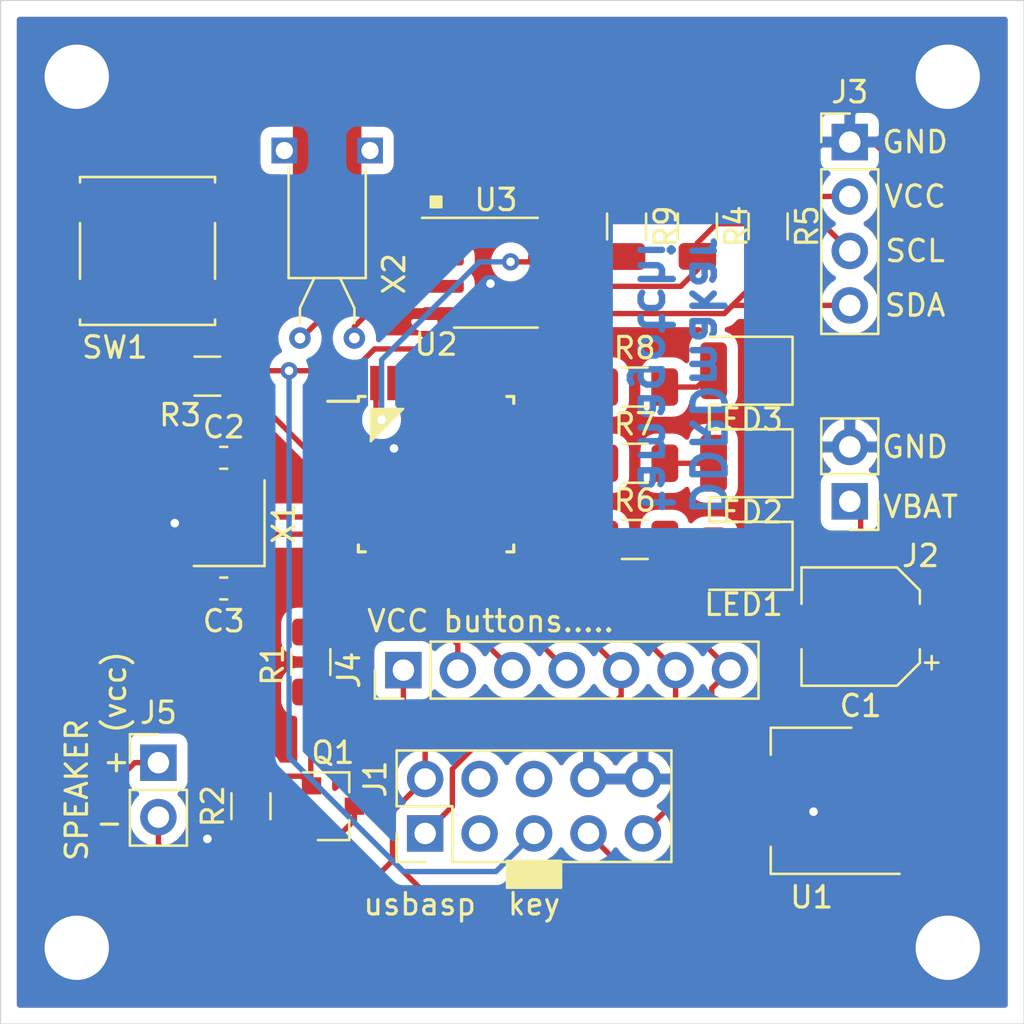
<source format=kicad_pcb>
(kicad_pcb (version 20171130) (host pcbnew 5.1.5-1.fc30)

  (general
    (thickness 1.6)
    (drawings 22)
    (tracks 258)
    (zones 0)
    (modules 27)
    (nets 40)
  )

  (page A4)
  (layers
    (0 F.Cu signal)
    (31 B.Cu signal)
    (32 B.Adhes user)
    (33 F.Adhes user)
    (34 B.Paste user)
    (35 F.Paste user)
    (36 B.SilkS user)
    (37 F.SilkS user)
    (38 B.Mask user)
    (39 F.Mask user)
    (40 Dwgs.User user)
    (41 Cmts.User user)
    (42 Eco1.User user)
    (43 Eco2.User user)
    (44 Edge.Cuts user)
    (45 Margin user)
    (46 B.CrtYd user)
    (47 F.CrtYd user)
    (48 B.Fab user)
    (49 F.Fab user hide)
  )

  (setup
    (last_trace_width 0.25)
    (trace_clearance 0.2)
    (zone_clearance 0.508)
    (zone_45_only no)
    (trace_min 0.2)
    (via_size 0.8)
    (via_drill 0.4)
    (via_min_size 0.4)
    (via_min_drill 0.3)
    (uvia_size 0.3)
    (uvia_drill 0.1)
    (uvias_allowed no)
    (uvia_min_size 0.2)
    (uvia_min_drill 0.1)
    (edge_width 0.05)
    (segment_width 0.2)
    (pcb_text_width 0.3)
    (pcb_text_size 1.5 1.5)
    (mod_edge_width 0.12)
    (mod_text_size 1 1)
    (mod_text_width 0.15)
    (pad_size 1.524 1.524)
    (pad_drill 0.762)
    (pad_to_mask_clearance 0.051)
    (solder_mask_min_width 0.25)
    (aux_axis_origin 0 0)
    (visible_elements FFFFFF7F)
    (pcbplotparams
      (layerselection 0x010fc_ffffffff)
      (usegerberextensions false)
      (usegerberattributes false)
      (usegerberadvancedattributes false)
      (creategerberjobfile false)
      (excludeedgelayer true)
      (linewidth 0.100000)
      (plotframeref false)
      (viasonmask false)
      (mode 1)
      (useauxorigin false)
      (hpglpennumber 1)
      (hpglpenspeed 20)
      (hpglpendiameter 15.000000)
      (psnegative false)
      (psa4output false)
      (plotreference true)
      (plotvalue true)
      (plotinvisibletext false)
      (padsonsilk false)
      (subtractmaskfromsilk false)
      (outputformat 1)
      (mirror false)
      (drillshape 0)
      (scaleselection 1)
      (outputdirectory "out/"))
  )

  (net 0 "")
  (net 1 GND)
  (net 2 VCC)
  (net 3 "Net-(C2-Pad2)")
  (net 4 "Net-(C3-Pad2)")
  (net 5 USBASP_MISO)
  (net 6 USBASP_SCK)
  (net 7 "Net-(J1-Pad6)")
  (net 8 USBASP_NRST)
  (net 9 "Net-(J1-Pad4)")
  (net 10 "Net-(J1-Pad3)")
  (net 11 USBASP_MOSI)
  (net 12 "Net-(J2-Pad1)")
  (net 13 SDA)
  (net 14 SCL)
  (net 15 "Net-(J4-Pad3)")
  (net 16 "Net-(J4-Pad2)")
  (net 17 "Net-(J5-Pad2)")
  (net 18 "Net-(LED1-Pad2)")
  (net 19 "Net-(LED2-Pad2)")
  (net 20 "Net-(LED3-Pad2)")
  (net 21 "Net-(Q1-Pad1)")
  (net 22 "Net-(R1-Pad1)")
  (net 23 led0)
  (net 24 led1)
  (net 25 led2)
  (net 26 RTCINT)
  (net 27 "Net-(U2-Pad31)")
  (net 28 "Net-(U2-Pad30)")
  (net 29 "Net-(U2-Pad26)")
  (net 30 "Net-(U2-Pad22)")
  (net 31 "Net-(U2-Pad19)")
  (net 32 "Net-(U2-Pad11)")
  (net 33 "Net-(U2-Pad9)")
  (net 34 "Net-(U2-Pad2)")
  (net 35 "Net-(U2-Pad1)")
  (net 36 "Net-(U3-Pad3)")
  (net 37 "Net-(U3-Pad2)")
  (net 38 "Net-(U3-Pad1)")
  (net 39 "Net-(J4-Pad4)")

  (net_class Default "This is the default net class."
    (clearance 0.2)
    (trace_width 0.25)
    (via_dia 0.8)
    (via_drill 0.4)
    (uvia_dia 0.3)
    (uvia_drill 0.1)
    (add_net GND)
    (add_net "Net-(C2-Pad2)")
    (add_net "Net-(C3-Pad2)")
    (add_net "Net-(J1-Pad3)")
    (add_net "Net-(J1-Pad4)")
    (add_net "Net-(J1-Pad6)")
    (add_net "Net-(J2-Pad1)")
    (add_net "Net-(J4-Pad2)")
    (add_net "Net-(J4-Pad3)")
    (add_net "Net-(J4-Pad4)")
    (add_net "Net-(J5-Pad2)")
    (add_net "Net-(LED1-Pad2)")
    (add_net "Net-(LED2-Pad2)")
    (add_net "Net-(LED3-Pad2)")
    (add_net "Net-(Q1-Pad1)")
    (add_net "Net-(R1-Pad1)")
    (add_net "Net-(U2-Pad1)")
    (add_net "Net-(U2-Pad11)")
    (add_net "Net-(U2-Pad19)")
    (add_net "Net-(U2-Pad2)")
    (add_net "Net-(U2-Pad22)")
    (add_net "Net-(U2-Pad26)")
    (add_net "Net-(U2-Pad30)")
    (add_net "Net-(U2-Pad31)")
    (add_net "Net-(U2-Pad9)")
    (add_net "Net-(U3-Pad1)")
    (add_net "Net-(U3-Pad2)")
    (add_net "Net-(U3-Pad3)")
    (add_net RTCINT)
    (add_net SCL)
    (add_net SDA)
    (add_net USBASP_MISO)
    (add_net USBASP_MOSI)
    (add_net USBASP_NRST)
    (add_net USBASP_SCK)
    (add_net VCC)
    (add_net led0)
    (add_net led1)
    (add_net led2)
  )

  (module Button_Switch_SMD:SW_SPST_B3S-1000 (layer F.Cu) (tedit 5A02FC95) (tstamp 5E15639F)
    (at 113.792 75.438 180)
    (descr "Surface Mount Tactile Switch for High-Density Packaging")
    (tags "Tactile Switch")
    (path /5E1B7E3B)
    (attr smd)
    (fp_text reference SW1 (at 1.524 -4.5) (layer F.SilkS)
      (effects (font (size 1 1) (thickness 0.15)))
    )
    (fp_text value SW_Push (at 0 4.5) (layer F.Fab)
      (effects (font (size 1 1) (thickness 0.15)))
    )
    (fp_line (start -3 3.3) (end -3 -3.3) (layer F.Fab) (width 0.1))
    (fp_line (start 3 3.3) (end -3 3.3) (layer F.Fab) (width 0.1))
    (fp_line (start 3 -3.3) (end 3 3.3) (layer F.Fab) (width 0.1))
    (fp_line (start -3 -3.3) (end 3 -3.3) (layer F.Fab) (width 0.1))
    (fp_circle (center 0 0) (end 1.65 0) (layer F.Fab) (width 0.1))
    (fp_line (start 3.15 -1.3) (end 3.15 1.3) (layer F.SilkS) (width 0.12))
    (fp_line (start -3.15 3.45) (end -3.15 3.2) (layer F.SilkS) (width 0.12))
    (fp_line (start 3.15 3.45) (end -3.15 3.45) (layer F.SilkS) (width 0.12))
    (fp_line (start 3.15 3.2) (end 3.15 3.45) (layer F.SilkS) (width 0.12))
    (fp_line (start -3.15 1.3) (end -3.15 -1.3) (layer F.SilkS) (width 0.12))
    (fp_line (start 3.15 -3.45) (end 3.15 -3.2) (layer F.SilkS) (width 0.12))
    (fp_line (start -3.15 -3.45) (end 3.15 -3.45) (layer F.SilkS) (width 0.12))
    (fp_line (start -3.15 -3.2) (end -3.15 -3.45) (layer F.SilkS) (width 0.12))
    (fp_line (start -5 -3.7) (end -5 3.7) (layer F.CrtYd) (width 0.05))
    (fp_line (start 5 -3.7) (end -5 -3.7) (layer F.CrtYd) (width 0.05))
    (fp_line (start 5 3.7) (end 5 -3.7) (layer F.CrtYd) (width 0.05))
    (fp_line (start -5 3.7) (end 5 3.7) (layer F.CrtYd) (width 0.05))
    (fp_text user %R (at 0 -4.5) (layer F.Fab)
      (effects (font (size 1 1) (thickness 0.15)))
    )
    (pad 2 smd rect (at 3.975 2.25 180) (size 1.55 1.3) (layers F.Cu F.Paste F.Mask)
      (net 1 GND))
    (pad 2 smd rect (at -3.975 2.25 180) (size 1.55 1.3) (layers F.Cu F.Paste F.Mask)
      (net 1 GND))
    (pad 1 smd rect (at 3.975 -2.25 180) (size 1.55 1.3) (layers F.Cu F.Paste F.Mask)
      (net 8 USBASP_NRST))
    (pad 1 smd rect (at -3.975 -2.25 180) (size 1.55 1.3) (layers F.Cu F.Paste F.Mask)
      (net 8 USBASP_NRST))
    (model ${KISYS3DMOD}/Button_Switch_SMD.3dshapes/SW_SPST_B3S-1000.wrl
      (at (xyz 0 0 0))
      (scale (xyz 1 1 1))
      (rotate (xyz 0 0 0))
    )
  )

  (module Crystal:Crystal_AT310_D3.0mm_L10.0mm_Horizontal_1EP_style2 (layer F.Cu) (tedit 5D20AD5C) (tstamp 5E15643F)
    (at 123.444 79.502 180)
    (descr "Crystal THT AT310 10.0mm-10.5mm length 3.0mm diameter http://www.cinetech.com.tw/upload/2011/04/20110401165201.pdf")
    (tags ['AT310'])
    (path /5E17C279)
    (fp_text reference X2 (at -1.85 3 90) (layer F.SilkS)
      (effects (font (size 1 1) (thickness 0.15)))
    )
    (fp_text value 32768kHz (at 4.39 3 90) (layer F.Fab)
      (effects (font (size 1 1) (thickness 0.15)))
    )
    (fp_line (start 4.2 -0.8) (end -1.6 -0.8) (layer F.CrtYd) (width 0.05))
    (fp_line (start 4.2 14.3) (end 4.2 -0.8) (layer F.CrtYd) (width 0.05))
    (fp_line (start -1.6 14.3) (end 4.2 14.3) (layer F.CrtYd) (width 0.05))
    (fp_line (start -1.6 -0.8) (end -1.6 14.3) (layer F.CrtYd) (width 0.05))
    (fp_line (start 2.54 1.4) (end 2.54 0.7) (layer F.SilkS) (width 0.12))
    (fp_line (start 1.87 2.8) (end 2.54 1.4) (layer F.SilkS) (width 0.12))
    (fp_line (start 0 1.4) (end 0 0.7) (layer F.SilkS) (width 0.12))
    (fp_line (start 0.67 2.8) (end 0 1.4) (layer F.SilkS) (width 0.12))
    (fp_line (start 3.07 2.8) (end 3.07 7.95) (layer F.SilkS) (width 0.12))
    (fp_line (start -0.53 2.8) (end 3.07 2.8) (layer F.SilkS) (width 0.12))
    (fp_line (start -0.53 7.95) (end -0.53 2.8) (layer F.SilkS) (width 0.12))
    (fp_line (start -0.73 8.75) (end 3.27 8.75) (layer F.Fab) (width 0.1))
    (fp_line (start 2.54 1.5) (end 2.54 0) (layer F.Fab) (width 0.1))
    (fp_line (start 1.87 3) (end 2.54 1.5) (layer F.Fab) (width 0.1))
    (fp_line (start 0 1.5) (end 0 0) (layer F.Fab) (width 0.1))
    (fp_line (start 0.67 3) (end 0 1.5) (layer F.Fab) (width 0.1))
    (fp_line (start 2.77 3) (end -0.23 3) (layer F.Fab) (width 0.1))
    (fp_line (start 2.77 13.5) (end 2.77 3) (layer F.Fab) (width 0.1))
    (fp_line (start -0.23 13.5) (end 2.77 13.5) (layer F.Fab) (width 0.1))
    (fp_line (start -0.23 3) (end -0.23 13.5) (layer F.Fab) (width 0.1))
    (fp_text user %R (at 1.5 5.75 90) (layer F.Fab)
      (effects (font (size 1 1) (thickness 0.15)))
    )
    (pad 3 thru_hole rect (at 3.27 8.75 180) (size 1.2 1.2) (drill 0.8) (layers *.Cu *.Mask))
    (pad 3 thru_hole rect (at -0.73 8.75 180) (size 1.2 1.2) (drill 0.8) (layers *.Cu *.Mask))
    (pad 3 smd rect (at 1.27 8.75 180) (size 3.2 10.5) (layers F.Cu F.Paste F.Mask))
    (pad 2 thru_hole circle (at 2.54 0 180) (size 1 1) (drill 0.5) (layers *.Cu *.Mask)
      (net 38 "Net-(U3-Pad1)"))
    (pad 1 thru_hole circle (at 0 0 180) (size 1 1) (drill 0.5) (layers *.Cu *.Mask)
      (net 37 "Net-(U3-Pad2)"))
    (model ${KISYS3DMOD}/Crystal.3dshapes/Crystal_AT310_D3.0mm_L10.0mm_Horizontal_1EP_style2.wrl
      (at (xyz 0 0 0))
      (scale (xyz 1 1 1))
      (rotate (xyz 0 0 0))
    )
  )

  (module Crystal:Crystal_SMD_3225-4Pin_3.2x2.5mm (layer F.Cu) (tedit 5A0FD1B2) (tstamp 5E156421)
    (at 117.602 88.138 90)
    (descr "SMD Crystal SERIES SMD3225/4 http://www.txccrystal.com/images/pdf/7m-accuracy.pdf, 3.2x2.5mm^2 package")
    (tags "SMD SMT crystal")
    (path /5E335B11)
    (attr smd)
    (fp_text reference X1 (at 0 2.54 90) (layer F.SilkS)
      (effects (font (size 1 1) (thickness 0.15)))
    )
    (fp_text value 8MHz (at 0 2.45 90) (layer F.Fab)
      (effects (font (size 1 1) (thickness 0.15)))
    )
    (fp_line (start 2.1 -1.7) (end -2.1 -1.7) (layer F.CrtYd) (width 0.05))
    (fp_line (start 2.1 1.7) (end 2.1 -1.7) (layer F.CrtYd) (width 0.05))
    (fp_line (start -2.1 1.7) (end 2.1 1.7) (layer F.CrtYd) (width 0.05))
    (fp_line (start -2.1 -1.7) (end -2.1 1.7) (layer F.CrtYd) (width 0.05))
    (fp_line (start -2 1.65) (end 2 1.65) (layer F.SilkS) (width 0.12))
    (fp_line (start -2 -1.65) (end -2 1.65) (layer F.SilkS) (width 0.12))
    (fp_line (start -1.6 0.25) (end -0.6 1.25) (layer F.Fab) (width 0.1))
    (fp_line (start 1.6 -1.25) (end -1.6 -1.25) (layer F.Fab) (width 0.1))
    (fp_line (start 1.6 1.25) (end 1.6 -1.25) (layer F.Fab) (width 0.1))
    (fp_line (start -1.6 1.25) (end 1.6 1.25) (layer F.Fab) (width 0.1))
    (fp_line (start -1.6 -1.25) (end -1.6 1.25) (layer F.Fab) (width 0.1))
    (fp_text user %R (at 0 0 90) (layer F.Fab)
      (effects (font (size 0.7 0.7) (thickness 0.105)))
    )
    (pad 4 smd rect (at -1.1 -0.85 90) (size 1.4 1.2) (layers F.Cu F.Paste F.Mask))
    (pad 3 smd rect (at 1.1 -0.85 90) (size 1.4 1.2) (layers F.Cu F.Paste F.Mask))
    (pad 2 smd rect (at 1.1 0.85 90) (size 1.4 1.2) (layers F.Cu F.Paste F.Mask)
      (net 3 "Net-(C2-Pad2)"))
    (pad 1 smd rect (at -1.1 0.85 90) (size 1.4 1.2) (layers F.Cu F.Paste F.Mask)
      (net 4 "Net-(C3-Pad2)"))
    (model ${KISYS3DMOD}/Crystal.3dshapes/Crystal_SMD_3225-4Pin_3.2x2.5mm.wrl
      (at (xyz 0 0 0))
      (scale (xyz 1 1 1))
      (rotate (xyz 0 0 0))
    )
  )

  (module Connector_PinHeader_2.54mm:PinHeader_1x07_P2.54mm_Vertical (layer F.Cu) (tedit 59FED5CC) (tstamp 5E1620FA)
    (at 125.73 94.996 90)
    (descr "Through hole straight pin header, 1x07, 2.54mm pitch, single row")
    (tags "Through hole pin header THT 1x07 2.54mm single row")
    (path /5E37CA66)
    (fp_text reference J4 (at 0 -2.54 90) (layer F.SilkS)
      (effects (font (size 1 1) (thickness 0.15)))
    )
    (fp_text value Conn_01x07 (at 0 17.57 90) (layer F.Fab)
      (effects (font (size 1 1) (thickness 0.15)))
    )
    (fp_text user %R (at 0 7.62) (layer F.Fab)
      (effects (font (size 1 1) (thickness 0.15)))
    )
    (fp_line (start 1.8 -1.8) (end -1.8 -1.8) (layer F.CrtYd) (width 0.05))
    (fp_line (start 1.8 17.05) (end 1.8 -1.8) (layer F.CrtYd) (width 0.05))
    (fp_line (start -1.8 17.05) (end 1.8 17.05) (layer F.CrtYd) (width 0.05))
    (fp_line (start -1.8 -1.8) (end -1.8 17.05) (layer F.CrtYd) (width 0.05))
    (fp_line (start -1.33 -1.33) (end 0 -1.33) (layer F.SilkS) (width 0.12))
    (fp_line (start -1.33 0) (end -1.33 -1.33) (layer F.SilkS) (width 0.12))
    (fp_line (start -1.33 1.27) (end 1.33 1.27) (layer F.SilkS) (width 0.12))
    (fp_line (start 1.33 1.27) (end 1.33 16.57) (layer F.SilkS) (width 0.12))
    (fp_line (start -1.33 1.27) (end -1.33 16.57) (layer F.SilkS) (width 0.12))
    (fp_line (start -1.33 16.57) (end 1.33 16.57) (layer F.SilkS) (width 0.12))
    (fp_line (start -1.27 -0.635) (end -0.635 -1.27) (layer F.Fab) (width 0.1))
    (fp_line (start -1.27 16.51) (end -1.27 -0.635) (layer F.Fab) (width 0.1))
    (fp_line (start 1.27 16.51) (end -1.27 16.51) (layer F.Fab) (width 0.1))
    (fp_line (start 1.27 -1.27) (end 1.27 16.51) (layer F.Fab) (width 0.1))
    (fp_line (start -0.635 -1.27) (end 1.27 -1.27) (layer F.Fab) (width 0.1))
    (pad 7 thru_hole oval (at 0 15.24 90) (size 1.7 1.7) (drill 1) (layers *.Cu *.Mask)
      (net 6 USBASP_SCK))
    (pad 6 thru_hole oval (at 0 12.7 90) (size 1.7 1.7) (drill 1) (layers *.Cu *.Mask)
      (net 5 USBASP_MISO))
    (pad 5 thru_hole oval (at 0 10.16 90) (size 1.7 1.7) (drill 1) (layers *.Cu *.Mask)
      (net 11 USBASP_MOSI))
    (pad 4 thru_hole oval (at 0 7.62 90) (size 1.7 1.7) (drill 1) (layers *.Cu *.Mask)
      (net 39 "Net-(J4-Pad4)"))
    (pad 3 thru_hole oval (at 0 5.08 90) (size 1.7 1.7) (drill 1) (layers *.Cu *.Mask)
      (net 15 "Net-(J4-Pad3)"))
    (pad 2 thru_hole oval (at 0 2.54 90) (size 1.7 1.7) (drill 1) (layers *.Cu *.Mask)
      (net 16 "Net-(J4-Pad2)"))
    (pad 1 thru_hole rect (at 0 0 90) (size 1.7 1.7) (drill 1) (layers *.Cu *.Mask)
      (net 2 VCC))
    (model ${KISYS3DMOD}/Connector_PinHeader_2.54mm.3dshapes/PinHeader_1x07_P2.54mm_Vertical.wrl
      (at (xyz 0 0 0))
      (scale (xyz 1 1 1))
      (rotate (xyz 0 0 0))
    )
  )

  (module Package_SO:SOIC-8_3.9x4.9mm_P1.27mm (layer F.Cu) (tedit 5D9F72B1) (tstamp 5E156406)
    (at 130.048 76.454)
    (descr "SOIC, 8 Pin (JEDEC MS-012AA, https://www.analog.com/media/en/package-pcb-resources/package/pkg_pdf/soic_narrow-r/r_8.pdf), generated with kicad-footprint-generator ipc_gullwing_generator.py")
    (tags "SOIC SO")
    (path /5E15E6D4)
    (attr smd)
    (fp_text reference U3 (at 0 -3.4) (layer F.SilkS)
      (effects (font (size 1 1) (thickness 0.15)))
    )
    (fp_text value DS1307Z+ (at 0 3.4) (layer F.Fab)
      (effects (font (size 1 1) (thickness 0.15)))
    )
    (fp_text user %R (at 0 0) (layer F.Fab)
      (effects (font (size 0.98 0.98) (thickness 0.15)))
    )
    (fp_line (start 3.7 -2.7) (end -3.7 -2.7) (layer F.CrtYd) (width 0.05))
    (fp_line (start 3.7 2.7) (end 3.7 -2.7) (layer F.CrtYd) (width 0.05))
    (fp_line (start -3.7 2.7) (end 3.7 2.7) (layer F.CrtYd) (width 0.05))
    (fp_line (start -3.7 -2.7) (end -3.7 2.7) (layer F.CrtYd) (width 0.05))
    (fp_line (start -1.95 -1.475) (end -0.975 -2.45) (layer F.Fab) (width 0.1))
    (fp_line (start -1.95 2.45) (end -1.95 -1.475) (layer F.Fab) (width 0.1))
    (fp_line (start 1.95 2.45) (end -1.95 2.45) (layer F.Fab) (width 0.1))
    (fp_line (start 1.95 -2.45) (end 1.95 2.45) (layer F.Fab) (width 0.1))
    (fp_line (start -0.975 -2.45) (end 1.95 -2.45) (layer F.Fab) (width 0.1))
    (fp_line (start 0 -2.56) (end -3.45 -2.56) (layer F.SilkS) (width 0.12))
    (fp_line (start 0 -2.56) (end 1.95 -2.56) (layer F.SilkS) (width 0.12))
    (fp_line (start 0 2.56) (end -1.95 2.56) (layer F.SilkS) (width 0.12))
    (fp_line (start 0 2.56) (end 1.95 2.56) (layer F.SilkS) (width 0.12))
    (pad 8 smd roundrect (at 2.475 -1.905) (size 1.95 0.6) (layers F.Cu F.Paste F.Mask) (roundrect_rratio 0.25)
      (net 2 VCC))
    (pad 7 smd roundrect (at 2.475 -0.635) (size 1.95 0.6) (layers F.Cu F.Paste F.Mask) (roundrect_rratio 0.25)
      (net 26 RTCINT))
    (pad 6 smd roundrect (at 2.475 0.635) (size 1.95 0.6) (layers F.Cu F.Paste F.Mask) (roundrect_rratio 0.25)
      (net 14 SCL))
    (pad 5 smd roundrect (at 2.475 1.905) (size 1.95 0.6) (layers F.Cu F.Paste F.Mask) (roundrect_rratio 0.25)
      (net 13 SDA))
    (pad 4 smd roundrect (at -2.475 1.905) (size 1.95 0.6) (layers F.Cu F.Paste F.Mask) (roundrect_rratio 0.25)
      (net 1 GND))
    (pad 3 smd roundrect (at -2.475 0.635) (size 1.95 0.6) (layers F.Cu F.Paste F.Mask) (roundrect_rratio 0.25)
      (net 36 "Net-(U3-Pad3)"))
    (pad 2 smd roundrect (at -2.475 -0.635) (size 1.95 0.6) (layers F.Cu F.Paste F.Mask) (roundrect_rratio 0.25)
      (net 37 "Net-(U3-Pad2)"))
    (pad 1 smd roundrect (at -2.475 -1.905) (size 1.95 0.6) (layers F.Cu F.Paste F.Mask) (roundrect_rratio 0.25)
      (net 38 "Net-(U3-Pad1)"))
    (model ${KISYS3DMOD}/Package_SO.3dshapes/SOIC-8_3.9x4.9mm_P1.27mm.wrl
      (at (xyz 0 0 0))
      (scale (xyz 1 1 1))
      (rotate (xyz 0 0 0))
    )
  )

  (module Package_QFP:TQFP-32_7x7mm_P0.8mm (layer F.Cu) (tedit 5A02F146) (tstamp 5E1563EC)
    (at 127.254 85.852)
    (descr "32-Lead Plastic Thin Quad Flatpack (PT) - 7x7x1.0 mm Body, 2.00 mm [TQFP] (see Microchip Packaging Specification 00000049BS.pdf)")
    (tags "QFP 0.8")
    (path /5E152D68)
    (attr smd)
    (fp_text reference U2 (at 0 -6.05) (layer F.SilkS)
      (effects (font (size 1 1) (thickness 0.15)))
    )
    (fp_text value ATmega328-AU (at 0 6.05) (layer F.Fab)
      (effects (font (size 1 1) (thickness 0.15)))
    )
    (fp_line (start -3.625 -3.4) (end -5.05 -3.4) (layer F.SilkS) (width 0.15))
    (fp_line (start 3.625 -3.625) (end 3.3 -3.625) (layer F.SilkS) (width 0.15))
    (fp_line (start 3.625 3.625) (end 3.3 3.625) (layer F.SilkS) (width 0.15))
    (fp_line (start -3.625 3.625) (end -3.3 3.625) (layer F.SilkS) (width 0.15))
    (fp_line (start -3.625 -3.625) (end -3.3 -3.625) (layer F.SilkS) (width 0.15))
    (fp_line (start -3.625 3.625) (end -3.625 3.3) (layer F.SilkS) (width 0.15))
    (fp_line (start 3.625 3.625) (end 3.625 3.3) (layer F.SilkS) (width 0.15))
    (fp_line (start 3.625 -3.625) (end 3.625 -3.3) (layer F.SilkS) (width 0.15))
    (fp_line (start -3.625 -3.625) (end -3.625 -3.4) (layer F.SilkS) (width 0.15))
    (fp_line (start -5.3 5.3) (end 5.3 5.3) (layer F.CrtYd) (width 0.05))
    (fp_line (start -5.3 -5.3) (end 5.3 -5.3) (layer F.CrtYd) (width 0.05))
    (fp_line (start 5.3 -5.3) (end 5.3 5.3) (layer F.CrtYd) (width 0.05))
    (fp_line (start -5.3 -5.3) (end -5.3 5.3) (layer F.CrtYd) (width 0.05))
    (fp_line (start -3.5 -2.5) (end -2.5 -3.5) (layer F.Fab) (width 0.15))
    (fp_line (start -3.5 3.5) (end -3.5 -2.5) (layer F.Fab) (width 0.15))
    (fp_line (start 3.5 3.5) (end -3.5 3.5) (layer F.Fab) (width 0.15))
    (fp_line (start 3.5 -3.5) (end 3.5 3.5) (layer F.Fab) (width 0.15))
    (fp_line (start -2.5 -3.5) (end 3.5 -3.5) (layer F.Fab) (width 0.15))
    (fp_text user %R (at 0 0) (layer F.Fab)
      (effects (font (size 1 1) (thickness 0.15)))
    )
    (pad 32 smd rect (at -2.8 -4.25 90) (size 1.6 0.55) (layers F.Cu F.Paste F.Mask)
      (net 26 RTCINT))
    (pad 31 smd rect (at -2 -4.25 90) (size 1.6 0.55) (layers F.Cu F.Paste F.Mask)
      (net 27 "Net-(U2-Pad31)"))
    (pad 30 smd rect (at -1.2 -4.25 90) (size 1.6 0.55) (layers F.Cu F.Paste F.Mask)
      (net 28 "Net-(U2-Pad30)"))
    (pad 29 smd rect (at -0.4 -4.25 90) (size 1.6 0.55) (layers F.Cu F.Paste F.Mask)
      (net 8 USBASP_NRST))
    (pad 28 smd rect (at 0.4 -4.25 90) (size 1.6 0.55) (layers F.Cu F.Paste F.Mask)
      (net 14 SCL))
    (pad 27 smd rect (at 1.2 -4.25 90) (size 1.6 0.55) (layers F.Cu F.Paste F.Mask)
      (net 13 SDA))
    (pad 26 smd rect (at 2 -4.25 90) (size 1.6 0.55) (layers F.Cu F.Paste F.Mask)
      (net 29 "Net-(U2-Pad26)"))
    (pad 25 smd rect (at 2.8 -4.25 90) (size 1.6 0.55) (layers F.Cu F.Paste F.Mask)
      (net 25 led2))
    (pad 24 smd rect (at 4.25 -2.8) (size 1.6 0.55) (layers F.Cu F.Paste F.Mask)
      (net 24 led1))
    (pad 23 smd rect (at 4.25 -2) (size 1.6 0.55) (layers F.Cu F.Paste F.Mask)
      (net 23 led0))
    (pad 22 smd rect (at 4.25 -1.2) (size 1.6 0.55) (layers F.Cu F.Paste F.Mask)
      (net 30 "Net-(U2-Pad22)"))
    (pad 21 smd rect (at 4.25 -0.4) (size 1.6 0.55) (layers F.Cu F.Paste F.Mask)
      (net 1 GND))
    (pad 20 smd rect (at 4.25 0.4) (size 1.6 0.55) (layers F.Cu F.Paste F.Mask)
      (net 2 VCC))
    (pad 19 smd rect (at 4.25 1.2) (size 1.6 0.55) (layers F.Cu F.Paste F.Mask)
      (net 31 "Net-(U2-Pad19)"))
    (pad 18 smd rect (at 4.25 2) (size 1.6 0.55) (layers F.Cu F.Paste F.Mask)
      (net 2 VCC))
    (pad 17 smd rect (at 4.25 2.8) (size 1.6 0.55) (layers F.Cu F.Paste F.Mask)
      (net 6 USBASP_SCK))
    (pad 16 smd rect (at 2.8 4.25 90) (size 1.6 0.55) (layers F.Cu F.Paste F.Mask)
      (net 5 USBASP_MISO))
    (pad 15 smd rect (at 2 4.25 90) (size 1.6 0.55) (layers F.Cu F.Paste F.Mask)
      (net 11 USBASP_MOSI))
    (pad 14 smd rect (at 1.2 4.25 90) (size 1.6 0.55) (layers F.Cu F.Paste F.Mask)
      (net 39 "Net-(J4-Pad4)"))
    (pad 13 smd rect (at 0.4 4.25 90) (size 1.6 0.55) (layers F.Cu F.Paste F.Mask)
      (net 15 "Net-(J4-Pad3)"))
    (pad 12 smd rect (at -0.4 4.25 90) (size 1.6 0.55) (layers F.Cu F.Paste F.Mask)
      (net 16 "Net-(J4-Pad2)"))
    (pad 11 smd rect (at -1.2 4.25 90) (size 1.6 0.55) (layers F.Cu F.Paste F.Mask)
      (net 32 "Net-(U2-Pad11)"))
    (pad 10 smd rect (at -2 4.25 90) (size 1.6 0.55) (layers F.Cu F.Paste F.Mask)
      (net 22 "Net-(R1-Pad1)"))
    (pad 9 smd rect (at -2.8 4.25 90) (size 1.6 0.55) (layers F.Cu F.Paste F.Mask)
      (net 33 "Net-(U2-Pad9)"))
    (pad 8 smd rect (at -4.25 2.8) (size 1.6 0.55) (layers F.Cu F.Paste F.Mask)
      (net 4 "Net-(C3-Pad2)"))
    (pad 7 smd rect (at -4.25 2) (size 1.6 0.55) (layers F.Cu F.Paste F.Mask)
      (net 3 "Net-(C2-Pad2)"))
    (pad 6 smd rect (at -4.25 1.2) (size 1.6 0.55) (layers F.Cu F.Paste F.Mask)
      (net 2 VCC))
    (pad 5 smd rect (at -4.25 0.4) (size 1.6 0.55) (layers F.Cu F.Paste F.Mask)
      (net 1 GND))
    (pad 4 smd rect (at -4.25 -0.4) (size 1.6 0.55) (layers F.Cu F.Paste F.Mask)
      (net 2 VCC))
    (pad 3 smd rect (at -4.25 -1.2) (size 1.6 0.55) (layers F.Cu F.Paste F.Mask)
      (net 1 GND))
    (pad 2 smd rect (at -4.25 -2) (size 1.6 0.55) (layers F.Cu F.Paste F.Mask)
      (net 34 "Net-(U2-Pad2)"))
    (pad 1 smd rect (at -4.25 -2.8) (size 1.6 0.55) (layers F.Cu F.Paste F.Mask)
      (net 35 "Net-(U2-Pad1)"))
    (model ${KISYS3DMOD}/Package_QFP.3dshapes/TQFP-32_7x7mm_P0.8mm.wrl
      (at (xyz 0 0 0))
      (scale (xyz 1 1 1))
      (rotate (xyz 0 0 0))
    )
  )

  (module Package_TO_SOT_SMD:SOT-223-3_TabPin2 (layer F.Cu) (tedit 5A02FF57) (tstamp 5E1563B5)
    (at 144.78 101.092 180)
    (descr "module CMS SOT223 4 pins")
    (tags "CMS SOT")
    (path /5E25DF82)
    (attr smd)
    (fp_text reference U1 (at 0 -4.5) (layer F.SilkS)
      (effects (font (size 1 1) (thickness 0.15)))
    )
    (fp_text value AMS1117 (at 0 4.5) (layer F.Fab)
      (effects (font (size 1 1) (thickness 0.15)))
    )
    (fp_line (start 1.85 -3.35) (end 1.85 3.35) (layer F.Fab) (width 0.1))
    (fp_line (start -1.85 3.35) (end 1.85 3.35) (layer F.Fab) (width 0.1))
    (fp_line (start -4.1 -3.41) (end 1.91 -3.41) (layer F.SilkS) (width 0.12))
    (fp_line (start -0.85 -3.35) (end 1.85 -3.35) (layer F.Fab) (width 0.1))
    (fp_line (start -1.85 3.41) (end 1.91 3.41) (layer F.SilkS) (width 0.12))
    (fp_line (start -1.85 -2.35) (end -1.85 3.35) (layer F.Fab) (width 0.1))
    (fp_line (start -1.85 -2.35) (end -0.85 -3.35) (layer F.Fab) (width 0.1))
    (fp_line (start -4.4 -3.6) (end -4.4 3.6) (layer F.CrtYd) (width 0.05))
    (fp_line (start -4.4 3.6) (end 4.4 3.6) (layer F.CrtYd) (width 0.05))
    (fp_line (start 4.4 3.6) (end 4.4 -3.6) (layer F.CrtYd) (width 0.05))
    (fp_line (start 4.4 -3.6) (end -4.4 -3.6) (layer F.CrtYd) (width 0.05))
    (fp_line (start 1.91 -3.41) (end 1.91 -2.15) (layer F.SilkS) (width 0.12))
    (fp_line (start 1.91 3.41) (end 1.91 2.15) (layer F.SilkS) (width 0.12))
    (fp_text user %R (at 0 0 90) (layer F.Fab)
      (effects (font (size 0.8 0.8) (thickness 0.12)))
    )
    (pad 1 smd rect (at -3.15 -2.3 180) (size 2 1.5) (layers F.Cu F.Paste F.Mask)
      (net 1 GND))
    (pad 3 smd rect (at -3.15 2.3 180) (size 2 1.5) (layers F.Cu F.Paste F.Mask)
      (net 12 "Net-(J2-Pad1)"))
    (pad 2 smd rect (at -3.15 0 180) (size 2 1.5) (layers F.Cu F.Paste F.Mask)
      (net 2 VCC))
    (pad 2 smd rect (at 3.15 0 180) (size 2 3.8) (layers F.Cu F.Paste F.Mask)
      (net 2 VCC))
    (model ${KISYS3DMOD}/Package_TO_SOT_SMD.3dshapes/SOT-223.wrl
      (at (xyz 0 0 0))
      (scale (xyz 1 1 1))
      (rotate (xyz 0 0 0))
    )
  )

  (module Resistor_SMD:R_1206_3216Metric (layer F.Cu) (tedit 5B301BBD) (tstamp 5E156385)
    (at 136.144 74.298 270)
    (descr "Resistor SMD 1206 (3216 Metric), square (rectangular) end terminal, IPC_7351 nominal, (Body size source: http://www.tortai-tech.com/upload/download/2011102023233369053.pdf), generated with kicad-footprint-generator")
    (tags resistor)
    (path /5E16BA0D)
    (attr smd)
    (fp_text reference R9 (at 0 -1.82 90) (layer F.SilkS)
      (effects (font (size 1 1) (thickness 0.15)))
    )
    (fp_text value 10k (at 0 1.82 90) (layer F.Fab)
      (effects (font (size 1 1) (thickness 0.15)))
    )
    (fp_text user %R (at 0 0 90) (layer F.Fab)
      (effects (font (size 0.8 0.8) (thickness 0.12)))
    )
    (fp_line (start 2.28 1.12) (end -2.28 1.12) (layer F.CrtYd) (width 0.05))
    (fp_line (start 2.28 -1.12) (end 2.28 1.12) (layer F.CrtYd) (width 0.05))
    (fp_line (start -2.28 -1.12) (end 2.28 -1.12) (layer F.CrtYd) (width 0.05))
    (fp_line (start -2.28 1.12) (end -2.28 -1.12) (layer F.CrtYd) (width 0.05))
    (fp_line (start -0.602064 0.91) (end 0.602064 0.91) (layer F.SilkS) (width 0.12))
    (fp_line (start -0.602064 -0.91) (end 0.602064 -0.91) (layer F.SilkS) (width 0.12))
    (fp_line (start 1.6 0.8) (end -1.6 0.8) (layer F.Fab) (width 0.1))
    (fp_line (start 1.6 -0.8) (end 1.6 0.8) (layer F.Fab) (width 0.1))
    (fp_line (start -1.6 -0.8) (end 1.6 -0.8) (layer F.Fab) (width 0.1))
    (fp_line (start -1.6 0.8) (end -1.6 -0.8) (layer F.Fab) (width 0.1))
    (pad 2 smd roundrect (at 1.4 0 270) (size 1.25 1.75) (layers F.Cu F.Paste F.Mask) (roundrect_rratio 0.2)
      (net 26 RTCINT))
    (pad 1 smd roundrect (at -1.4 0 270) (size 1.25 1.75) (layers F.Cu F.Paste F.Mask) (roundrect_rratio 0.2)
      (net 2 VCC))
    (model ${KISYS3DMOD}/Resistor_SMD.3dshapes/R_1206_3216Metric.wrl
      (at (xyz 0 0 0))
      (scale (xyz 1 1 1))
      (rotate (xyz 0 0 0))
    )
  )

  (module Resistor_SMD:R_1206_3216Metric (layer F.Cu) (tedit 5B301BBD) (tstamp 5E156374)
    (at 136.522 81.788)
    (descr "Resistor SMD 1206 (3216 Metric), square (rectangular) end terminal, IPC_7351 nominal, (Body size source: http://www.tortai-tech.com/upload/download/2011102023233369053.pdf), generated with kicad-footprint-generator")
    (tags resistor)
    (path /5E1AD24C)
    (attr smd)
    (fp_text reference R8 (at 0 -1.82) (layer F.SilkS)
      (effects (font (size 1 1) (thickness 0.15)))
    )
    (fp_text value 10k (at 0 1.82) (layer F.Fab)
      (effects (font (size 1 1) (thickness 0.15)))
    )
    (fp_text user %R (at 0 0) (layer F.Fab)
      (effects (font (size 0.8 0.8) (thickness 0.12)))
    )
    (fp_line (start 2.28 1.12) (end -2.28 1.12) (layer F.CrtYd) (width 0.05))
    (fp_line (start 2.28 -1.12) (end 2.28 1.12) (layer F.CrtYd) (width 0.05))
    (fp_line (start -2.28 -1.12) (end 2.28 -1.12) (layer F.CrtYd) (width 0.05))
    (fp_line (start -2.28 1.12) (end -2.28 -1.12) (layer F.CrtYd) (width 0.05))
    (fp_line (start -0.602064 0.91) (end 0.602064 0.91) (layer F.SilkS) (width 0.12))
    (fp_line (start -0.602064 -0.91) (end 0.602064 -0.91) (layer F.SilkS) (width 0.12))
    (fp_line (start 1.6 0.8) (end -1.6 0.8) (layer F.Fab) (width 0.1))
    (fp_line (start 1.6 -0.8) (end 1.6 0.8) (layer F.Fab) (width 0.1))
    (fp_line (start -1.6 -0.8) (end 1.6 -0.8) (layer F.Fab) (width 0.1))
    (fp_line (start -1.6 0.8) (end -1.6 -0.8) (layer F.Fab) (width 0.1))
    (pad 2 smd roundrect (at 1.4 0) (size 1.25 1.75) (layers F.Cu F.Paste F.Mask) (roundrect_rratio 0.2)
      (net 20 "Net-(LED3-Pad2)"))
    (pad 1 smd roundrect (at -1.4 0) (size 1.25 1.75) (layers F.Cu F.Paste F.Mask) (roundrect_rratio 0.2)
      (net 25 led2))
    (model ${KISYS3DMOD}/Resistor_SMD.3dshapes/R_1206_3216Metric.wrl
      (at (xyz 0 0 0))
      (scale (xyz 1 1 1))
      (rotate (xyz 0 0 0))
    )
  )

  (module Resistor_SMD:R_1206_3216Metric (layer F.Cu) (tedit 5B301BBD) (tstamp 5E156363)
    (at 136.528 85.344)
    (descr "Resistor SMD 1206 (3216 Metric), square (rectangular) end terminal, IPC_7351 nominal, (Body size source: http://www.tortai-tech.com/upload/download/2011102023233369053.pdf), generated with kicad-footprint-generator")
    (tags resistor)
    (path /5E1ACC68)
    (attr smd)
    (fp_text reference R7 (at 0 -1.82) (layer F.SilkS)
      (effects (font (size 1 1) (thickness 0.15)))
    )
    (fp_text value 10k (at 0 1.82) (layer F.Fab)
      (effects (font (size 1 1) (thickness 0.15)))
    )
    (fp_text user %R (at 0 0) (layer F.Fab)
      (effects (font (size 0.8 0.8) (thickness 0.12)))
    )
    (fp_line (start 2.28 1.12) (end -2.28 1.12) (layer F.CrtYd) (width 0.05))
    (fp_line (start 2.28 -1.12) (end 2.28 1.12) (layer F.CrtYd) (width 0.05))
    (fp_line (start -2.28 -1.12) (end 2.28 -1.12) (layer F.CrtYd) (width 0.05))
    (fp_line (start -2.28 1.12) (end -2.28 -1.12) (layer F.CrtYd) (width 0.05))
    (fp_line (start -0.602064 0.91) (end 0.602064 0.91) (layer F.SilkS) (width 0.12))
    (fp_line (start -0.602064 -0.91) (end 0.602064 -0.91) (layer F.SilkS) (width 0.12))
    (fp_line (start 1.6 0.8) (end -1.6 0.8) (layer F.Fab) (width 0.1))
    (fp_line (start 1.6 -0.8) (end 1.6 0.8) (layer F.Fab) (width 0.1))
    (fp_line (start -1.6 -0.8) (end 1.6 -0.8) (layer F.Fab) (width 0.1))
    (fp_line (start -1.6 0.8) (end -1.6 -0.8) (layer F.Fab) (width 0.1))
    (pad 2 smd roundrect (at 1.4 0) (size 1.25 1.75) (layers F.Cu F.Paste F.Mask) (roundrect_rratio 0.2)
      (net 19 "Net-(LED2-Pad2)"))
    (pad 1 smd roundrect (at -1.4 0) (size 1.25 1.75) (layers F.Cu F.Paste F.Mask) (roundrect_rratio 0.2)
      (net 24 led1))
    (model ${KISYS3DMOD}/Resistor_SMD.3dshapes/R_1206_3216Metric.wrl
      (at (xyz 0 0 0))
      (scale (xyz 1 1 1))
      (rotate (xyz 0 0 0))
    )
  )

  (module Resistor_SMD:R_1206_3216Metric (layer F.Cu) (tedit 5B301BBD) (tstamp 5E156352)
    (at 136.528 88.9)
    (descr "Resistor SMD 1206 (3216 Metric), square (rectangular) end terminal, IPC_7351 nominal, (Body size source: http://www.tortai-tech.com/upload/download/2011102023233369053.pdf), generated with kicad-footprint-generator")
    (tags resistor)
    (path /5E1AC47C)
    (attr smd)
    (fp_text reference R6 (at 0 -1.82) (layer F.SilkS)
      (effects (font (size 1 1) (thickness 0.15)))
    )
    (fp_text value 10k (at 0 1.82) (layer F.Fab)
      (effects (font (size 1 1) (thickness 0.15)))
    )
    (fp_text user %R (at 0 0) (layer F.Fab)
      (effects (font (size 0.8 0.8) (thickness 0.12)))
    )
    (fp_line (start 2.28 1.12) (end -2.28 1.12) (layer F.CrtYd) (width 0.05))
    (fp_line (start 2.28 -1.12) (end 2.28 1.12) (layer F.CrtYd) (width 0.05))
    (fp_line (start -2.28 -1.12) (end 2.28 -1.12) (layer F.CrtYd) (width 0.05))
    (fp_line (start -2.28 1.12) (end -2.28 -1.12) (layer F.CrtYd) (width 0.05))
    (fp_line (start -0.602064 0.91) (end 0.602064 0.91) (layer F.SilkS) (width 0.12))
    (fp_line (start -0.602064 -0.91) (end 0.602064 -0.91) (layer F.SilkS) (width 0.12))
    (fp_line (start 1.6 0.8) (end -1.6 0.8) (layer F.Fab) (width 0.1))
    (fp_line (start 1.6 -0.8) (end 1.6 0.8) (layer F.Fab) (width 0.1))
    (fp_line (start -1.6 -0.8) (end 1.6 -0.8) (layer F.Fab) (width 0.1))
    (fp_line (start -1.6 0.8) (end -1.6 -0.8) (layer F.Fab) (width 0.1))
    (pad 2 smd roundrect (at 1.4 0) (size 1.25 1.75) (layers F.Cu F.Paste F.Mask) (roundrect_rratio 0.2)
      (net 18 "Net-(LED1-Pad2)"))
    (pad 1 smd roundrect (at -1.4 0) (size 1.25 1.75) (layers F.Cu F.Paste F.Mask) (roundrect_rratio 0.2)
      (net 23 led0))
    (model ${KISYS3DMOD}/Resistor_SMD.3dshapes/R_1206_3216Metric.wrl
      (at (xyz 0 0 0))
      (scale (xyz 1 1 1))
      (rotate (xyz 0 0 0))
    )
  )

  (module Resistor_SMD:R_1206_3216Metric (layer F.Cu) (tedit 5B301BBD) (tstamp 5E156341)
    (at 142.748 74.292 270)
    (descr "Resistor SMD 1206 (3216 Metric), square (rectangular) end terminal, IPC_7351 nominal, (Body size source: http://www.tortai-tech.com/upload/download/2011102023233369053.pdf), generated with kicad-footprint-generator")
    (tags resistor)
    (path /5E16F910)
    (attr smd)
    (fp_text reference R5 (at 0 -1.82 90) (layer F.SilkS)
      (effects (font (size 1 1) (thickness 0.15)))
    )
    (fp_text value 10k (at 0 1.82 90) (layer F.Fab)
      (effects (font (size 1 1) (thickness 0.15)))
    )
    (fp_text user %R (at 0 0 90) (layer F.Fab)
      (effects (font (size 0.8 0.8) (thickness 0.12)))
    )
    (fp_line (start 2.28 1.12) (end -2.28 1.12) (layer F.CrtYd) (width 0.05))
    (fp_line (start 2.28 -1.12) (end 2.28 1.12) (layer F.CrtYd) (width 0.05))
    (fp_line (start -2.28 -1.12) (end 2.28 -1.12) (layer F.CrtYd) (width 0.05))
    (fp_line (start -2.28 1.12) (end -2.28 -1.12) (layer F.CrtYd) (width 0.05))
    (fp_line (start -0.602064 0.91) (end 0.602064 0.91) (layer F.SilkS) (width 0.12))
    (fp_line (start -0.602064 -0.91) (end 0.602064 -0.91) (layer F.SilkS) (width 0.12))
    (fp_line (start 1.6 0.8) (end -1.6 0.8) (layer F.Fab) (width 0.1))
    (fp_line (start 1.6 -0.8) (end 1.6 0.8) (layer F.Fab) (width 0.1))
    (fp_line (start -1.6 -0.8) (end 1.6 -0.8) (layer F.Fab) (width 0.1))
    (fp_line (start -1.6 0.8) (end -1.6 -0.8) (layer F.Fab) (width 0.1))
    (pad 2 smd roundrect (at 1.4 0 270) (size 1.25 1.75) (layers F.Cu F.Paste F.Mask) (roundrect_rratio 0.2)
      (net 13 SDA))
    (pad 1 smd roundrect (at -1.4 0 270) (size 1.25 1.75) (layers F.Cu F.Paste F.Mask) (roundrect_rratio 0.2)
      (net 2 VCC))
    (model ${KISYS3DMOD}/Resistor_SMD.3dshapes/R_1206_3216Metric.wrl
      (at (xyz 0 0 0))
      (scale (xyz 1 1 1))
      (rotate (xyz 0 0 0))
    )
  )

  (module Resistor_SMD:R_1206_3216Metric (layer F.Cu) (tedit 5B301BBD) (tstamp 5E156330)
    (at 139.446 74.292 270)
    (descr "Resistor SMD 1206 (3216 Metric), square (rectangular) end terminal, IPC_7351 nominal, (Body size source: http://www.tortai-tech.com/upload/download/2011102023233369053.pdf), generated with kicad-footprint-generator")
    (tags resistor)
    (path /5E16F5B1)
    (attr smd)
    (fp_text reference R4 (at 0 -1.82 90) (layer F.SilkS)
      (effects (font (size 1 1) (thickness 0.15)))
    )
    (fp_text value 10k (at 0 1.82 90) (layer F.Fab)
      (effects (font (size 1 1) (thickness 0.15)))
    )
    (fp_text user %R (at 0 0 90) (layer F.Fab)
      (effects (font (size 0.8 0.8) (thickness 0.12)))
    )
    (fp_line (start 2.28 1.12) (end -2.28 1.12) (layer F.CrtYd) (width 0.05))
    (fp_line (start 2.28 -1.12) (end 2.28 1.12) (layer F.CrtYd) (width 0.05))
    (fp_line (start -2.28 -1.12) (end 2.28 -1.12) (layer F.CrtYd) (width 0.05))
    (fp_line (start -2.28 1.12) (end -2.28 -1.12) (layer F.CrtYd) (width 0.05))
    (fp_line (start -0.602064 0.91) (end 0.602064 0.91) (layer F.SilkS) (width 0.12))
    (fp_line (start -0.602064 -0.91) (end 0.602064 -0.91) (layer F.SilkS) (width 0.12))
    (fp_line (start 1.6 0.8) (end -1.6 0.8) (layer F.Fab) (width 0.1))
    (fp_line (start 1.6 -0.8) (end 1.6 0.8) (layer F.Fab) (width 0.1))
    (fp_line (start -1.6 -0.8) (end 1.6 -0.8) (layer F.Fab) (width 0.1))
    (fp_line (start -1.6 0.8) (end -1.6 -0.8) (layer F.Fab) (width 0.1))
    (pad 2 smd roundrect (at 1.4 0 270) (size 1.25 1.75) (layers F.Cu F.Paste F.Mask) (roundrect_rratio 0.2)
      (net 14 SCL))
    (pad 1 smd roundrect (at -1.4 0 270) (size 1.25 1.75) (layers F.Cu F.Paste F.Mask) (roundrect_rratio 0.2)
      (net 2 VCC))
    (model ${KISYS3DMOD}/Resistor_SMD.3dshapes/R_1206_3216Metric.wrl
      (at (xyz 0 0 0))
      (scale (xyz 1 1 1))
      (rotate (xyz 0 0 0))
    )
  )

  (module Resistor_SMD:R_1206_3216Metric (layer F.Cu) (tedit 5B301BBD) (tstamp 5E15E8D0)
    (at 116.586 81.28 180)
    (descr "Resistor SMD 1206 (3216 Metric), square (rectangular) end terminal, IPC_7351 nominal, (Body size source: http://www.tortai-tech.com/upload/download/2011102023233369053.pdf), generated with kicad-footprint-generator")
    (tags resistor)
    (path /5E185432)
    (attr smd)
    (fp_text reference R3 (at 1.27 -1.82) (layer F.SilkS)
      (effects (font (size 1 1) (thickness 0.15)))
    )
    (fp_text value 10k (at 0 1.82) (layer F.Fab)
      (effects (font (size 1 1) (thickness 0.15)))
    )
    (fp_text user %R (at 0 0) (layer F.Fab)
      (effects (font (size 0.8 0.8) (thickness 0.12)))
    )
    (fp_line (start 2.28 1.12) (end -2.28 1.12) (layer F.CrtYd) (width 0.05))
    (fp_line (start 2.28 -1.12) (end 2.28 1.12) (layer F.CrtYd) (width 0.05))
    (fp_line (start -2.28 -1.12) (end 2.28 -1.12) (layer F.CrtYd) (width 0.05))
    (fp_line (start -2.28 1.12) (end -2.28 -1.12) (layer F.CrtYd) (width 0.05))
    (fp_line (start -0.602064 0.91) (end 0.602064 0.91) (layer F.SilkS) (width 0.12))
    (fp_line (start -0.602064 -0.91) (end 0.602064 -0.91) (layer F.SilkS) (width 0.12))
    (fp_line (start 1.6 0.8) (end -1.6 0.8) (layer F.Fab) (width 0.1))
    (fp_line (start 1.6 -0.8) (end 1.6 0.8) (layer F.Fab) (width 0.1))
    (fp_line (start -1.6 -0.8) (end 1.6 -0.8) (layer F.Fab) (width 0.1))
    (fp_line (start -1.6 0.8) (end -1.6 -0.8) (layer F.Fab) (width 0.1))
    (pad 2 smd roundrect (at 1.4 0 180) (size 1.25 1.75) (layers F.Cu F.Paste F.Mask) (roundrect_rratio 0.2)
      (net 2 VCC))
    (pad 1 smd roundrect (at -1.4 0 180) (size 1.25 1.75) (layers F.Cu F.Paste F.Mask) (roundrect_rratio 0.2)
      (net 8 USBASP_NRST))
    (model ${KISYS3DMOD}/Resistor_SMD.3dshapes/R_1206_3216Metric.wrl
      (at (xyz 0 0 0))
      (scale (xyz 1 1 1))
      (rotate (xyz 0 0 0))
    )
  )

  (module Resistor_SMD:R_1206_3216Metric (layer F.Cu) (tedit 5B301BBD) (tstamp 5E15630E)
    (at 118.618 101.346 270)
    (descr "Resistor SMD 1206 (3216 Metric), square (rectangular) end terminal, IPC_7351 nominal, (Body size source: http://www.tortai-tech.com/upload/download/2011102023233369053.pdf), generated with kicad-footprint-generator")
    (tags resistor)
    (path /5E24AA5B)
    (attr smd)
    (fp_text reference R2 (at 0 1.778 90) (layer F.SilkS)
      (effects (font (size 1 1) (thickness 0.15)))
    )
    (fp_text value 10k (at 0 1.82 90) (layer F.Fab)
      (effects (font (size 1 1) (thickness 0.15)))
    )
    (fp_text user %R (at 0 0 90) (layer F.Fab)
      (effects (font (size 0.8 0.8) (thickness 0.12)))
    )
    (fp_line (start 2.28 1.12) (end -2.28 1.12) (layer F.CrtYd) (width 0.05))
    (fp_line (start 2.28 -1.12) (end 2.28 1.12) (layer F.CrtYd) (width 0.05))
    (fp_line (start -2.28 -1.12) (end 2.28 -1.12) (layer F.CrtYd) (width 0.05))
    (fp_line (start -2.28 1.12) (end -2.28 -1.12) (layer F.CrtYd) (width 0.05))
    (fp_line (start -0.602064 0.91) (end 0.602064 0.91) (layer F.SilkS) (width 0.12))
    (fp_line (start -0.602064 -0.91) (end 0.602064 -0.91) (layer F.SilkS) (width 0.12))
    (fp_line (start 1.6 0.8) (end -1.6 0.8) (layer F.Fab) (width 0.1))
    (fp_line (start 1.6 -0.8) (end 1.6 0.8) (layer F.Fab) (width 0.1))
    (fp_line (start -1.6 -0.8) (end 1.6 -0.8) (layer F.Fab) (width 0.1))
    (fp_line (start -1.6 0.8) (end -1.6 -0.8) (layer F.Fab) (width 0.1))
    (pad 2 smd roundrect (at 1.4 0 270) (size 1.25 1.75) (layers F.Cu F.Paste F.Mask) (roundrect_rratio 0.2)
      (net 1 GND))
    (pad 1 smd roundrect (at -1.4 0 270) (size 1.25 1.75) (layers F.Cu F.Paste F.Mask) (roundrect_rratio 0.2)
      (net 21 "Net-(Q1-Pad1)"))
    (model ${KISYS3DMOD}/Resistor_SMD.3dshapes/R_1206_3216Metric.wrl
      (at (xyz 0 0 0))
      (scale (xyz 1 1 1))
      (rotate (xyz 0 0 0))
    )
  )

  (module Resistor_SMD:R_1206_3216Metric (layer F.Cu) (tedit 5B301BBD) (tstamp 5E1562FD)
    (at 121.412 94.618 270)
    (descr "Resistor SMD 1206 (3216 Metric), square (rectangular) end terminal, IPC_7351 nominal, (Body size source: http://www.tortai-tech.com/upload/download/2011102023233369053.pdf), generated with kicad-footprint-generator")
    (tags resistor)
    (path /5E234055)
    (attr smd)
    (fp_text reference R1 (at 0.124 1.778 90) (layer F.SilkS)
      (effects (font (size 1 1) (thickness 0.15)))
    )
    (fp_text value 2k2 (at 0 1.82 90) (layer F.Fab)
      (effects (font (size 1 1) (thickness 0.15)))
    )
    (fp_text user %R (at 0 0 90) (layer F.Fab)
      (effects (font (size 0.8 0.8) (thickness 0.12)))
    )
    (fp_line (start 2.28 1.12) (end -2.28 1.12) (layer F.CrtYd) (width 0.05))
    (fp_line (start 2.28 -1.12) (end 2.28 1.12) (layer F.CrtYd) (width 0.05))
    (fp_line (start -2.28 -1.12) (end 2.28 -1.12) (layer F.CrtYd) (width 0.05))
    (fp_line (start -2.28 1.12) (end -2.28 -1.12) (layer F.CrtYd) (width 0.05))
    (fp_line (start -0.602064 0.91) (end 0.602064 0.91) (layer F.SilkS) (width 0.12))
    (fp_line (start -0.602064 -0.91) (end 0.602064 -0.91) (layer F.SilkS) (width 0.12))
    (fp_line (start 1.6 0.8) (end -1.6 0.8) (layer F.Fab) (width 0.1))
    (fp_line (start 1.6 -0.8) (end 1.6 0.8) (layer F.Fab) (width 0.1))
    (fp_line (start -1.6 -0.8) (end 1.6 -0.8) (layer F.Fab) (width 0.1))
    (fp_line (start -1.6 0.8) (end -1.6 -0.8) (layer F.Fab) (width 0.1))
    (pad 2 smd roundrect (at 1.4 0 270) (size 1.25 1.75) (layers F.Cu F.Paste F.Mask) (roundrect_rratio 0.2)
      (net 21 "Net-(Q1-Pad1)"))
    (pad 1 smd roundrect (at -1.4 0 270) (size 1.25 1.75) (layers F.Cu F.Paste F.Mask) (roundrect_rratio 0.2)
      (net 22 "Net-(R1-Pad1)"))
    (model ${KISYS3DMOD}/Resistor_SMD.3dshapes/R_1206_3216Metric.wrl
      (at (xyz 0 0 0))
      (scale (xyz 1 1 1))
      (rotate (xyz 0 0 0))
    )
  )

  (module Package_TO_SOT_SMD:SOT-23 (layer F.Cu) (tedit 5A02FF57) (tstamp 5E1562EC)
    (at 122.444 101.346)
    (descr "SOT-23, Standard")
    (tags SOT-23)
    (path /5E231A64)
    (attr smd)
    (fp_text reference Q1 (at 0 -2.5) (layer F.SilkS)
      (effects (font (size 1 1) (thickness 0.15)))
    )
    (fp_text value Q_NPN_BEC (at 0 2.5) (layer F.Fab)
      (effects (font (size 1 1) (thickness 0.15)))
    )
    (fp_line (start 0.76 1.58) (end -0.7 1.58) (layer F.SilkS) (width 0.12))
    (fp_line (start 0.76 -1.58) (end -1.4 -1.58) (layer F.SilkS) (width 0.12))
    (fp_line (start -1.7 1.75) (end -1.7 -1.75) (layer F.CrtYd) (width 0.05))
    (fp_line (start 1.7 1.75) (end -1.7 1.75) (layer F.CrtYd) (width 0.05))
    (fp_line (start 1.7 -1.75) (end 1.7 1.75) (layer F.CrtYd) (width 0.05))
    (fp_line (start -1.7 -1.75) (end 1.7 -1.75) (layer F.CrtYd) (width 0.05))
    (fp_line (start 0.76 -1.58) (end 0.76 -0.65) (layer F.SilkS) (width 0.12))
    (fp_line (start 0.76 1.58) (end 0.76 0.65) (layer F.SilkS) (width 0.12))
    (fp_line (start -0.7 1.52) (end 0.7 1.52) (layer F.Fab) (width 0.1))
    (fp_line (start 0.7 -1.52) (end 0.7 1.52) (layer F.Fab) (width 0.1))
    (fp_line (start -0.7 -0.95) (end -0.15 -1.52) (layer F.Fab) (width 0.1))
    (fp_line (start -0.15 -1.52) (end 0.7 -1.52) (layer F.Fab) (width 0.1))
    (fp_line (start -0.7 -0.95) (end -0.7 1.5) (layer F.Fab) (width 0.1))
    (fp_text user %R (at 0 0 90) (layer F.Fab)
      (effects (font (size 0.5 0.5) (thickness 0.075)))
    )
    (pad 3 smd rect (at 1 0) (size 0.9 0.8) (layers F.Cu F.Paste F.Mask)
      (net 17 "Net-(J5-Pad2)"))
    (pad 2 smd rect (at -1 0.95) (size 0.9 0.8) (layers F.Cu F.Paste F.Mask)
      (net 1 GND))
    (pad 1 smd rect (at -1 -0.95) (size 0.9 0.8) (layers F.Cu F.Paste F.Mask)
      (net 21 "Net-(Q1-Pad1)"))
    (model ${KISYS3DMOD}/Package_TO_SOT_SMD.3dshapes/SOT-23.wrl
      (at (xyz 0 0 0))
      (scale (xyz 1 1 1))
      (rotate (xyz 0 0 0))
    )
  )

  (module LED_SMD:LED_1210_3225Metric (layer F.Cu) (tedit 5B301BBE) (tstamp 5E157507)
    (at 141.602 81.026 180)
    (descr "LED SMD 1210 (3225 Metric), square (rectangular) end terminal, IPC_7351 nominal, (Body size source: http://www.tortai-tech.com/upload/download/2011102023233369053.pdf), generated with kicad-footprint-generator")
    (tags diode)
    (path /5E1A693B)
    (attr smd)
    (fp_text reference LED3 (at 0 -2.28) (layer F.SilkS)
      (effects (font (size 1 1) (thickness 0.15)))
    )
    (fp_text value White (at 0 2.28) (layer F.Fab)
      (effects (font (size 1 1) (thickness 0.15)))
    )
    (fp_text user %R (at 0 0) (layer F.Fab)
      (effects (font (size 0.8 0.8) (thickness 0.12)))
    )
    (fp_line (start 2.28 1.58) (end -2.28 1.58) (layer F.CrtYd) (width 0.05))
    (fp_line (start 2.28 -1.58) (end 2.28 1.58) (layer F.CrtYd) (width 0.05))
    (fp_line (start -2.28 -1.58) (end 2.28 -1.58) (layer F.CrtYd) (width 0.05))
    (fp_line (start -2.28 1.58) (end -2.28 -1.58) (layer F.CrtYd) (width 0.05))
    (fp_line (start -2.285 1.585) (end 1.6 1.585) (layer F.SilkS) (width 0.12))
    (fp_line (start -2.285 -1.585) (end -2.285 1.585) (layer F.SilkS) (width 0.12))
    (fp_line (start 1.6 -1.585) (end -2.285 -1.585) (layer F.SilkS) (width 0.12))
    (fp_line (start 1.6 1.25) (end 1.6 -1.25) (layer F.Fab) (width 0.1))
    (fp_line (start -1.6 1.25) (end 1.6 1.25) (layer F.Fab) (width 0.1))
    (fp_line (start -1.6 -0.625) (end -1.6 1.25) (layer F.Fab) (width 0.1))
    (fp_line (start -0.975 -1.25) (end -1.6 -0.625) (layer F.Fab) (width 0.1))
    (fp_line (start 1.6 -1.25) (end -0.975 -1.25) (layer F.Fab) (width 0.1))
    (pad 2 smd roundrect (at 1.4 0 180) (size 1.25 2.65) (layers F.Cu F.Paste F.Mask) (roundrect_rratio 0.2)
      (net 20 "Net-(LED3-Pad2)"))
    (pad 1 smd roundrect (at -1.4 0 180) (size 1.25 2.65) (layers F.Cu F.Paste F.Mask) (roundrect_rratio 0.2)
      (net 1 GND))
    (model ${KISYS3DMOD}/LED_SMD.3dshapes/LED_1210_3225Metric.wrl
      (at (xyz 0 0 0))
      (scale (xyz 1 1 1))
      (rotate (xyz 0 0 0))
    )
  )

  (module LED_SMD:LED_1210_3225Metric (layer F.Cu) (tedit 5B301BBE) (tstamp 5E1562C4)
    (at 141.602 85.344 180)
    (descr "LED SMD 1210 (3225 Metric), square (rectangular) end terminal, IPC_7351 nominal, (Body size source: http://www.tortai-tech.com/upload/download/2011102023233369053.pdf), generated with kicad-footprint-generator")
    (tags diode)
    (path /5E1A61C1)
    (attr smd)
    (fp_text reference LED2 (at 0 -2.28) (layer F.SilkS)
      (effects (font (size 1 1) (thickness 0.15)))
    )
    (fp_text value Green (at 0 2.28) (layer F.Fab)
      (effects (font (size 1 1) (thickness 0.15)))
    )
    (fp_text user %R (at 0 0) (layer F.Fab)
      (effects (font (size 0.8 0.8) (thickness 0.12)))
    )
    (fp_line (start 2.28 1.58) (end -2.28 1.58) (layer F.CrtYd) (width 0.05))
    (fp_line (start 2.28 -1.58) (end 2.28 1.58) (layer F.CrtYd) (width 0.05))
    (fp_line (start -2.28 -1.58) (end 2.28 -1.58) (layer F.CrtYd) (width 0.05))
    (fp_line (start -2.28 1.58) (end -2.28 -1.58) (layer F.CrtYd) (width 0.05))
    (fp_line (start -2.285 1.585) (end 1.6 1.585) (layer F.SilkS) (width 0.12))
    (fp_line (start -2.285 -1.585) (end -2.285 1.585) (layer F.SilkS) (width 0.12))
    (fp_line (start 1.6 -1.585) (end -2.285 -1.585) (layer F.SilkS) (width 0.12))
    (fp_line (start 1.6 1.25) (end 1.6 -1.25) (layer F.Fab) (width 0.1))
    (fp_line (start -1.6 1.25) (end 1.6 1.25) (layer F.Fab) (width 0.1))
    (fp_line (start -1.6 -0.625) (end -1.6 1.25) (layer F.Fab) (width 0.1))
    (fp_line (start -0.975 -1.25) (end -1.6 -0.625) (layer F.Fab) (width 0.1))
    (fp_line (start 1.6 -1.25) (end -0.975 -1.25) (layer F.Fab) (width 0.1))
    (pad 2 smd roundrect (at 1.4 0 180) (size 1.25 2.65) (layers F.Cu F.Paste F.Mask) (roundrect_rratio 0.2)
      (net 19 "Net-(LED2-Pad2)"))
    (pad 1 smd roundrect (at -1.4 0 180) (size 1.25 2.65) (layers F.Cu F.Paste F.Mask) (roundrect_rratio 0.2)
      (net 1 GND))
    (model ${KISYS3DMOD}/LED_SMD.3dshapes/LED_1210_3225Metric.wrl
      (at (xyz 0 0 0))
      (scale (xyz 1 1 1))
      (rotate (xyz 0 0 0))
    )
  )

  (module LED_SMD:LED_1210_3225Metric (layer F.Cu) (tedit 5B301BBE) (tstamp 5E1562B1)
    (at 141.602 89.662 180)
    (descr "LED SMD 1210 (3225 Metric), square (rectangular) end terminal, IPC_7351 nominal, (Body size source: http://www.tortai-tech.com/upload/download/2011102023233369053.pdf), generated with kicad-footprint-generator")
    (tags diode)
    (path /5E1A1301)
    (attr smd)
    (fp_text reference LED1 (at 0 -2.28) (layer F.SilkS)
      (effects (font (size 1 1) (thickness 0.15)))
    )
    (fp_text value Red (at 0 2.28) (layer F.Fab)
      (effects (font (size 1 1) (thickness 0.15)))
    )
    (fp_text user %R (at 0 0) (layer F.Fab)
      (effects (font (size 0.8 0.8) (thickness 0.12)))
    )
    (fp_line (start 2.28 1.58) (end -2.28 1.58) (layer F.CrtYd) (width 0.05))
    (fp_line (start 2.28 -1.58) (end 2.28 1.58) (layer F.CrtYd) (width 0.05))
    (fp_line (start -2.28 -1.58) (end 2.28 -1.58) (layer F.CrtYd) (width 0.05))
    (fp_line (start -2.28 1.58) (end -2.28 -1.58) (layer F.CrtYd) (width 0.05))
    (fp_line (start -2.285 1.585) (end 1.6 1.585) (layer F.SilkS) (width 0.12))
    (fp_line (start -2.285 -1.585) (end -2.285 1.585) (layer F.SilkS) (width 0.12))
    (fp_line (start 1.6 -1.585) (end -2.285 -1.585) (layer F.SilkS) (width 0.12))
    (fp_line (start 1.6 1.25) (end 1.6 -1.25) (layer F.Fab) (width 0.1))
    (fp_line (start -1.6 1.25) (end 1.6 1.25) (layer F.Fab) (width 0.1))
    (fp_line (start -1.6 -0.625) (end -1.6 1.25) (layer F.Fab) (width 0.1))
    (fp_line (start -0.975 -1.25) (end -1.6 -0.625) (layer F.Fab) (width 0.1))
    (fp_line (start 1.6 -1.25) (end -0.975 -1.25) (layer F.Fab) (width 0.1))
    (pad 2 smd roundrect (at 1.4 0 180) (size 1.25 2.65) (layers F.Cu F.Paste F.Mask) (roundrect_rratio 0.2)
      (net 18 "Net-(LED1-Pad2)"))
    (pad 1 smd roundrect (at -1.4 0 180) (size 1.25 2.65) (layers F.Cu F.Paste F.Mask) (roundrect_rratio 0.2)
      (net 1 GND))
    (model ${KISYS3DMOD}/LED_SMD.3dshapes/LED_1210_3225Metric.wrl
      (at (xyz 0 0 0))
      (scale (xyz 1 1 1))
      (rotate (xyz 0 0 0))
    )
  )

  (module Connector_PinHeader_2.54mm:PinHeader_1x02_P2.54mm_Vertical (layer F.Cu) (tedit 59FED5CC) (tstamp 5E161215)
    (at 114.3 99.314)
    (descr "Through hole straight pin header, 1x02, 2.54mm pitch, single row")
    (tags "Through hole pin header THT 1x02 2.54mm single row")
    (path /5E23A29C)
    (fp_text reference J5 (at 0 -2.33) (layer F.SilkS)
      (effects (font (size 1 1) (thickness 0.15)))
    )
    (fp_text value Conn_01x02 (at 0 4.87) (layer F.Fab)
      (effects (font (size 1 1) (thickness 0.15)))
    )
    (fp_text user %R (at 0 1.27 90) (layer F.Fab)
      (effects (font (size 1 1) (thickness 0.15)))
    )
    (fp_line (start 1.8 -1.8) (end -1.8 -1.8) (layer F.CrtYd) (width 0.05))
    (fp_line (start 1.8 4.35) (end 1.8 -1.8) (layer F.CrtYd) (width 0.05))
    (fp_line (start -1.8 4.35) (end 1.8 4.35) (layer F.CrtYd) (width 0.05))
    (fp_line (start -1.8 -1.8) (end -1.8 4.35) (layer F.CrtYd) (width 0.05))
    (fp_line (start -1.33 -1.33) (end 0 -1.33) (layer F.SilkS) (width 0.12))
    (fp_line (start -1.33 0) (end -1.33 -1.33) (layer F.SilkS) (width 0.12))
    (fp_line (start -1.33 1.27) (end 1.33 1.27) (layer F.SilkS) (width 0.12))
    (fp_line (start 1.33 1.27) (end 1.33 3.87) (layer F.SilkS) (width 0.12))
    (fp_line (start -1.33 1.27) (end -1.33 3.87) (layer F.SilkS) (width 0.12))
    (fp_line (start -1.33 3.87) (end 1.33 3.87) (layer F.SilkS) (width 0.12))
    (fp_line (start -1.27 -0.635) (end -0.635 -1.27) (layer F.Fab) (width 0.1))
    (fp_line (start -1.27 3.81) (end -1.27 -0.635) (layer F.Fab) (width 0.1))
    (fp_line (start 1.27 3.81) (end -1.27 3.81) (layer F.Fab) (width 0.1))
    (fp_line (start 1.27 -1.27) (end 1.27 3.81) (layer F.Fab) (width 0.1))
    (fp_line (start -0.635 -1.27) (end 1.27 -1.27) (layer F.Fab) (width 0.1))
    (pad 2 thru_hole oval (at 0 2.54) (size 1.7 1.7) (drill 1) (layers *.Cu *.Mask)
      (net 17 "Net-(J5-Pad2)"))
    (pad 1 thru_hole rect (at 0 0) (size 1.7 1.7) (drill 1) (layers *.Cu *.Mask)
      (net 2 VCC))
    (model ${KISYS3DMOD}/Connector_PinHeader_2.54mm.3dshapes/PinHeader_1x02_P2.54mm_Vertical.wrl
      (at (xyz 0 0 0))
      (scale (xyz 1 1 1))
      (rotate (xyz 0 0 0))
    )
  )

  (module Connector_PinHeader_2.54mm:PinHeader_1x04_P2.54mm_Vertical (layer F.Cu) (tedit 59FED5CC) (tstamp 5E15626E)
    (at 146.558 70.358)
    (descr "Through hole straight pin header, 1x04, 2.54mm pitch, single row")
    (tags "Through hole pin header THT 1x04 2.54mm single row")
    (path /5E209C79)
    (fp_text reference J3 (at 0 -2.33) (layer F.SilkS)
      (effects (font (size 1 1) (thickness 0.15)))
    )
    (fp_text value Conn_01x04 (at 0 9.95) (layer F.Fab)
      (effects (font (size 1 1) (thickness 0.15)))
    )
    (fp_text user %R (at 0 3.81 90) (layer F.Fab)
      (effects (font (size 1 1) (thickness 0.15)))
    )
    (fp_line (start 1.8 -1.8) (end -1.8 -1.8) (layer F.CrtYd) (width 0.05))
    (fp_line (start 1.8 9.4) (end 1.8 -1.8) (layer F.CrtYd) (width 0.05))
    (fp_line (start -1.8 9.4) (end 1.8 9.4) (layer F.CrtYd) (width 0.05))
    (fp_line (start -1.8 -1.8) (end -1.8 9.4) (layer F.CrtYd) (width 0.05))
    (fp_line (start -1.33 -1.33) (end 0 -1.33) (layer F.SilkS) (width 0.12))
    (fp_line (start -1.33 0) (end -1.33 -1.33) (layer F.SilkS) (width 0.12))
    (fp_line (start -1.33 1.27) (end 1.33 1.27) (layer F.SilkS) (width 0.12))
    (fp_line (start 1.33 1.27) (end 1.33 8.95) (layer F.SilkS) (width 0.12))
    (fp_line (start -1.33 1.27) (end -1.33 8.95) (layer F.SilkS) (width 0.12))
    (fp_line (start -1.33 8.95) (end 1.33 8.95) (layer F.SilkS) (width 0.12))
    (fp_line (start -1.27 -0.635) (end -0.635 -1.27) (layer F.Fab) (width 0.1))
    (fp_line (start -1.27 8.89) (end -1.27 -0.635) (layer F.Fab) (width 0.1))
    (fp_line (start 1.27 8.89) (end -1.27 8.89) (layer F.Fab) (width 0.1))
    (fp_line (start 1.27 -1.27) (end 1.27 8.89) (layer F.Fab) (width 0.1))
    (fp_line (start -0.635 -1.27) (end 1.27 -1.27) (layer F.Fab) (width 0.1))
    (pad 4 thru_hole oval (at 0 7.62) (size 1.7 1.7) (drill 1) (layers *.Cu *.Mask)
      (net 13 SDA))
    (pad 3 thru_hole oval (at 0 5.08) (size 1.7 1.7) (drill 1) (layers *.Cu *.Mask)
      (net 14 SCL))
    (pad 2 thru_hole oval (at 0 2.54) (size 1.7 1.7) (drill 1) (layers *.Cu *.Mask)
      (net 2 VCC))
    (pad 1 thru_hole rect (at 0 0) (size 1.7 1.7) (drill 1) (layers *.Cu *.Mask)
      (net 1 GND))
    (model ${KISYS3DMOD}/Connector_PinHeader_2.54mm.3dshapes/PinHeader_1x04_P2.54mm_Vertical.wrl
      (at (xyz 0 0 0))
      (scale (xyz 1 1 1))
      (rotate (xyz 0 0 0))
    )
  )

  (module Connector_PinHeader_2.54mm:PinHeader_1x02_P2.54mm_Vertical (layer F.Cu) (tedit 59FED5CC) (tstamp 5E156256)
    (at 146.558 87.122 180)
    (descr "Through hole straight pin header, 1x02, 2.54mm pitch, single row")
    (tags "Through hole pin header THT 1x02 2.54mm single row")
    (path /5E27117A)
    (fp_text reference J2 (at -3.302 -2.54) (layer F.SilkS)
      (effects (font (size 1 1) (thickness 0.15)))
    )
    (fp_text value Conn_01x02 (at 0 4.87) (layer F.Fab)
      (effects (font (size 1 1) (thickness 0.15)))
    )
    (fp_text user %R (at 0 1.27 90) (layer F.Fab)
      (effects (font (size 1 1) (thickness 0.15)))
    )
    (fp_line (start 1.8 -1.8) (end -1.8 -1.8) (layer F.CrtYd) (width 0.05))
    (fp_line (start 1.8 4.35) (end 1.8 -1.8) (layer F.CrtYd) (width 0.05))
    (fp_line (start -1.8 4.35) (end 1.8 4.35) (layer F.CrtYd) (width 0.05))
    (fp_line (start -1.8 -1.8) (end -1.8 4.35) (layer F.CrtYd) (width 0.05))
    (fp_line (start -1.33 -1.33) (end 0 -1.33) (layer F.SilkS) (width 0.12))
    (fp_line (start -1.33 0) (end -1.33 -1.33) (layer F.SilkS) (width 0.12))
    (fp_line (start -1.33 1.27) (end 1.33 1.27) (layer F.SilkS) (width 0.12))
    (fp_line (start 1.33 1.27) (end 1.33 3.87) (layer F.SilkS) (width 0.12))
    (fp_line (start -1.33 1.27) (end -1.33 3.87) (layer F.SilkS) (width 0.12))
    (fp_line (start -1.33 3.87) (end 1.33 3.87) (layer F.SilkS) (width 0.12))
    (fp_line (start -1.27 -0.635) (end -0.635 -1.27) (layer F.Fab) (width 0.1))
    (fp_line (start -1.27 3.81) (end -1.27 -0.635) (layer F.Fab) (width 0.1))
    (fp_line (start 1.27 3.81) (end -1.27 3.81) (layer F.Fab) (width 0.1))
    (fp_line (start 1.27 -1.27) (end 1.27 3.81) (layer F.Fab) (width 0.1))
    (fp_line (start -0.635 -1.27) (end 1.27 -1.27) (layer F.Fab) (width 0.1))
    (pad 2 thru_hole oval (at 0 2.54 180) (size 1.7 1.7) (drill 1) (layers *.Cu *.Mask)
      (net 1 GND))
    (pad 1 thru_hole rect (at 0 0 180) (size 1.7 1.7) (drill 1) (layers *.Cu *.Mask)
      (net 12 "Net-(J2-Pad1)"))
    (model ${KISYS3DMOD}/Connector_PinHeader_2.54mm.3dshapes/PinHeader_1x02_P2.54mm_Vertical.wrl
      (at (xyz 0 0 0))
      (scale (xyz 1 1 1))
      (rotate (xyz 0 0 0))
    )
  )

  (module Connector_PinHeader_2.54mm:PinHeader_2x05_P2.54mm_Vertical (layer F.Cu) (tedit 59FED5CC) (tstamp 5E156240)
    (at 126.746 102.616 90)
    (descr "Through hole straight pin header, 2x05, 2.54mm pitch, double rows")
    (tags "Through hole pin header THT 2x05 2.54mm double row")
    (path /5E28CB03)
    (fp_text reference J1 (at 2.54 -2.33 90) (layer F.SilkS)
      (effects (font (size 1 1) (thickness 0.15)))
    )
    (fp_text value Conn_02x05_Odd_Even (at 1.27 12.49 90) (layer F.Fab)
      (effects (font (size 1 1) (thickness 0.15)))
    )
    (fp_text user %R (at 1.27 5.08) (layer F.Fab)
      (effects (font (size 1 1) (thickness 0.15)))
    )
    (fp_line (start 4.35 -1.8) (end -1.8 -1.8) (layer F.CrtYd) (width 0.05))
    (fp_line (start 4.35 11.95) (end 4.35 -1.8) (layer F.CrtYd) (width 0.05))
    (fp_line (start -1.8 11.95) (end 4.35 11.95) (layer F.CrtYd) (width 0.05))
    (fp_line (start -1.8 -1.8) (end -1.8 11.95) (layer F.CrtYd) (width 0.05))
    (fp_line (start -1.33 -1.33) (end 0 -1.33) (layer F.SilkS) (width 0.12))
    (fp_line (start -1.33 0) (end -1.33 -1.33) (layer F.SilkS) (width 0.12))
    (fp_line (start 1.27 -1.33) (end 3.87 -1.33) (layer F.SilkS) (width 0.12))
    (fp_line (start 1.27 1.27) (end 1.27 -1.33) (layer F.SilkS) (width 0.12))
    (fp_line (start -1.33 1.27) (end 1.27 1.27) (layer F.SilkS) (width 0.12))
    (fp_line (start 3.87 -1.33) (end 3.87 11.49) (layer F.SilkS) (width 0.12))
    (fp_line (start -1.33 1.27) (end -1.33 11.49) (layer F.SilkS) (width 0.12))
    (fp_line (start -1.33 11.49) (end 3.87 11.49) (layer F.SilkS) (width 0.12))
    (fp_line (start -1.27 0) (end 0 -1.27) (layer F.Fab) (width 0.1))
    (fp_line (start -1.27 11.43) (end -1.27 0) (layer F.Fab) (width 0.1))
    (fp_line (start 3.81 11.43) (end -1.27 11.43) (layer F.Fab) (width 0.1))
    (fp_line (start 3.81 -1.27) (end 3.81 11.43) (layer F.Fab) (width 0.1))
    (fp_line (start 0 -1.27) (end 3.81 -1.27) (layer F.Fab) (width 0.1))
    (pad 10 thru_hole oval (at 2.54 10.16 90) (size 1.7 1.7) (drill 1) (layers *.Cu *.Mask)
      (net 1 GND))
    (pad 9 thru_hole oval (at 0 10.16 90) (size 1.7 1.7) (drill 1) (layers *.Cu *.Mask)
      (net 5 USBASP_MISO))
    (pad 8 thru_hole oval (at 2.54 7.62 90) (size 1.7 1.7) (drill 1) (layers *.Cu *.Mask)
      (net 1 GND))
    (pad 7 thru_hole oval (at 0 7.62 90) (size 1.7 1.7) (drill 1) (layers *.Cu *.Mask)
      (net 6 USBASP_SCK))
    (pad 6 thru_hole oval (at 2.54 5.08 90) (size 1.7 1.7) (drill 1) (layers *.Cu *.Mask)
      (net 7 "Net-(J1-Pad6)"))
    (pad 5 thru_hole oval (at 0 5.08 90) (size 1.7 1.7) (drill 1) (layers *.Cu *.Mask)
      (net 8 USBASP_NRST))
    (pad 4 thru_hole oval (at 2.54 2.54 90) (size 1.7 1.7) (drill 1) (layers *.Cu *.Mask)
      (net 9 "Net-(J1-Pad4)"))
    (pad 3 thru_hole oval (at 0 2.54 90) (size 1.7 1.7) (drill 1) (layers *.Cu *.Mask)
      (net 10 "Net-(J1-Pad3)"))
    (pad 2 thru_hole oval (at 2.54 0 90) (size 1.7 1.7) (drill 1) (layers *.Cu *.Mask)
      (net 2 VCC))
    (pad 1 thru_hole rect (at 0 0 90) (size 1.7 1.7) (drill 1) (layers *.Cu *.Mask)
      (net 11 USBASP_MOSI))
    (model ${KISYS3DMOD}/Connector_PinHeader_2.54mm.3dshapes/PinHeader_2x05_P2.54mm_Vertical.wrl
      (at (xyz 0 0 0))
      (scale (xyz 1 1 1))
      (rotate (xyz 0 0 0))
    )
  )

  (module Capacitor_SMD:C_0603_1608Metric (layer F.Cu) (tedit 5B301BBE) (tstamp 5E156220)
    (at 117.348 91.186)
    (descr "Capacitor SMD 0603 (1608 Metric), square (rectangular) end terminal, IPC_7351 nominal, (Body size source: http://www.tortai-tech.com/upload/download/2011102023233369053.pdf), generated with kicad-footprint-generator")
    (tags capacitor)
    (path /5E1C853F)
    (attr smd)
    (fp_text reference C3 (at 0 1.524) (layer F.SilkS)
      (effects (font (size 1 1) (thickness 0.15)))
    )
    (fp_text value 22pF (at 0 1.43) (layer F.Fab)
      (effects (font (size 1 1) (thickness 0.15)))
    )
    (fp_text user %R (at 0 0) (layer F.Fab)
      (effects (font (size 0.4 0.4) (thickness 0.06)))
    )
    (fp_line (start 1.48 0.73) (end -1.48 0.73) (layer F.CrtYd) (width 0.05))
    (fp_line (start 1.48 -0.73) (end 1.48 0.73) (layer F.CrtYd) (width 0.05))
    (fp_line (start -1.48 -0.73) (end 1.48 -0.73) (layer F.CrtYd) (width 0.05))
    (fp_line (start -1.48 0.73) (end -1.48 -0.73) (layer F.CrtYd) (width 0.05))
    (fp_line (start -0.162779 0.51) (end 0.162779 0.51) (layer F.SilkS) (width 0.12))
    (fp_line (start -0.162779 -0.51) (end 0.162779 -0.51) (layer F.SilkS) (width 0.12))
    (fp_line (start 0.8 0.4) (end -0.8 0.4) (layer F.Fab) (width 0.1))
    (fp_line (start 0.8 -0.4) (end 0.8 0.4) (layer F.Fab) (width 0.1))
    (fp_line (start -0.8 -0.4) (end 0.8 -0.4) (layer F.Fab) (width 0.1))
    (fp_line (start -0.8 0.4) (end -0.8 -0.4) (layer F.Fab) (width 0.1))
    (pad 2 smd roundrect (at 0.7875 0) (size 0.875 0.95) (layers F.Cu F.Paste F.Mask) (roundrect_rratio 0.25)
      (net 4 "Net-(C3-Pad2)"))
    (pad 1 smd roundrect (at -0.7875 0) (size 0.875 0.95) (layers F.Cu F.Paste F.Mask) (roundrect_rratio 0.25)
      (net 1 GND))
    (model ${KISYS3DMOD}/Capacitor_SMD.3dshapes/C_0603_1608Metric.wrl
      (at (xyz 0 0 0))
      (scale (xyz 1 1 1))
      (rotate (xyz 0 0 0))
    )
  )

  (module Capacitor_SMD:C_0603_1608Metric (layer F.Cu) (tedit 5B301BBE) (tstamp 5E15620F)
    (at 117.348 85.09)
    (descr "Capacitor SMD 0603 (1608 Metric), square (rectangular) end terminal, IPC_7351 nominal, (Body size source: http://www.tortai-tech.com/upload/download/2011102023233369053.pdf), generated with kicad-footprint-generator")
    (tags capacitor)
    (path /5E1C7090)
    (attr smd)
    (fp_text reference C2 (at 0 -1.43) (layer F.SilkS)
      (effects (font (size 1 1) (thickness 0.15)))
    )
    (fp_text value 22pF (at 0 1.43) (layer F.Fab)
      (effects (font (size 1 1) (thickness 0.15)))
    )
    (fp_text user %R (at 0 0) (layer F.Fab)
      (effects (font (size 0.4 0.4) (thickness 0.06)))
    )
    (fp_line (start 1.48 0.73) (end -1.48 0.73) (layer F.CrtYd) (width 0.05))
    (fp_line (start 1.48 -0.73) (end 1.48 0.73) (layer F.CrtYd) (width 0.05))
    (fp_line (start -1.48 -0.73) (end 1.48 -0.73) (layer F.CrtYd) (width 0.05))
    (fp_line (start -1.48 0.73) (end -1.48 -0.73) (layer F.CrtYd) (width 0.05))
    (fp_line (start -0.162779 0.51) (end 0.162779 0.51) (layer F.SilkS) (width 0.12))
    (fp_line (start -0.162779 -0.51) (end 0.162779 -0.51) (layer F.SilkS) (width 0.12))
    (fp_line (start 0.8 0.4) (end -0.8 0.4) (layer F.Fab) (width 0.1))
    (fp_line (start 0.8 -0.4) (end 0.8 0.4) (layer F.Fab) (width 0.1))
    (fp_line (start -0.8 -0.4) (end 0.8 -0.4) (layer F.Fab) (width 0.1))
    (fp_line (start -0.8 0.4) (end -0.8 -0.4) (layer F.Fab) (width 0.1))
    (pad 2 smd roundrect (at 0.7875 0) (size 0.875 0.95) (layers F.Cu F.Paste F.Mask) (roundrect_rratio 0.25)
      (net 3 "Net-(C2-Pad2)"))
    (pad 1 smd roundrect (at -0.7875 0) (size 0.875 0.95) (layers F.Cu F.Paste F.Mask) (roundrect_rratio 0.25)
      (net 1 GND))
    (model ${KISYS3DMOD}/Capacitor_SMD.3dshapes/C_0603_1608Metric.wrl
      (at (xyz 0 0 0))
      (scale (xyz 1 1 1))
      (rotate (xyz 0 0 0))
    )
  )

  (module Capacitor_SMD:CP_Elec_5x5.4 (layer F.Cu) (tedit 5BCA39CF) (tstamp 5E1561FE)
    (at 147.066 92.964 180)
    (descr "SMD capacitor, aluminum electrolytic, Nichicon, 5.0x5.4mm")
    (tags "capacitor electrolytic")
    (path /5E263DF1)
    (attr smd)
    (fp_text reference C1 (at 0 -3.7) (layer F.SilkS)
      (effects (font (size 1 1) (thickness 0.15)))
    )
    (fp_text value 22uF (at 0 3.7) (layer F.Fab)
      (effects (font (size 1 1) (thickness 0.15)))
    )
    (fp_text user %R (at 0 0) (layer F.Fab)
      (effects (font (size 1 1) (thickness 0.15)))
    )
    (fp_line (start -3.95 1.05) (end -2.9 1.05) (layer F.CrtYd) (width 0.05))
    (fp_line (start -3.95 -1.05) (end -3.95 1.05) (layer F.CrtYd) (width 0.05))
    (fp_line (start -2.9 -1.05) (end -3.95 -1.05) (layer F.CrtYd) (width 0.05))
    (fp_line (start -2.9 1.05) (end -2.9 1.75) (layer F.CrtYd) (width 0.05))
    (fp_line (start -2.9 -1.75) (end -2.9 -1.05) (layer F.CrtYd) (width 0.05))
    (fp_line (start -2.9 -1.75) (end -1.75 -2.9) (layer F.CrtYd) (width 0.05))
    (fp_line (start -2.9 1.75) (end -1.75 2.9) (layer F.CrtYd) (width 0.05))
    (fp_line (start -1.75 -2.9) (end 2.9 -2.9) (layer F.CrtYd) (width 0.05))
    (fp_line (start -1.75 2.9) (end 2.9 2.9) (layer F.CrtYd) (width 0.05))
    (fp_line (start 2.9 1.05) (end 2.9 2.9) (layer F.CrtYd) (width 0.05))
    (fp_line (start 3.95 1.05) (end 2.9 1.05) (layer F.CrtYd) (width 0.05))
    (fp_line (start 3.95 -1.05) (end 3.95 1.05) (layer F.CrtYd) (width 0.05))
    (fp_line (start 2.9 -1.05) (end 3.95 -1.05) (layer F.CrtYd) (width 0.05))
    (fp_line (start 2.9 -2.9) (end 2.9 -1.05) (layer F.CrtYd) (width 0.05))
    (fp_line (start -3.3125 -1.9975) (end -3.3125 -1.3725) (layer F.SilkS) (width 0.12))
    (fp_line (start -3.625 -1.685) (end -3 -1.685) (layer F.SilkS) (width 0.12))
    (fp_line (start -2.76 1.695563) (end -1.695563 2.76) (layer F.SilkS) (width 0.12))
    (fp_line (start -2.76 -1.695563) (end -1.695563 -2.76) (layer F.SilkS) (width 0.12))
    (fp_line (start -2.76 -1.695563) (end -2.76 -1.06) (layer F.SilkS) (width 0.12))
    (fp_line (start -2.76 1.695563) (end -2.76 1.06) (layer F.SilkS) (width 0.12))
    (fp_line (start -1.695563 2.76) (end 2.76 2.76) (layer F.SilkS) (width 0.12))
    (fp_line (start -1.695563 -2.76) (end 2.76 -2.76) (layer F.SilkS) (width 0.12))
    (fp_line (start 2.76 -2.76) (end 2.76 -1.06) (layer F.SilkS) (width 0.12))
    (fp_line (start 2.76 2.76) (end 2.76 1.06) (layer F.SilkS) (width 0.12))
    (fp_line (start -1.783956 -1.45) (end -1.783956 -0.95) (layer F.Fab) (width 0.1))
    (fp_line (start -2.033956 -1.2) (end -1.533956 -1.2) (layer F.Fab) (width 0.1))
    (fp_line (start -2.65 1.65) (end -1.65 2.65) (layer F.Fab) (width 0.1))
    (fp_line (start -2.65 -1.65) (end -1.65 -2.65) (layer F.Fab) (width 0.1))
    (fp_line (start -2.65 -1.65) (end -2.65 1.65) (layer F.Fab) (width 0.1))
    (fp_line (start -1.65 2.65) (end 2.65 2.65) (layer F.Fab) (width 0.1))
    (fp_line (start -1.65 -2.65) (end 2.65 -2.65) (layer F.Fab) (width 0.1))
    (fp_line (start 2.65 -2.65) (end 2.65 2.65) (layer F.Fab) (width 0.1))
    (fp_circle (center 0 0) (end 2.5 0) (layer F.Fab) (width 0.1))
    (pad 2 smd roundrect (at 2.2 0 180) (size 3 1.6) (layers F.Cu F.Paste F.Mask) (roundrect_rratio 0.15625)
      (net 1 GND))
    (pad 1 smd roundrect (at -2.2 0 180) (size 3 1.6) (layers F.Cu F.Paste F.Mask) (roundrect_rratio 0.15625)
      (net 2 VCC))
    (model ${KISYS3DMOD}/Capacitor_SMD.3dshapes/CP_Elec_5x5.4.wrl
      (at (xyz 0 0 0))
      (scale (xyz 1 1 1))
      (rotate (xyz 0 0 0))
    )
  )

  (gr_poly (pts (xy 141.478 88.138) (xy 135.636 88.138) (xy 135.636 74.422) (xy 141.478 74.422)) (layer B.Mask) (width 0.1))
  (gr_text - (at 112.014 102.108) (layer F.SilkS)
    (effects (font (size 1 1) (thickness 0.15)))
  )
  (gr_text "+ (vcc)" (at 112.268 97.028 90) (layer F.SilkS)
    (effects (font (size 1 1) (thickness 0.15)))
  )
  (gr_text SPEAKER (at 110.49 100.584 90) (layer F.SilkS)
    (effects (font (size 1 1) (thickness 0.15)))
  )
  (gr_text buttons..... (at 131.572 92.71) (layer F.SilkS)
    (effects (font (size 1 1) (thickness 0.15)))
  )
  (gr_text VCC (at 125.476 92.71) (layer F.SilkS)
    (effects (font (size 1 1) (thickness 0.15)))
  )
  (gr_text usbasp (at 126.492 105.918) (layer F.SilkS)
    (effects (font (size 1 1) (thickness 0.15)))
  )
  (gr_text VBAT (at 149.86 87.376) (layer F.SilkS)
    (effects (font (size 1 1) (thickness 0.15)))
  )
  (gr_text GND (at 149.606 84.582) (layer F.SilkS) (tstamp 5E15E4CD)
    (effects (font (size 1 1) (thickness 0.15)))
  )
  (gr_text SDA (at 149.606 77.978) (layer F.SilkS)
    (effects (font (size 1 1) (thickness 0.15)))
  )
  (gr_text SCL (at 149.606 75.438) (layer F.SilkS)
    (effects (font (size 1 1) (thickness 0.15)))
  )
  (gr_text VCC (at 149.606 72.898) (layer F.SilkS)
    (effects (font (size 1 1) (thickness 0.15)))
  )
  (gr_text GND (at 149.606 70.358) (layer F.SilkS)
    (effects (font (size 1 1) (thickness 0.15)))
  )
  (gr_poly (pts (xy 127.508 73.406) (xy 127 73.406) (xy 127 72.898) (xy 127.508 72.898)) (layer F.SilkS) (width 0.1))
  (gr_poly (pts (xy 124.206 84.328) (xy 124.206 82.804) (xy 125.73 82.804)) (layer F.SilkS) (width 0.1))
  (gr_text key (at 131.826 105.918) (layer F.SilkS)
    (effects (font (size 1 1) (thickness 0.15)))
  )
  (gr_poly (pts (xy 133.096 105.156) (xy 130.556 105.156) (xy 130.556 103.886) (xy 133.096 103.886)) (layer F.SilkS) (width 0.1))
  (gr_line (start 154.686 111.506) (end 106.934 111.506) (layer Edge.Cuts) (width 0.05))
  (gr_line (start 154.686 63.754) (end 154.686 111.506) (layer Edge.Cuts) (width 0.05))
  (gr_line (start 106.934 63.754) (end 154.686 63.754) (layer Edge.Cuts) (width 0.05))
  (gr_line (start 106.934 111.506) (end 106.934 63.754) (layer Edge.Cuts) (width 0.05))
  (gr_text "DDRDmakar\ntamagotchi" (at 138.684 81.28 270) (layer B.Cu)
    (effects (font (size 1.5 1.5) (thickness 0.3)) (justify mirror))
  )

  (via (at 151.13 67.31) (size 4) (drill 3) (layers F.Cu B.Cu) (net 1) (tstamp 5E1614C1))
  (via (at 151.13 107.95) (size 4) (drill 3) (layers F.Cu B.Cu) (net 1) (tstamp 5E1614C4))
  (via (at 110.49 107.95) (size 4) (drill 3) (layers F.Cu B.Cu) (net 1) (tstamp 5E1614C6))
  (via (at 110.49 67.31) (size 4) (drill 3) (layers F.Cu B.Cu) (net 1) (tstamp 5E1614C8))
  (segment (start 120.994 102.746) (end 121.444 102.296) (width 0.25) (layer F.Cu) (net 1))
  (segment (start 118.618 102.746) (end 120.994 102.746) (width 0.25) (layer F.Cu) (net 1))
  (segment (start 147.658 70.358) (end 146.558 70.358) (width 0.25) (layer F.Cu) (net 1))
  (segment (start 148.59 80.264) (end 148.59 71.29) (width 0.25) (layer F.Cu) (net 1))
  (segment (start 147.828 81.026) (end 148.59 80.264) (width 0.25) (layer F.Cu) (net 1))
  (segment (start 148.59 71.29) (end 147.658 70.358) (width 0.25) (layer F.Cu) (net 1))
  (segment (start 143.002 81.026) (end 147.828 81.026) (width 0.25) (layer F.Cu) (net 1))
  (segment (start 144.866 92.164) (end 144.866 92.964) (width 0.25) (layer F.Cu) (net 1))
  (segment (start 143.627 89.662) (end 144.866 90.901) (width 0.25) (layer F.Cu) (net 1))
  (segment (start 144.866 90.901) (end 144.866 92.164) (width 0.25) (layer F.Cu) (net 1))
  (segment (start 143.002 89.662) (end 143.627 89.662) (width 0.25) (layer F.Cu) (net 1))
  (segment (start 143.002 85.344) (end 143.002 89.662) (width 0.25) (layer F.Cu) (net 1))
  (segment (start 143.764 84.582) (end 143.002 85.344) (width 0.25) (layer F.Cu) (net 1))
  (segment (start 146.558 84.582) (end 143.764 84.582) (width 0.25) (layer F.Cu) (net 1))
  (segment (start 143.002 81.026) (end 143.002 85.344) (width 0.25) (layer F.Cu) (net 1))
  (segment (start 134.366 100.076) (end 136.906 100.076) (width 0.25) (layer F.Cu) (net 1))
  (segment (start 146.68 103.392) (end 147.93 103.392) (width 0.25) (layer F.Cu) (net 1))
  (segment (start 144.866 101.578) (end 146.68 103.392) (width 0.25) (layer F.Cu) (net 1))
  (segment (start 144.866 92.964) (end 144.866 96.688) (width 0.25) (layer F.Cu) (net 1))
  (segment (start 144.866 101.578) (end 144.866 101.578) (width 0.25) (layer F.Cu) (net 1) (tstamp 5E15FC32))
  (segment (start 131.504 85.452) (end 126.092 85.452) (width 0.25) (layer F.Cu) (net 1))
  (segment (start 125.292 84.652) (end 123.004 84.652) (width 0.25) (layer F.Cu) (net 1))
  (segment (start 126.092 85.452) (end 125.292 84.652) (width 0.25) (layer F.Cu) (net 1))
  (segment (start 125.292 84.652) (end 125.292 84.652) (width 0.25) (layer F.Cu) (net 1) (tstamp 5E160BA0))
  (via (at 125.292 84.652) (size 0.8) (drill 0.4) (layers F.Cu B.Cu) (net 1))
  (via (at 116.586 102.87) (size 0.8) (drill 0.4) (layers F.Cu B.Cu) (net 1))
  (segment (start 144.866 96.688) (end 144.866 101.578) (width 0.25) (layer F.Cu) (net 1) (tstamp 5E162803))
  (via (at 144.866 101.6) (size 0.8) (drill 0.4) (layers F.Cu B.Cu) (net 1))
  (segment (start 121.954 86.252) (end 119.522 83.82) (width 0.25) (layer F.Cu) (net 1))
  (segment (start 123.004 86.252) (end 121.954 86.252) (width 0.25) (layer F.Cu) (net 1))
  (segment (start 116.5605 84.615) (end 116.5605 85.09) (width 0.25) (layer F.Cu) (net 1))
  (segment (start 117.3555 83.82) (end 116.5605 84.615) (width 0.25) (layer F.Cu) (net 1))
  (segment (start 119.522 83.82) (end 117.3555 83.82) (width 0.25) (layer F.Cu) (net 1))
  (segment (start 116.123 91.186) (end 115.062 90.125) (width 0.25) (layer F.Cu) (net 1))
  (segment (start 116.5605 91.186) (end 116.123 91.186) (width 0.25) (layer F.Cu) (net 1))
  (segment (start 116.123 85.09) (end 116.5605 85.09) (width 0.25) (layer F.Cu) (net 1))
  (segment (start 115.062 86.151) (end 116.123 85.09) (width 0.25) (layer F.Cu) (net 1))
  (segment (start 115.062 90.125) (end 115.062 88.138) (width 0.25) (layer F.Cu) (net 1))
  (segment (start 115.062 88.138) (end 115.062 86.151) (width 0.25) (layer F.Cu) (net 1) (tstamp 5E195791))
  (via (at 115.062 88.138) (size 0.8) (drill 0.4) (layers F.Cu B.Cu) (net 1))
  (segment (start 116.742 73.188) (end 109.817 73.188) (width 0.25) (layer F.Cu) (net 1))
  (segment (start 117.767 73.188) (end 116.742 73.188) (width 0.25) (layer F.Cu) (net 1))
  (segment (start 127.573 78.359) (end 128.548 78.359) (width 0.25) (layer F.Cu) (net 1))
  (segment (start 129.794 76.962) (end 129.794 76.962) (width 0.25) (layer F.Cu) (net 1) (tstamp 5E160663))
  (segment (start 129.794 77.113) (end 129.794 76.962) (width 0.25) (layer F.Cu) (net 1))
  (via (at 129.794 76.962) (size 0.8) (drill 0.4) (layers F.Cu B.Cu) (net 1))
  (segment (start 128.548 78.359) (end 129.794 77.113) (width 0.25) (layer F.Cu) (net 1))
  (segment (start 118.494 102.87) (end 118.618 102.746) (width 0.25) (layer F.Cu) (net 1))
  (segment (start 116.586 102.87) (end 118.494 102.87) (width 0.25) (layer F.Cu) (net 1))
  (segment (start 136.646 72.898) (end 136.652 72.892) (width 0.25) (layer F.Cu) (net 2))
  (segment (start 149.266 101.006) (end 149.18 101.092) (width 0.25) (layer F.Cu) (net 2))
  (segment (start 149.266 92.964) (end 149.266 101.006) (width 0.25) (layer F.Cu) (net 2))
  (segment (start 141.63 103.242) (end 139.716 105.156) (width 0.25) (layer F.Cu) (net 2))
  (segment (start 139.716 105.156) (end 126.492 105.156) (width 0.25) (layer F.Cu) (net 2))
  (segment (start 141.63 101.092) (end 141.63 103.242) (width 0.25) (layer F.Cu) (net 2))
  (segment (start 126.492 105.156) (end 125.222 103.886) (width 0.25) (layer F.Cu) (net 2))
  (segment (start 125.222 101.6) (end 126.746 100.076) (width 0.25) (layer F.Cu) (net 2))
  (segment (start 125.222 103.886) (end 125.222 101.6) (width 0.25) (layer F.Cu) (net 2))
  (segment (start 131.504 87.852) (end 130.27 87.852) (width 0.25) (layer F.Cu) (net 2))
  (segment (start 130.27 87.852) (end 129.54 87.122) (width 0.25) (layer F.Cu) (net 2))
  (segment (start 130.41 86.252) (end 131.504 86.252) (width 0.25) (layer F.Cu) (net 2))
  (segment (start 129.54 87.122) (end 130.41 86.252) (width 0.25) (layer F.Cu) (net 2))
  (segment (start 124.054 87.052) (end 124.968 86.138) (width 0.25) (layer F.Cu) (net 2))
  (segment (start 123.004 87.052) (end 124.054 87.052) (width 0.25) (layer F.Cu) (net 2))
  (segment (start 124.282 85.452) (end 123.004 85.452) (width 0.25) (layer F.Cu) (net 2))
  (segment (start 124.968 86.138) (end 124.282 85.452) (width 0.25) (layer F.Cu) (net 2))
  (segment (start 124.968 86.138) (end 126.524 86.138) (width 0.25) (layer F.Cu) (net 2))
  (segment (start 127.508 87.122) (end 129.54 87.122) (width 0.25) (layer F.Cu) (net 2))
  (segment (start 126.524 86.138) (end 127.508 87.122) (width 0.25) (layer F.Cu) (net 2))
  (segment (start 132.523 74.549) (end 133.92 73.152) (width 0.25) (layer F.Cu) (net 2))
  (segment (start 134.174 72.898) (end 133.92 73.152) (width 0.25) (layer F.Cu) (net 2))
  (segment (start 136.144 72.898) (end 134.174 72.898) (width 0.25) (layer F.Cu) (net 2))
  (segment (start 139.44 72.898) (end 139.446 72.892) (width 0.25) (layer F.Cu) (net 2))
  (segment (start 136.144 72.898) (end 139.44 72.898) (width 0.25) (layer F.Cu) (net 2))
  (segment (start 139.446 72.892) (end 142.748 72.892) (width 0.25) (layer F.Cu) (net 2))
  (segment (start 146.552 72.892) (end 146.558 72.898) (width 0.25) (layer F.Cu) (net 2))
  (segment (start 144.78 72.898) (end 146.552 72.892) (width 0.25) (layer F.Cu) (net 2))
  (segment (start 142.748 72.892) (end 144.78 72.898) (width 0.25) (layer F.Cu) (net 2))
  (segment (start 139.716 105.156) (end 148.501002 105.156) (width 0.25) (layer F.Cu) (net 2))
  (segment (start 148.501002 105.156) (end 148.59 105.156) (width 0.25) (layer F.Cu) (net 2))
  (segment (start 149.18 101.092) (end 147.93 101.092) (width 0.25) (layer F.Cu) (net 2))
  (segment (start 149.255001 104.490999) (end 149.255001 101.167001) (width 0.25) (layer F.Cu) (net 2))
  (segment (start 149.255001 101.167001) (end 149.18 101.092) (width 0.25) (layer F.Cu) (net 2))
  (segment (start 148.59 105.156) (end 149.255001 104.490999) (width 0.25) (layer F.Cu) (net 2))
  (segment (start 123.004 85.452) (end 121.954 85.452) (width 0.25) (layer F.Cu) (net 2))
  (segment (start 126.746 100.076) (end 126.746 98.298) (width 0.25) (layer F.Cu) (net 2))
  (segment (start 125.73 97.282) (end 125.73 94.996) (width 0.25) (layer F.Cu) (net 2))
  (segment (start 126.746 98.298) (end 125.73 97.282) (width 0.25) (layer F.Cu) (net 2))
  (segment (start 141.63 98.942) (end 141.63 101.092) (width 0.25) (layer F.Cu) (net 2))
  (segment (start 132.556 87.852) (end 132.556 88.14119) (width 0.25) (layer F.Cu) (net 2))
  (segment (start 142.88 97.692) (end 141.63 98.942) (width 0.25) (layer F.Cu) (net 2))
  (segment (start 133.858 89.44319) (end 133.858 89.662) (width 0.25) (layer F.Cu) (net 2))
  (segment (start 132.556 88.14119) (end 133.858 89.44319) (width 0.25) (layer F.Cu) (net 2))
  (segment (start 133.858 89.662) (end 135.128 90.932) (width 0.25) (layer F.Cu) (net 2))
  (segment (start 138.176 90.932) (end 138.938 91.694) (width 0.25) (layer F.Cu) (net 2))
  (segment (start 131.504 87.852) (end 132.556 87.852) (width 0.25) (layer F.Cu) (net 2))
  (segment (start 138.938 91.694) (end 141.224 91.694) (width 0.25) (layer F.Cu) (net 2))
  (segment (start 135.128 90.932) (end 138.176 90.932) (width 0.25) (layer F.Cu) (net 2))
  (segment (start 141.224 91.694) (end 142.88 93.35) (width 0.25) (layer F.Cu) (net 2))
  (segment (start 142.88 93.35) (end 142.88 97.692) (width 0.25) (layer F.Cu) (net 2))
  (segment (start 121.954 85.452) (end 119.306 82.804) (width 0.25) (layer F.Cu) (net 2))
  (segment (start 115.186 82.51481) (end 115.186 81.28) (width 0.25) (layer F.Cu) (net 2))
  (segment (start 115.47519 82.804) (end 115.186 82.51481) (width 0.25) (layer F.Cu) (net 2))
  (segment (start 119.306 82.804) (end 115.47519 82.804) (width 0.25) (layer F.Cu) (net 2))
  (segment (start 144.78 69.342) (end 144.78 72.898) (width 0.25) (layer F.Cu) (net 2))
  (segment (start 145.288 68.834) (end 144.78 69.342) (width 0.25) (layer F.Cu) (net 2))
  (segment (start 148.418 68.834) (end 145.288 68.834) (width 0.25) (layer F.Cu) (net 2))
  (segment (start 149.266 69.682) (end 148.418 68.834) (width 0.25) (layer F.Cu) (net 2))
  (segment (start 149.266 92.964) (end 149.266 69.682) (width 0.25) (layer F.Cu) (net 2))
  (segment (start 113.2 99.314) (end 114.3 99.314) (width 0.25) (layer F.Cu) (net 2))
  (segment (start 125.222 103.886) (end 124.46 104.648) (width 0.25) (layer F.Cu) (net 2))
  (segment (start 112.776 102.616) (end 112.776 99.738) (width 0.25) (layer F.Cu) (net 2))
  (segment (start 124.46 104.648) (end 114.808 104.648) (width 0.25) (layer F.Cu) (net 2))
  (segment (start 112.776 99.738) (end 113.2 99.314) (width 0.25) (layer F.Cu) (net 2))
  (segment (start 114.808 104.648) (end 112.776 102.616) (width 0.25) (layer F.Cu) (net 2))
  (segment (start 114.561 81.28) (end 115.186 81.28) (width 0.25) (layer F.Cu) (net 2))
  (segment (start 112.776 83.065) (end 114.561 81.28) (width 0.25) (layer F.Cu) (net 2))
  (segment (start 112.776 99.738) (end 112.776 83.065) (width 0.25) (layer F.Cu) (net 2))
  (segment (start 118.1355 86.7215) (end 118.452 87.038) (width 0.25) (layer F.Cu) (net 3))
  (segment (start 118.1355 85.09) (end 118.1355 86.7215) (width 0.25) (layer F.Cu) (net 3))
  (segment (start 119.266 87.852) (end 118.452 87.038) (width 0.25) (layer F.Cu) (net 3))
  (segment (start 123.004 87.852) (end 119.266 87.852) (width 0.25) (layer F.Cu) (net 3))
  (segment (start 118.1355 89.5545) (end 118.452 89.238) (width 0.25) (layer F.Cu) (net 4))
  (segment (start 118.1355 91.186) (end 118.1355 89.5545) (width 0.25) (layer F.Cu) (net 4))
  (segment (start 119.038 88.652) (end 118.452 89.238) (width 0.25) (layer F.Cu) (net 4))
  (segment (start 123.004 88.652) (end 119.038 88.652) (width 0.25) (layer F.Cu) (net 4))
  (segment (start 138.43 101.092) (end 138.43 94.996) (width 0.25) (layer F.Cu) (net 5))
  (segment (start 136.906 102.616) (end 138.43 101.092) (width 0.25) (layer F.Cu) (net 5))
  (segment (start 135.382 91.948) (end 133.858 91.948) (width 0.25) (layer F.Cu) (net 5))
  (segment (start 131.758 90.102) (end 130.054 90.102) (width 0.25) (layer F.Cu) (net 5))
  (segment (start 133.858 91.948) (end 131.758 90.102) (width 0.25) (layer F.Cu) (net 5))
  (segment (start 138.43 94.996) (end 135.382 91.948) (width 0.25) (layer F.Cu) (net 5))
  (segment (start 140.120001 95.845999) (end 140.120001 98.131999) (width 0.25) (layer F.Cu) (net 6))
  (segment (start 140.97 94.996) (end 140.120001 95.845999) (width 0.25) (layer F.Cu) (net 6))
  (segment (start 137.922 104.14) (end 135.89 104.14) (width 0.25) (layer F.Cu) (net 6))
  (segment (start 139.7 98.552) (end 139.7 102.362) (width 0.25) (layer F.Cu) (net 6))
  (segment (start 135.89 104.14) (end 134.366 102.616) (width 0.25) (layer F.Cu) (net 6))
  (segment (start 140.120001 98.131999) (end 139.7 98.552) (width 0.25) (layer F.Cu) (net 6))
  (segment (start 139.7 102.362) (end 137.922 104.14) (width 0.25) (layer F.Cu) (net 6))
  (segment (start 131.504 88.652) (end 131.578 88.652) (width 0.25) (layer F.Cu) (net 6))
  (segment (start 134.874 91.44) (end 131.832 88.652) (width 0.25) (layer F.Cu) (net 6))
  (segment (start 131.832 88.652) (end 131.504 88.652) (width 0.25) (layer F.Cu) (net 6))
  (segment (start 137.414 91.44) (end 134.874 91.44) (width 0.25) (layer F.Cu) (net 6))
  (segment (start 140.97 94.996) (end 137.414 91.44) (width 0.25) (layer F.Cu) (net 6))
  (segment (start 117.986 81.484) (end 117.986 81.28) (width 0.25) (layer F.Cu) (net 8))
  (segment (start 123.369998 81.026) (end 124.385998 80.01) (width 0.25) (layer F.Cu) (net 8))
  (segment (start 120.396 81.026) (end 120.396 81.026) (width 0.25) (layer F.Cu) (net 8))
  (segment (start 124.385998 80.01) (end 126.312 80.01) (width 0.25) (layer F.Cu) (net 8))
  (segment (start 120.396 81.026) (end 123.369998 81.026) (width 0.25) (layer F.Cu) (net 8) (tstamp 5E15FBB9))
  (segment (start 126.854 80.552) (end 126.854 81.602) (width 0.25) (layer F.Cu) (net 8))
  (segment (start 126.312 80.01) (end 126.854 80.552) (width 0.25) (layer F.Cu) (net 8))
  (segment (start 118.24 81.026) (end 117.986 81.28) (width 0.25) (layer F.Cu) (net 8))
  (segment (start 120.396 81.026) (end 118.24 81.026) (width 0.25) (layer F.Cu) (net 8))
  (segment (start 117.986 77.907) (end 117.767 77.688) (width 0.25) (layer F.Cu) (net 8))
  (segment (start 117.986 81.28) (end 117.986 77.907) (width 0.25) (layer F.Cu) (net 8))
  (segment (start 117.767 77.688) (end 109.817 77.688) (width 0.25) (layer F.Cu) (net 8))
  (segment (start 130.048 104.394) (end 131.826 102.616) (width 0.25) (layer B.Cu) (net 8))
  (segment (start 125.73 104.394) (end 130.048 104.394) (width 0.25) (layer B.Cu) (net 8))
  (segment (start 120.396 99.06) (end 125.73 104.394) (width 0.25) (layer B.Cu) (net 8))
  (segment (start 120.396 81.026) (end 120.396 99.06) (width 0.25) (layer B.Cu) (net 8))
  (via (at 120.396 81.026) (size 0.8) (drill 0.4) (layers F.Cu B.Cu) (net 8))
  (segment (start 135.89 96.198081) (end 133.536081 98.552) (width 0.25) (layer F.Cu) (net 11))
  (segment (start 135.89 94.996) (end 135.89 96.198081) (width 0.25) (layer F.Cu) (net 11))
  (segment (start 129.070998 98.552) (end 128.016 99.606998) (width 0.25) (layer F.Cu) (net 11))
  (segment (start 133.536081 98.552) (end 129.070998 98.552) (width 0.25) (layer F.Cu) (net 11))
  (segment (start 128.016 99.606998) (end 128.016 101.346) (width 0.25) (layer F.Cu) (net 11))
  (segment (start 128.016 101.346) (end 126.746 102.616) (width 0.25) (layer F.Cu) (net 11))
  (segment (start 135.89 94.996) (end 132.588 91.694) (width 0.25) (layer F.Cu) (net 11))
  (segment (start 129.254 91.152) (end 129.254 90.102) (width 0.25) (layer F.Cu) (net 11))
  (segment (start 129.254 91.154) (end 129.254 91.152) (width 0.25) (layer F.Cu) (net 11))
  (segment (start 129.794 91.694) (end 129.254 91.154) (width 0.25) (layer F.Cu) (net 11))
  (segment (start 132.588 91.694) (end 129.794 91.694) (width 0.25) (layer F.Cu) (net 11))
  (segment (start 147.066 87.63) (end 146.558 87.122) (width 0.25) (layer F.Cu) (net 12))
  (segment (start 147.066 96.928) (end 147.066 87.63) (width 0.25) (layer F.Cu) (net 12))
  (segment (start 147.93 98.792) (end 147.93 97.792) (width 0.25) (layer F.Cu) (net 12))
  (segment (start 147.93 97.792) (end 147.066 96.928) (width 0.25) (layer F.Cu) (net 12))
  (segment (start 142.748 76.317) (end 142.748 75.692) (width 0.25) (layer F.Cu) (net 13))
  (segment (start 140.706 78.359) (end 142.748 76.317) (width 0.25) (layer F.Cu) (net 13))
  (segment (start 132.523 78.359) (end 140.706 78.359) (width 0.25) (layer F.Cu) (net 13))
  (segment (start 141.087 77.978) (end 146.558 77.978) (width 0.25) (layer F.Cu) (net 13))
  (segment (start 140.706 78.359) (end 141.087 77.978) (width 0.25) (layer F.Cu) (net 13))
  (segment (start 131.548 78.359) (end 132.523 78.359) (width 0.25) (layer F.Cu) (net 13))
  (segment (start 130.647 78.359) (end 131.548 78.359) (width 0.25) (layer F.Cu) (net 13))
  (segment (start 128.454 80.552) (end 130.647 78.359) (width 0.25) (layer F.Cu) (net 13))
  (segment (start 128.454 81.602) (end 128.454 80.552) (width 0.25) (layer F.Cu) (net 13))
  (segment (start 139.446 76.317) (end 139.446 75.692) (width 0.25) (layer F.Cu) (net 14))
  (segment (start 138.674 77.089) (end 139.446 76.317) (width 0.25) (layer F.Cu) (net 14))
  (segment (start 132.523 77.089) (end 138.674 77.089) (width 0.25) (layer F.Cu) (net 14))
  (segment (start 139.446 75.067) (end 140.345 74.168) (width 0.25) (layer F.Cu) (net 14))
  (segment (start 139.446 75.692) (end 139.446 75.067) (width 0.25) (layer F.Cu) (net 14))
  (segment (start 140.345 74.168) (end 145.288 74.168) (width 0.25) (layer F.Cu) (net 14))
  (segment (start 145.288 74.168) (end 146.558 75.438) (width 0.25) (layer F.Cu) (net 14))
  (segment (start 131.117 77.089) (end 127.654 80.552) (width 0.25) (layer F.Cu) (net 14))
  (segment (start 127.654 80.552) (end 127.654 81.602) (width 0.25) (layer F.Cu) (net 14))
  (segment (start 132.523 77.089) (end 131.117 77.089) (width 0.25) (layer F.Cu) (net 14))
  (segment (start 127.654 91.84) (end 127.654 90.102) (width 0.25) (layer F.Cu) (net 15))
  (segment (start 130.81 94.996) (end 127.654 91.84) (width 0.25) (layer F.Cu) (net 15))
  (segment (start 126.854 91.152) (end 126.854 90.102) (width 0.25) (layer F.Cu) (net 16))
  (segment (start 126.854 92.377919) (end 126.854 91.152) (width 0.25) (layer F.Cu) (net 16))
  (segment (start 128.27 93.793919) (end 126.854 92.377919) (width 0.25) (layer F.Cu) (net 16))
  (segment (start 128.27 94.996) (end 128.27 93.793919) (width 0.25) (layer F.Cu) (net 16))
  (segment (start 115.062 103.886) (end 114.3 103.124) (width 0.25) (layer F.Cu) (net 17))
  (segment (start 121.554 103.886) (end 115.062 103.886) (width 0.25) (layer F.Cu) (net 17))
  (segment (start 114.3 103.124) (end 114.3 101.854) (width 0.25) (layer F.Cu) (net 17))
  (segment (start 123.444 101.346) (end 123.444 101.996) (width 0.25) (layer F.Cu) (net 17))
  (segment (start 123.444 101.996) (end 121.554 103.886) (width 0.25) (layer F.Cu) (net 17))
  (segment (start 139.44 88.9) (end 140.202 89.662) (width 0.25) (layer F.Cu) (net 18))
  (segment (start 137.928 88.9) (end 139.44 88.9) (width 0.25) (layer F.Cu) (net 18))
  (segment (start 137.928 85.344) (end 140.202 85.344) (width 0.25) (layer F.Cu) (net 19))
  (segment (start 139.44 81.788) (end 140.202 81.026) (width 0.25) (layer F.Cu) (net 20))
  (segment (start 137.922 81.788) (end 139.44 81.788) (width 0.25) (layer F.Cu) (net 20))
  (segment (start 121.412 100.364) (end 121.444 100.396) (width 0.25) (layer F.Cu) (net 21))
  (segment (start 121.412 96.018) (end 121.412 100.364) (width 0.25) (layer F.Cu) (net 21))
  (segment (start 120.994 99.946) (end 121.444 100.396) (width 0.25) (layer F.Cu) (net 21))
  (segment (start 118.618 99.946) (end 120.994 99.946) (width 0.25) (layer F.Cu) (net 21))
  (segment (start 125.254 91.152) (end 125.254 90.102) (width 0.25) (layer F.Cu) (net 22))
  (segment (start 123.188 93.218) (end 125.254 91.152) (width 0.25) (layer F.Cu) (net 22))
  (segment (start 121.412 93.218) (end 123.188 93.218) (width 0.25) (layer F.Cu) (net 22))
  (segment (start 134.503 88.9) (end 135.128 88.9) (width 0.25) (layer F.Cu) (net 23))
  (segment (start 132.89999 87.29699) (end 134.503 88.9) (width 0.25) (layer F.Cu) (net 23))
  (segment (start 132.89999 84.19799) (end 132.89999 87.29699) (width 0.25) (layer F.Cu) (net 23))
  (segment (start 132.554 83.852) (end 132.89999 84.19799) (width 0.25) (layer F.Cu) (net 23))
  (segment (start 131.504 83.852) (end 132.554 83.852) (width 0.25) (layer F.Cu) (net 23))
  (segment (start 132.554 83.052) (end 133.35 83.848) (width 0.25) (layer F.Cu) (net 24))
  (segment (start 131.504 83.052) (end 132.554 83.052) (width 0.25) (layer F.Cu) (net 24))
  (segment (start 133.35 83.848) (end 133.35 84.582) (width 0.25) (layer F.Cu) (net 24))
  (segment (start 134.112 85.344) (end 135.128 85.344) (width 0.25) (layer F.Cu) (net 24))
  (segment (start 133.35 84.582) (end 134.112 85.344) (width 0.25) (layer F.Cu) (net 24))
  (segment (start 134.936 81.602) (end 135.122 81.788) (width 0.25) (layer F.Cu) (net 25))
  (segment (start 130.054 81.602) (end 134.936 81.602) (width 0.25) (layer F.Cu) (net 25))
  (segment (start 133.229 75.819) (end 133.35 75.698) (width 0.25) (layer F.Cu) (net 26))
  (segment (start 136.023 75.819) (end 136.144 75.698) (width 0.25) (layer F.Cu) (net 26))
  (segment (start 132.523 75.819) (end 136.023 75.819) (width 0.25) (layer F.Cu) (net 26))
  (segment (start 124.454 81.602) (end 124.454 83.052) (width 0.25) (layer F.Cu) (net 26))
  (segment (start 124.454 83.052) (end 124.714 83.312) (width 0.25) (layer F.Cu) (net 26))
  (segment (start 132.223 75.946) (end 130.729 75.946) (width 0.25) (layer F.Cu) (net 26))
  (segment (start 130.729 75.946) (end 130.729 75.946) (width 0.25) (layer F.Cu) (net 26) (tstamp 5E1607F8))
  (via (at 130.729 75.946) (size 0.8) (drill 0.4) (layers F.Cu B.Cu) (net 26))
  (segment (start 124.714 83.312) (end 124.714 83.312) (width 0.25) (layer F.Cu) (net 26) (tstamp 5E1607FA))
  (via (at 124.714 83.312) (size 0.8) (drill 0.4) (layers F.Cu B.Cu) (net 26))
  (segment (start 124.714 83.312) (end 124.714 80.518) (width 0.25) (layer B.Cu) (net 26))
  (segment (start 129.286 75.946) (end 130.729 75.946) (width 0.25) (layer B.Cu) (net 26))
  (segment (start 124.714 80.518) (end 129.286 75.946) (width 0.25) (layer B.Cu) (net 26))
  (segment (start 126.807 75.819) (end 127.573 75.819) (width 0.25) (layer F.Cu) (net 37))
  (segment (start 123.444 78.973) (end 123.444 79.502) (width 0.25) (layer F.Cu) (net 37))
  (segment (start 126.598 75.819) (end 123.444 78.973) (width 0.25) (layer F.Cu) (net 37))
  (segment (start 127.573 75.819) (end 126.598 75.819) (width 0.25) (layer F.Cu) (net 37))
  (segment (start 127.573 74.549) (end 126.177 74.549) (width 0.25) (layer F.Cu) (net 38))
  (segment (start 125.923 74.549) (end 126.177 74.549) (width 0.25) (layer F.Cu) (net 38))
  (segment (start 120.97 79.502) (end 125.923 74.549) (width 0.25) (layer F.Cu) (net 38))
  (segment (start 128.454 91.152) (end 128.454 90.102) (width 0.25) (layer F.Cu) (net 39))
  (segment (start 129.446009 92.144009) (end 128.454 91.152) (width 0.25) (layer F.Cu) (net 39))
  (segment (start 133.35 94.996) (end 130.498009 92.144009) (width 0.25) (layer F.Cu) (net 39))
  (segment (start 130.498009 92.144009) (end 129.446009 92.144009) (width 0.25) (layer F.Cu) (net 39))

  (zone (net 1) (net_name GND) (layer B.Cu) (tstamp 5E19546B) (hatch edge 0.508)
    (connect_pads (clearance 0.508))
    (min_thickness 0.254)
    (fill yes (arc_segments 32) (thermal_gap 0.508) (thermal_bridge_width 0.508))
    (polygon
      (pts
        (xy 153.924 110.744) (xy 107.696 110.744) (xy 107.696 64.516) (xy 153.924 64.516)
      )
    )
    (filled_polygon
      (pts
        (xy 153.797 110.617) (xy 107.823 110.617) (xy 107.823 98.464) (xy 112.811928 98.464) (xy 112.811928 100.164)
        (xy 112.824188 100.288482) (xy 112.860498 100.40818) (xy 112.919463 100.518494) (xy 112.998815 100.615185) (xy 113.095506 100.694537)
        (xy 113.20582 100.753502) (xy 113.27838 100.775513) (xy 113.146525 100.907368) (xy 112.98401 101.150589) (xy 112.872068 101.420842)
        (xy 112.815 101.70774) (xy 112.815 102.00026) (xy 112.872068 102.287158) (xy 112.98401 102.557411) (xy 113.146525 102.800632)
        (xy 113.353368 103.007475) (xy 113.596589 103.16999) (xy 113.866842 103.281932) (xy 114.15374 103.339) (xy 114.44626 103.339)
        (xy 114.733158 103.281932) (xy 115.003411 103.16999) (xy 115.246632 103.007475) (xy 115.453475 102.800632) (xy 115.61599 102.557411)
        (xy 115.727932 102.287158) (xy 115.785 102.00026) (xy 115.785 101.70774) (xy 115.727932 101.420842) (xy 115.61599 101.150589)
        (xy 115.453475 100.907368) (xy 115.32162 100.775513) (xy 115.39418 100.753502) (xy 115.504494 100.694537) (xy 115.601185 100.615185)
        (xy 115.680537 100.518494) (xy 115.739502 100.40818) (xy 115.775812 100.288482) (xy 115.788072 100.164) (xy 115.788072 98.464)
        (xy 115.775812 98.339518) (xy 115.739502 98.21982) (xy 115.680537 98.109506) (xy 115.601185 98.012815) (xy 115.504494 97.933463)
        (xy 115.39418 97.874498) (xy 115.274482 97.838188) (xy 115.15 97.825928) (xy 113.45 97.825928) (xy 113.325518 97.838188)
        (xy 113.20582 97.874498) (xy 113.095506 97.933463) (xy 112.998815 98.012815) (xy 112.919463 98.109506) (xy 112.860498 98.21982)
        (xy 112.824188 98.339518) (xy 112.811928 98.464) (xy 107.823 98.464) (xy 107.823 80.924061) (xy 119.361 80.924061)
        (xy 119.361 81.127939) (xy 119.400774 81.327898) (xy 119.478795 81.516256) (xy 119.592063 81.685774) (xy 119.636 81.729711)
        (xy 119.636001 99.022667) (xy 119.632324 99.06) (xy 119.646998 99.208985) (xy 119.690454 99.352246) (xy 119.761026 99.484276)
        (xy 119.832201 99.571002) (xy 119.856 99.600001) (xy 119.884998 99.623799) (xy 125.166201 104.905003) (xy 125.189999 104.934001)
        (xy 125.218997 104.957799) (xy 125.305723 105.028974) (xy 125.437753 105.099546) (xy 125.581014 105.143003) (xy 125.692667 105.154)
        (xy 125.692676 105.154) (xy 125.729999 105.157676) (xy 125.767322 105.154) (xy 130.010678 105.154) (xy 130.048 105.157676)
        (xy 130.085322 105.154) (xy 130.085333 105.154) (xy 130.196986 105.143003) (xy 130.340247 105.099546) (xy 130.472276 105.028974)
        (xy 130.588001 104.934001) (xy 130.611804 104.904997) (xy 131.459592 104.05721) (xy 131.67974 104.101) (xy 131.97226 104.101)
        (xy 132.259158 104.043932) (xy 132.529411 103.93199) (xy 132.772632 103.769475) (xy 132.979475 103.562632) (xy 133.096 103.38824)
        (xy 133.212525 103.562632) (xy 133.419368 103.769475) (xy 133.662589 103.93199) (xy 133.932842 104.043932) (xy 134.21974 104.101)
        (xy 134.51226 104.101) (xy 134.799158 104.043932) (xy 135.069411 103.93199) (xy 135.312632 103.769475) (xy 135.519475 103.562632)
        (xy 135.636 103.38824) (xy 135.752525 103.562632) (xy 135.959368 103.769475) (xy 136.202589 103.93199) (xy 136.472842 104.043932)
        (xy 136.75974 104.101) (xy 137.05226 104.101) (xy 137.339158 104.043932) (xy 137.609411 103.93199) (xy 137.852632 103.769475)
        (xy 138.059475 103.562632) (xy 138.22199 103.319411) (xy 138.333932 103.049158) (xy 138.391 102.76226) (xy 138.391 102.46974)
        (xy 138.333932 102.182842) (xy 138.22199 101.912589) (xy 138.059475 101.669368) (xy 137.852632 101.462525) (xy 137.676594 101.3449)
        (xy 137.906269 101.173588) (xy 138.101178 100.957355) (xy 138.250157 100.707252) (xy 138.347481 100.432891) (xy 138.226814 100.203)
        (xy 137.033 100.203) (xy 137.033 100.223) (xy 136.779 100.223) (xy 136.779 100.203) (xy 134.493 100.203)
        (xy 134.493 100.223) (xy 134.239 100.223) (xy 134.239 100.203) (xy 134.219 100.203) (xy 134.219 99.949)
        (xy 134.239 99.949) (xy 134.239 98.755845) (xy 134.493 98.755845) (xy 134.493 99.949) (xy 136.779 99.949)
        (xy 136.779 98.755845) (xy 137.033 98.755845) (xy 137.033 99.949) (xy 138.226814 99.949) (xy 138.347481 99.719109)
        (xy 138.250157 99.444748) (xy 138.101178 99.194645) (xy 137.906269 98.978412) (xy 137.67292 98.804359) (xy 137.410099 98.679175)
        (xy 137.26289 98.634524) (xy 137.033 98.755845) (xy 136.779 98.755845) (xy 136.54911 98.634524) (xy 136.401901 98.679175)
        (xy 136.13908 98.804359) (xy 135.905731 98.978412) (xy 135.710822 99.194645) (xy 135.636 99.320255) (xy 135.561178 99.194645)
        (xy 135.366269 98.978412) (xy 135.13292 98.804359) (xy 134.870099 98.679175) (xy 134.72289 98.634524) (xy 134.493 98.755845)
        (xy 134.239 98.755845) (xy 134.00911 98.634524) (xy 133.861901 98.679175) (xy 133.59908 98.804359) (xy 133.365731 98.978412)
        (xy 133.170822 99.194645) (xy 133.101195 99.311534) (xy 132.979475 99.129368) (xy 132.772632 98.922525) (xy 132.529411 98.76001)
        (xy 132.259158 98.648068) (xy 131.97226 98.591) (xy 131.67974 98.591) (xy 131.392842 98.648068) (xy 131.122589 98.76001)
        (xy 130.879368 98.922525) (xy 130.672525 99.129368) (xy 130.556 99.30376) (xy 130.439475 99.129368) (xy 130.232632 98.922525)
        (xy 129.989411 98.76001) (xy 129.719158 98.648068) (xy 129.43226 98.591) (xy 129.13974 98.591) (xy 128.852842 98.648068)
        (xy 128.582589 98.76001) (xy 128.339368 98.922525) (xy 128.132525 99.129368) (xy 128.016 99.30376) (xy 127.899475 99.129368)
        (xy 127.692632 98.922525) (xy 127.449411 98.76001) (xy 127.179158 98.648068) (xy 126.89226 98.591) (xy 126.59974 98.591)
        (xy 126.312842 98.648068) (xy 126.042589 98.76001) (xy 125.799368 98.922525) (xy 125.592525 99.129368) (xy 125.43001 99.372589)
        (xy 125.318068 99.642842) (xy 125.261 99.92974) (xy 125.261 100.22226) (xy 125.318068 100.509158) (xy 125.43001 100.779411)
        (xy 125.592525 101.022632) (xy 125.72438 101.154487) (xy 125.65182 101.176498) (xy 125.541506 101.235463) (xy 125.444815 101.314815)
        (xy 125.365463 101.411506) (xy 125.306498 101.52182) (xy 125.270188 101.641518) (xy 125.257928 101.766) (xy 125.257928 102.847126)
        (xy 121.156 98.745199) (xy 121.156 94.146) (xy 124.241928 94.146) (xy 124.241928 95.846) (xy 124.254188 95.970482)
        (xy 124.290498 96.09018) (xy 124.349463 96.200494) (xy 124.428815 96.297185) (xy 124.525506 96.376537) (xy 124.63582 96.435502)
        (xy 124.755518 96.471812) (xy 124.88 96.484072) (xy 126.58 96.484072) (xy 126.704482 96.471812) (xy 126.82418 96.435502)
        (xy 126.934494 96.376537) (xy 127.031185 96.297185) (xy 127.110537 96.200494) (xy 127.169502 96.09018) (xy 127.191513 96.01762)
        (xy 127.323368 96.149475) (xy 127.566589 96.31199) (xy 127.836842 96.423932) (xy 128.12374 96.481) (xy 128.41626 96.481)
        (xy 128.703158 96.423932) (xy 128.973411 96.31199) (xy 129.216632 96.149475) (xy 129.423475 95.942632) (xy 129.54 95.76824)
        (xy 129.656525 95.942632) (xy 129.863368 96.149475) (xy 130.106589 96.31199) (xy 130.376842 96.423932) (xy 130.66374 96.481)
        (xy 130.95626 96.481) (xy 131.243158 96.423932) (xy 131.513411 96.31199) (xy 131.756632 96.149475) (xy 131.963475 95.942632)
        (xy 132.08 95.76824) (xy 132.196525 95.942632) (xy 132.403368 96.149475) (xy 132.646589 96.31199) (xy 132.916842 96.423932)
        (xy 133.20374 96.481) (xy 133.49626 96.481) (xy 133.783158 96.423932) (xy 134.053411 96.31199) (xy 134.296632 96.149475)
        (xy 134.503475 95.942632) (xy 134.62 95.76824) (xy 134.736525 95.942632) (xy 134.943368 96.149475) (xy 135.186589 96.31199)
        (xy 135.456842 96.423932) (xy 135.74374 96.481) (xy 136.03626 96.481) (xy 136.323158 96.423932) (xy 136.593411 96.31199)
        (xy 136.836632 96.149475) (xy 137.043475 95.942632) (xy 137.16 95.76824) (xy 137.276525 95.942632) (xy 137.483368 96.149475)
        (xy 137.726589 96.31199) (xy 137.996842 96.423932) (xy 138.28374 96.481) (xy 138.57626 96.481) (xy 138.863158 96.423932)
        (xy 139.133411 96.31199) (xy 139.376632 96.149475) (xy 139.583475 95.942632) (xy 139.7 95.76824) (xy 139.816525 95.942632)
        (xy 140.023368 96.149475) (xy 140.266589 96.31199) (xy 140.536842 96.423932) (xy 140.82374 96.481) (xy 141.11626 96.481)
        (xy 141.403158 96.423932) (xy 141.673411 96.31199) (xy 141.916632 96.149475) (xy 142.123475 95.942632) (xy 142.28599 95.699411)
        (xy 142.397932 95.429158) (xy 142.455 95.14226) (xy 142.455 94.84974) (xy 142.397932 94.562842) (xy 142.28599 94.292589)
        (xy 142.123475 94.049368) (xy 141.916632 93.842525) (xy 141.673411 93.68001) (xy 141.403158 93.568068) (xy 141.11626 93.511)
        (xy 140.82374 93.511) (xy 140.536842 93.568068) (xy 140.266589 93.68001) (xy 140.023368 93.842525) (xy 139.816525 94.049368)
        (xy 139.7 94.22376) (xy 139.583475 94.049368) (xy 139.376632 93.842525) (xy 139.133411 93.68001) (xy 138.863158 93.568068)
        (xy 138.57626 93.511) (xy 138.28374 93.511) (xy 137.996842 93.568068) (xy 137.726589 93.68001) (xy 137.483368 93.842525)
        (xy 137.276525 94.049368) (xy 137.16 94.22376) (xy 137.043475 94.049368) (xy 136.836632 93.842525) (xy 136.593411 93.68001)
        (xy 136.323158 93.568068) (xy 136.03626 93.511) (xy 135.74374 93.511) (xy 135.456842 93.568068) (xy 135.186589 93.68001)
        (xy 134.943368 93.842525) (xy 134.736525 94.049368) (xy 134.62 94.22376) (xy 134.503475 94.049368) (xy 134.296632 93.842525)
        (xy 134.053411 93.68001) (xy 133.783158 93.568068) (xy 133.49626 93.511) (xy 133.20374 93.511) (xy 132.916842 93.568068)
        (xy 132.646589 93.68001) (xy 132.403368 93.842525) (xy 132.196525 94.049368) (xy 132.08 94.22376) (xy 131.963475 94.049368)
        (xy 131.756632 93.842525) (xy 131.513411 93.68001) (xy 131.243158 93.568068) (xy 130.95626 93.511) (xy 130.66374 93.511)
        (xy 130.376842 93.568068) (xy 130.106589 93.68001) (xy 129.863368 93.842525) (xy 129.656525 94.049368) (xy 129.54 94.22376)
        (xy 129.423475 94.049368) (xy 129.216632 93.842525) (xy 128.973411 93.68001) (xy 128.703158 93.568068) (xy 128.41626 93.511)
        (xy 128.12374 93.511) (xy 127.836842 93.568068) (xy 127.566589 93.68001) (xy 127.323368 93.842525) (xy 127.191513 93.97438)
        (xy 127.169502 93.90182) (xy 127.110537 93.791506) (xy 127.031185 93.694815) (xy 126.934494 93.615463) (xy 126.82418 93.556498)
        (xy 126.704482 93.520188) (xy 126.58 93.507928) (xy 124.88 93.507928) (xy 124.755518 93.520188) (xy 124.63582 93.556498)
        (xy 124.525506 93.615463) (xy 124.428815 93.694815) (xy 124.349463 93.791506) (xy 124.290498 93.90182) (xy 124.254188 94.021518)
        (xy 124.241928 94.146) (xy 121.156 94.146) (xy 121.156 81.729711) (xy 121.199937 81.685774) (xy 121.313205 81.516256)
        (xy 121.391226 81.327898) (xy 121.431 81.127939) (xy 121.431 80.924061) (xy 121.391226 80.724102) (xy 121.32214 80.557316)
        (xy 121.441624 80.507824) (xy 121.62752 80.383612) (xy 121.785612 80.22552) (xy 121.909824 80.039624) (xy 121.995383 79.833067)
        (xy 122.039 79.613788) (xy 122.039 79.390212) (xy 122.309 79.390212) (xy 122.309 79.613788) (xy 122.352617 79.833067)
        (xy 122.438176 80.039624) (xy 122.562388 80.22552) (xy 122.72048 80.383612) (xy 122.906376 80.507824) (xy 123.112933 80.593383)
        (xy 123.332212 80.637) (xy 123.555788 80.637) (xy 123.775067 80.593383) (xy 123.950588 80.52068) (xy 123.954001 80.555332)
        (xy 123.954 82.608289) (xy 123.910063 82.652226) (xy 123.796795 82.821744) (xy 123.718774 83.010102) (xy 123.679 83.210061)
        (xy 123.679 83.413939) (xy 123.718774 83.613898) (xy 123.796795 83.802256) (xy 123.910063 83.971774) (xy 124.054226 84.115937)
        (xy 124.223744 84.229205) (xy 124.412102 84.307226) (xy 124.612061 84.347) (xy 124.815939 84.347) (xy 125.015898 84.307226)
        (xy 125.204256 84.229205) (xy 125.373774 84.115937) (xy 125.517937 83.971774) (xy 125.631205 83.802256) (xy 125.709226 83.613898)
        (xy 125.749 83.413939) (xy 125.749 83.210061) (xy 125.709226 83.010102) (xy 125.631205 82.821744) (xy 125.517937 82.652226)
        (xy 125.474 82.608289) (xy 125.474 80.832801) (xy 129.600803 76.706) (xy 130.025289 76.706) (xy 130.069226 76.749937)
        (xy 130.238744 76.863205) (xy 130.427102 76.941226) (xy 130.627061 76.981) (xy 130.830939 76.981) (xy 131.030898 76.941226)
        (xy 131.219256 76.863205) (xy 131.388774 76.749937) (xy 131.532937 76.605774) (xy 131.646205 76.436256) (xy 131.724226 76.247898)
        (xy 131.764 76.047939) (xy 131.764 75.844061) (xy 131.724226 75.644102) (xy 131.646205 75.455744) (xy 131.532937 75.286226)
        (xy 131.388774 75.142063) (xy 131.219256 75.028795) (xy 131.030898 74.950774) (xy 130.830939 74.911) (xy 130.627061 74.911)
        (xy 130.427102 74.950774) (xy 130.238744 75.028795) (xy 130.069226 75.142063) (xy 130.025289 75.186) (xy 129.323322 75.186)
        (xy 129.285999 75.182324) (xy 129.248676 75.186) (xy 129.248667 75.186) (xy 129.137014 75.196997) (xy 128.993753 75.240454)
        (xy 128.861724 75.311026) (xy 128.861722 75.311027) (xy 128.861723 75.311027) (xy 128.774996 75.382201) (xy 128.774992 75.382205)
        (xy 128.745999 75.405999) (xy 128.722205 75.434992) (xy 124.579 79.578199) (xy 124.579 79.390212) (xy 124.535383 79.170933)
        (xy 124.449824 78.964376) (xy 124.325612 78.77848) (xy 124.16752 78.620388) (xy 123.981624 78.496176) (xy 123.775067 78.410617)
        (xy 123.555788 78.367) (xy 123.332212 78.367) (xy 123.112933 78.410617) (xy 122.906376 78.496176) (xy 122.72048 78.620388)
        (xy 122.562388 78.77848) (xy 122.438176 78.964376) (xy 122.352617 79.170933) (xy 122.309 79.390212) (xy 122.039 79.390212)
        (xy 121.995383 79.170933) (xy 121.909824 78.964376) (xy 121.785612 78.77848) (xy 121.62752 78.620388) (xy 121.441624 78.496176)
        (xy 121.235067 78.410617) (xy 121.015788 78.367) (xy 120.792212 78.367) (xy 120.572933 78.410617) (xy 120.366376 78.496176)
        (xy 120.18048 78.620388) (xy 120.022388 78.77848) (xy 119.898176 78.964376) (xy 119.812617 79.170933) (xy 119.769 79.390212)
        (xy 119.769 79.613788) (xy 119.812617 79.833067) (xy 119.898176 80.039624) (xy 119.936016 80.096256) (xy 119.905744 80.108795)
        (xy 119.736226 80.222063) (xy 119.592063 80.366226) (xy 119.478795 80.535744) (xy 119.400774 80.724102) (xy 119.361 80.924061)
        (xy 107.823 80.924061) (xy 107.823 74.066429) (xy 135.379 74.066429) (xy 135.379 88.493572) (xy 141.749 88.493572)
        (xy 141.749 86.272) (xy 145.069928 86.272) (xy 145.069928 87.972) (xy 145.082188 88.096482) (xy 145.118498 88.21618)
        (xy 145.177463 88.326494) (xy 145.256815 88.423185) (xy 145.353506 88.502537) (xy 145.46382 88.561502) (xy 145.583518 88.597812)
        (xy 145.708 88.610072) (xy 147.408 88.610072) (xy 147.532482 88.597812) (xy 147.65218 88.561502) (xy 147.762494 88.502537)
        (xy 147.859185 88.423185) (xy 147.938537 88.326494) (xy 147.997502 88.21618) (xy 148.033812 88.096482) (xy 148.046072 87.972)
        (xy 148.046072 86.272) (xy 148.033812 86.147518) (xy 147.997502 86.02782) (xy 147.938537 85.917506) (xy 147.859185 85.820815)
        (xy 147.762494 85.741463) (xy 147.65218 85.682498) (xy 147.571534 85.658034) (xy 147.655588 85.582269) (xy 147.829641 85.34892)
        (xy 147.954825 85.086099) (xy 147.999476 84.93889) (xy 147.878155 84.709) (xy 146.685 84.709) (xy 146.685 84.729)
        (xy 146.431 84.729) (xy 146.431 84.709) (xy 145.237845 84.709) (xy 145.116524 84.93889) (xy 145.161175 85.086099)
        (xy 145.286359 85.34892) (xy 145.460412 85.582269) (xy 145.544466 85.658034) (xy 145.46382 85.682498) (xy 145.353506 85.741463)
        (xy 145.256815 85.820815) (xy 145.177463 85.917506) (xy 145.118498 86.02782) (xy 145.082188 86.147518) (xy 145.069928 86.272)
        (xy 141.749 86.272) (xy 141.749 84.22511) (xy 145.116524 84.22511) (xy 145.237845 84.455) (xy 146.431 84.455)
        (xy 146.431 83.261186) (xy 146.685 83.261186) (xy 146.685 84.455) (xy 147.878155 84.455) (xy 147.999476 84.22511)
        (xy 147.954825 84.077901) (xy 147.829641 83.81508) (xy 147.655588 83.581731) (xy 147.439355 83.386822) (xy 147.189252 83.237843)
        (xy 146.914891 83.140519) (xy 146.685 83.261186) (xy 146.431 83.261186) (xy 146.201109 83.140519) (xy 145.926748 83.237843)
        (xy 145.676645 83.386822) (xy 145.460412 83.581731) (xy 145.286359 83.81508) (xy 145.161175 84.077901) (xy 145.116524 84.22511)
        (xy 141.749 84.22511) (xy 141.749 74.066429) (xy 135.379 74.066429) (xy 107.823 74.066429) (xy 107.823 70.152)
        (xy 118.935928 70.152) (xy 118.935928 71.352) (xy 118.948188 71.476482) (xy 118.984498 71.59618) (xy 119.043463 71.706494)
        (xy 119.122815 71.803185) (xy 119.219506 71.882537) (xy 119.32982 71.941502) (xy 119.449518 71.977812) (xy 119.574 71.990072)
        (xy 120.774 71.990072) (xy 120.898482 71.977812) (xy 121.01818 71.941502) (xy 121.128494 71.882537) (xy 121.225185 71.803185)
        (xy 121.304537 71.706494) (xy 121.363502 71.59618) (xy 121.399812 71.476482) (xy 121.412072 71.352) (xy 121.412072 70.152)
        (xy 122.935928 70.152) (xy 122.935928 71.352) (xy 122.948188 71.476482) (xy 122.984498 71.59618) (xy 123.043463 71.706494)
        (xy 123.122815 71.803185) (xy 123.219506 71.882537) (xy 123.32982 71.941502) (xy 123.449518 71.977812) (xy 123.574 71.990072)
        (xy 124.774 71.990072) (xy 124.898482 71.977812) (xy 125.01818 71.941502) (xy 125.128494 71.882537) (xy 125.225185 71.803185)
        (xy 125.304537 71.706494) (xy 125.363502 71.59618) (xy 125.399812 71.476482) (xy 125.412072 71.352) (xy 125.412072 71.208)
        (xy 145.069928 71.208) (xy 145.082188 71.332482) (xy 145.118498 71.45218) (xy 145.177463 71.562494) (xy 145.256815 71.659185)
        (xy 145.353506 71.738537) (xy 145.46382 71.797502) (xy 145.53638 71.819513) (xy 145.404525 71.951368) (xy 145.24201 72.194589)
        (xy 145.130068 72.464842) (xy 145.073 72.75174) (xy 145.073 73.04426) (xy 145.130068 73.331158) (xy 145.24201 73.601411)
        (xy 145.404525 73.844632) (xy 145.611368 74.051475) (xy 145.78576 74.168) (xy 145.611368 74.284525) (xy 145.404525 74.491368)
        (xy 145.24201 74.734589) (xy 145.130068 75.004842) (xy 145.073 75.29174) (xy 145.073 75.58426) (xy 145.130068 75.871158)
        (xy 145.24201 76.141411) (xy 145.404525 76.384632) (xy 145.611368 76.591475) (xy 145.78576 76.708) (xy 145.611368 76.824525)
        (xy 145.404525 77.031368) (xy 145.24201 77.274589) (xy 145.130068 77.544842) (xy 145.073 77.83174) (xy 145.073 78.12426)
        (xy 145.130068 78.411158) (xy 145.24201 78.681411) (xy 145.404525 78.924632) (xy 145.611368 79.131475) (xy 145.854589 79.29399)
        (xy 146.124842 79.405932) (xy 146.41174 79.463) (xy 146.70426 79.463) (xy 146.991158 79.405932) (xy 147.261411 79.29399)
        (xy 147.504632 79.131475) (xy 147.711475 78.924632) (xy 147.87399 78.681411) (xy 147.985932 78.411158) (xy 148.043 78.12426)
        (xy 148.043 77.83174) (xy 147.985932 77.544842) (xy 147.87399 77.274589) (xy 147.711475 77.031368) (xy 147.504632 76.824525)
        (xy 147.33024 76.708) (xy 147.504632 76.591475) (xy 147.711475 76.384632) (xy 147.87399 76.141411) (xy 147.985932 75.871158)
        (xy 148.043 75.58426) (xy 148.043 75.29174) (xy 147.985932 75.004842) (xy 147.87399 74.734589) (xy 147.711475 74.491368)
        (xy 147.504632 74.284525) (xy 147.33024 74.168) (xy 147.504632 74.051475) (xy 147.711475 73.844632) (xy 147.87399 73.601411)
        (xy 147.985932 73.331158) (xy 148.043 73.04426) (xy 148.043 72.75174) (xy 147.985932 72.464842) (xy 147.87399 72.194589)
        (xy 147.711475 71.951368) (xy 147.57962 71.819513) (xy 147.65218 71.797502) (xy 147.762494 71.738537) (xy 147.859185 71.659185)
        (xy 147.938537 71.562494) (xy 147.997502 71.45218) (xy 148.033812 71.332482) (xy 148.046072 71.208) (xy 148.043 70.64375)
        (xy 147.88425 70.485) (xy 146.685 70.485) (xy 146.685 70.505) (xy 146.431 70.505) (xy 146.431 70.485)
        (xy 145.23175 70.485) (xy 145.073 70.64375) (xy 145.069928 71.208) (xy 125.412072 71.208) (xy 125.412072 70.152)
        (xy 125.399812 70.027518) (xy 125.363502 69.90782) (xy 125.304537 69.797506) (xy 125.225185 69.700815) (xy 125.128494 69.621463)
        (xy 125.01818 69.562498) (xy 124.898482 69.526188) (xy 124.774 69.513928) (xy 123.574 69.513928) (xy 123.449518 69.526188)
        (xy 123.32982 69.562498) (xy 123.219506 69.621463) (xy 123.122815 69.700815) (xy 123.043463 69.797506) (xy 122.984498 69.90782)
        (xy 122.948188 70.027518) (xy 122.935928 70.152) (xy 121.412072 70.152) (xy 121.399812 70.027518) (xy 121.363502 69.90782)
        (xy 121.304537 69.797506) (xy 121.225185 69.700815) (xy 121.128494 69.621463) (xy 121.01818 69.562498) (xy 120.898482 69.526188)
        (xy 120.774 69.513928) (xy 119.574 69.513928) (xy 119.449518 69.526188) (xy 119.32982 69.562498) (xy 119.219506 69.621463)
        (xy 119.122815 69.700815) (xy 119.043463 69.797506) (xy 118.984498 69.90782) (xy 118.948188 70.027518) (xy 118.935928 70.152)
        (xy 107.823 70.152) (xy 107.823 69.508) (xy 145.069928 69.508) (xy 145.073 70.07225) (xy 145.23175 70.231)
        (xy 146.431 70.231) (xy 146.431 69.03175) (xy 146.685 69.03175) (xy 146.685 70.231) (xy 147.88425 70.231)
        (xy 148.043 70.07225) (xy 148.046072 69.508) (xy 148.033812 69.383518) (xy 147.997502 69.26382) (xy 147.938537 69.153506)
        (xy 147.859185 69.056815) (xy 147.762494 68.977463) (xy 147.65218 68.918498) (xy 147.532482 68.882188) (xy 147.408 68.869928)
        (xy 146.84375 68.873) (xy 146.685 69.03175) (xy 146.431 69.03175) (xy 146.27225 68.873) (xy 145.708 68.869928)
        (xy 145.583518 68.882188) (xy 145.46382 68.918498) (xy 145.353506 68.977463) (xy 145.256815 69.056815) (xy 145.177463 69.153506)
        (xy 145.118498 69.26382) (xy 145.082188 69.383518) (xy 145.069928 69.508) (xy 107.823 69.508) (xy 107.823 64.643)
        (xy 153.797 64.643)
      )
    )
  )
  (zone (net 1) (net_name GND) (layer F.Cu) (tstamp 5E195468) (hatch edge 0.508)
    (connect_pads (clearance 0.508))
    (min_thickness 0.254)
    (fill yes (arc_segments 32) (thermal_gap 0.508) (thermal_bridge_width 0.508))
    (polygon
      (pts
        (xy 153.924 110.744) (xy 107.696 110.744) (xy 107.696 64.516) (xy 153.924 64.516)
      )
    )
    (filled_polygon
      (pts
        (xy 153.797 110.617) (xy 107.823 110.617) (xy 107.823 77.038) (xy 108.403928 77.038) (xy 108.403928 78.338)
        (xy 108.416188 78.462482) (xy 108.452498 78.58218) (xy 108.511463 78.692494) (xy 108.590815 78.789185) (xy 108.687506 78.868537)
        (xy 108.79782 78.927502) (xy 108.917518 78.963812) (xy 109.042 78.976072) (xy 110.592 78.976072) (xy 110.716482 78.963812)
        (xy 110.83618 78.927502) (xy 110.946494 78.868537) (xy 111.043185 78.789185) (xy 111.122537 78.692494) (xy 111.181502 78.58218)
        (xy 111.217812 78.462482) (xy 111.219238 78.448) (xy 116.364762 78.448) (xy 116.366188 78.462482) (xy 116.402498 78.58218)
        (xy 116.461463 78.692494) (xy 116.540815 78.789185) (xy 116.637506 78.868537) (xy 116.74782 78.927502) (xy 116.867518 78.963812)
        (xy 116.992 78.976072) (xy 117.226001 78.976072) (xy 117.226 79.858661) (xy 117.117614 79.916595) (xy 116.983038 80.027038)
        (xy 116.872595 80.161614) (xy 116.790528 80.31515) (xy 116.739992 80.481746) (xy 116.722928 80.655) (xy 116.722928 81.905)
        (xy 116.736618 82.044) (xy 116.435382 82.044) (xy 116.449072 81.905) (xy 116.449072 80.655) (xy 116.432008 80.481746)
        (xy 116.381472 80.31515) (xy 116.299405 80.161614) (xy 116.188962 80.027038) (xy 116.054386 79.916595) (xy 115.90085 79.834528)
        (xy 115.734254 79.783992) (xy 115.561 79.766928) (xy 114.811 79.766928) (xy 114.637746 79.783992) (xy 114.47115 79.834528)
        (xy 114.317614 79.916595) (xy 114.183038 80.027038) (xy 114.072595 80.161614) (xy 113.990528 80.31515) (xy 113.939992 80.481746)
        (xy 113.922928 80.655) (xy 113.922928 80.84327) (xy 112.264998 82.501201) (xy 112.236 82.524999) (xy 112.212202 82.553997)
        (xy 112.212201 82.553998) (xy 112.141026 82.640724) (xy 112.070454 82.772754) (xy 112.046057 82.853185) (xy 112.026998 82.916014)
        (xy 112.01678 83.019754) (xy 112.012324 83.065) (xy 112.016001 83.102333) (xy 112.016 99.700678) (xy 112.012324 99.738)
        (xy 112.016 99.775322) (xy 112.016 99.775332) (xy 112.016001 99.775342) (xy 112.016 102.578677) (xy 112.012324 102.616)
        (xy 112.016 102.653322) (xy 112.016 102.653332) (xy 112.026997 102.764985) (xy 112.06856 102.902001) (xy 112.070454 102.908246)
        (xy 112.141026 103.040276) (xy 112.180871 103.088826) (xy 112.235999 103.156001) (xy 112.265003 103.179804) (xy 114.244201 105.159003)
        (xy 114.267999 105.188001) (xy 114.296997 105.211799) (xy 114.383723 105.282974) (xy 114.515753 105.353546) (xy 114.659014 105.397003)
        (xy 114.770667 105.408) (xy 114.770677 105.408) (xy 114.808 105.411676) (xy 114.845323 105.408) (xy 124.422678 105.408)
        (xy 124.46 105.411676) (xy 124.497322 105.408) (xy 124.497333 105.408) (xy 124.608986 105.397003) (xy 124.752247 105.353546)
        (xy 124.884276 105.282974) (xy 125.000001 105.188001) (xy 125.023803 105.158998) (xy 125.222 104.960801) (xy 125.928201 105.667003)
        (xy 125.951999 105.696001) (xy 126.067724 105.790974) (xy 126.199753 105.861546) (xy 126.343014 105.905003) (xy 126.454667 105.916)
        (xy 126.454676 105.916) (xy 126.491999 105.919676) (xy 126.529322 105.916) (xy 139.678678 105.916) (xy 139.716 105.919676)
        (xy 139.753322 105.916) (xy 148.552678 105.916) (xy 148.59 105.919676) (xy 148.627322 105.916) (xy 148.627333 105.916)
        (xy 148.738986 105.905003) (xy 148.882247 105.861546) (xy 149.014276 105.790974) (xy 149.130001 105.696001) (xy 149.153803 105.666998)
        (xy 149.76601 105.054793) (xy 149.795002 105.031) (xy 149.818796 105.002007) (xy 149.8188 105.002003) (xy 149.889974 104.915276)
        (xy 149.889975 104.915275) (xy 149.960547 104.783246) (xy 150.004004 104.639985) (xy 150.015001 104.528332) (xy 150.015001 104.528323)
        (xy 150.018677 104.491) (xy 150.015001 104.453677) (xy 150.015001 101.204323) (xy 150.018677 101.167) (xy 150.016248 101.142342)
        (xy 150.026 101.043333) (xy 150.026 101.043323) (xy 150.029676 101.006001) (xy 150.026 100.968678) (xy 150.026 94.402072)
        (xy 150.516 94.402072) (xy 150.689254 94.385008) (xy 150.85585 94.334472) (xy 151.009386 94.252405) (xy 151.143962 94.141962)
        (xy 151.254405 94.007386) (xy 151.336472 93.85385) (xy 151.387008 93.687254) (xy 151.404072 93.514) (xy 151.404072 92.414)
        (xy 151.387008 92.240746) (xy 151.336472 92.07415) (xy 151.254405 91.920614) (xy 151.143962 91.786038) (xy 151.009386 91.675595)
        (xy 150.85585 91.593528) (xy 150.689254 91.542992) (xy 150.516 91.525928) (xy 150.026 91.525928) (xy 150.026 69.719322)
        (xy 150.029676 69.681999) (xy 150.026 69.644676) (xy 150.026 69.644667) (xy 150.015003 69.533014) (xy 149.971546 69.389753)
        (xy 149.946021 69.342) (xy 149.900974 69.257723) (xy 149.829799 69.170997) (xy 149.806001 69.141999) (xy 149.777003 69.118201)
        (xy 148.981803 68.323002) (xy 148.958001 68.293999) (xy 148.842276 68.199026) (xy 148.710247 68.128454) (xy 148.566986 68.084997)
        (xy 148.455333 68.074) (xy 148.455322 68.074) (xy 148.418 68.070324) (xy 148.380678 68.074) (xy 145.325322 68.074)
        (xy 145.287999 68.070324) (xy 145.250676 68.074) (xy 145.250667 68.074) (xy 145.139014 68.084997) (xy 144.995753 68.128454)
        (xy 144.863724 68.199026) (xy 144.747999 68.293999) (xy 144.7242 68.322998) (xy 144.269002 68.778197) (xy 144.239999 68.801999)
        (xy 144.213737 68.834) (xy 144.145026 68.917724) (xy 144.110142 68.982987) (xy 144.074454 69.049754) (xy 144.030997 69.193015)
        (xy 144.02 69.304668) (xy 144.02 69.304678) (xy 144.016324 69.342) (xy 144.02 69.379323) (xy 144.020001 71.912237)
        (xy 144.000962 71.889038) (xy 143.866386 71.778595) (xy 143.71285 71.696528) (xy 143.546254 71.645992) (xy 143.373 71.628928)
        (xy 142.123 71.628928) (xy 141.949746 71.645992) (xy 141.78315 71.696528) (xy 141.629614 71.778595) (xy 141.495038 71.889038)
        (xy 141.384595 72.023614) (xy 141.326661 72.132) (xy 140.867339 72.132) (xy 140.809405 72.023614) (xy 140.698962 71.889038)
        (xy 140.564386 71.778595) (xy 140.41085 71.696528) (xy 140.244254 71.645992) (xy 140.071 71.628928) (xy 138.821 71.628928)
        (xy 138.647746 71.645992) (xy 138.48115 71.696528) (xy 138.327614 71.778595) (xy 138.193038 71.889038) (xy 138.082595 72.023614)
        (xy 138.021454 72.138) (xy 137.565339 72.138) (xy 137.507405 72.029614) (xy 137.396962 71.895038) (xy 137.262386 71.784595)
        (xy 137.10885 71.702528) (xy 136.942254 71.651992) (xy 136.769 71.634928) (xy 135.519 71.634928) (xy 135.345746 71.651992)
        (xy 135.17915 71.702528) (xy 135.025614 71.784595) (xy 134.891038 71.895038) (xy 134.780595 72.029614) (xy 134.722661 72.138)
        (xy 134.211322 72.138) (xy 134.173999 72.134324) (xy 134.136676 72.138) (xy 134.136667 72.138) (xy 134.025014 72.148997)
        (xy 133.881753 72.192454) (xy 133.749724 72.263026) (xy 133.633999 72.357999) (xy 133.610196 72.387003) (xy 133.409003 72.588196)
        (xy 133.408997 72.588201) (xy 132.386271 73.610928) (xy 131.698 73.610928) (xy 131.544255 73.626071) (xy 131.396418 73.670916)
        (xy 131.260171 73.743742) (xy 131.140749 73.841749) (xy 131.042742 73.961171) (xy 130.969916 74.097418) (xy 130.925071 74.245255)
        (xy 130.909928 74.399) (xy 130.909928 74.699) (xy 130.925071 74.852745) (xy 130.949921 74.934667) (xy 130.830939 74.911)
        (xy 130.627061 74.911) (xy 130.427102 74.950774) (xy 130.238744 75.028795) (xy 130.069226 75.142063) (xy 129.925063 75.286226)
        (xy 129.811795 75.455744) (xy 129.733774 75.644102) (xy 129.694 75.844061) (xy 129.694 76.047939) (xy 129.733774 76.247898)
        (xy 129.811795 76.436256) (xy 129.925063 76.605774) (xy 130.069226 76.749937) (xy 130.238744 76.863205) (xy 130.259426 76.871772)
        (xy 129.175862 77.955336) (xy 129.173812 77.934518) (xy 129.137502 77.81482) (xy 129.078537 77.704506) (xy 129.05427 77.674936)
        (xy 129.126084 77.540582) (xy 129.170929 77.392745) (xy 129.186072 77.239) (xy 129.186072 76.939) (xy 129.170929 76.785255)
        (xy 129.126084 76.637418) (xy 129.053258 76.501171) (xy 129.014546 76.454) (xy 129.053258 76.406829) (xy 129.126084 76.270582)
        (xy 129.170929 76.122745) (xy 129.186072 75.969) (xy 129.186072 75.669) (xy 129.170929 75.515255) (xy 129.126084 75.367418)
        (xy 129.053258 75.231171) (xy 129.014546 75.184) (xy 129.053258 75.136829) (xy 129.126084 75.000582) (xy 129.170929 74.852745)
        (xy 129.186072 74.699) (xy 129.186072 74.399) (xy 129.170929 74.245255) (xy 129.126084 74.097418) (xy 129.053258 73.961171)
        (xy 128.955251 73.841749) (xy 128.835829 73.743742) (xy 128.699582 73.670916) (xy 128.551745 73.626071) (xy 128.398 73.610928)
        (xy 126.748 73.610928) (xy 126.594255 73.626071) (xy 126.446418 73.670916) (xy 126.310171 73.743742) (xy 126.255024 73.789)
        (xy 125.960325 73.789) (xy 125.923 73.785324) (xy 125.885675 73.789) (xy 125.885667 73.789) (xy 125.774014 73.799997)
        (xy 125.630753 73.843454) (xy 125.498724 73.914026) (xy 125.382999 74.008999) (xy 125.359201 74.037997) (xy 124.412072 74.985126)
        (xy 124.412072 71.990072) (xy 124.774 71.990072) (xy 124.898482 71.977812) (xy 125.01818 71.941502) (xy 125.128494 71.882537)
        (xy 125.225185 71.803185) (xy 125.304537 71.706494) (xy 125.363502 71.59618) (xy 125.399812 71.476482) (xy 125.412072 71.352)
        (xy 125.412072 70.152) (xy 125.399812 70.027518) (xy 125.363502 69.90782) (xy 125.304537 69.797506) (xy 125.225185 69.700815)
        (xy 125.128494 69.621463) (xy 125.01818 69.562498) (xy 124.898482 69.526188) (xy 124.774 69.513928) (xy 124.412072 69.513928)
        (xy 124.412072 65.502) (xy 124.399812 65.377518) (xy 124.363502 65.25782) (xy 124.304537 65.147506) (xy 124.225185 65.050815)
        (xy 124.128494 64.971463) (xy 124.01818 64.912498) (xy 123.898482 64.876188) (xy 123.774 64.863928) (xy 120.574 64.863928)
        (xy 120.449518 64.876188) (xy 120.32982 64.912498) (xy 120.219506 64.971463) (xy 120.122815 65.050815) (xy 120.043463 65.147506)
        (xy 119.984498 65.25782) (xy 119.948188 65.377518) (xy 119.935928 65.502) (xy 119.935928 69.513928) (xy 119.574 69.513928)
        (xy 119.449518 69.526188) (xy 119.32982 69.562498) (xy 119.219506 69.621463) (xy 119.122815 69.700815) (xy 119.043463 69.797506)
        (xy 118.984498 69.90782) (xy 118.948188 70.027518) (xy 118.935928 70.152) (xy 118.935928 71.352) (xy 118.948188 71.476482)
        (xy 118.984498 71.59618) (xy 119.043463 71.706494) (xy 119.122815 71.803185) (xy 119.219506 71.882537) (xy 119.32982 71.941502)
        (xy 119.449518 71.977812) (xy 119.574 71.990072) (xy 119.935928 71.990072) (xy 119.935928 76.002) (xy 119.948188 76.126482)
        (xy 119.984498 76.24618) (xy 120.043463 76.356494) (xy 120.122815 76.453185) (xy 120.219506 76.532537) (xy 120.32982 76.591502)
        (xy 120.449518 76.627812) (xy 120.574 76.640072) (xy 122.757127 76.640072) (xy 121.027808 78.369391) (xy 121.015788 78.367)
        (xy 120.792212 78.367) (xy 120.572933 78.410617) (xy 120.366376 78.496176) (xy 120.18048 78.620388) (xy 120.022388 78.77848)
        (xy 119.898176 78.964376) (xy 119.812617 79.170933) (xy 119.769 79.390212) (xy 119.769 79.613788) (xy 119.812617 79.833067)
        (xy 119.898176 80.039624) (xy 119.936016 80.096256) (xy 119.905744 80.108795) (xy 119.736226 80.222063) (xy 119.692289 80.266)
        (xy 119.155201 80.266) (xy 119.099405 80.161614) (xy 118.988962 80.027038) (xy 118.854386 79.916595) (xy 118.746 79.858661)
        (xy 118.746 78.93969) (xy 118.78618 78.927502) (xy 118.896494 78.868537) (xy 118.993185 78.789185) (xy 119.072537 78.692494)
        (xy 119.131502 78.58218) (xy 119.167812 78.462482) (xy 119.180072 78.338) (xy 119.180072 77.038) (xy 119.167812 76.913518)
        (xy 119.131502 76.79382) (xy 119.072537 76.683506) (xy 118.993185 76.586815) (xy 118.896494 76.507463) (xy 118.78618 76.448498)
        (xy 118.666482 76.412188) (xy 118.542 76.399928) (xy 116.992 76.399928) (xy 116.867518 76.412188) (xy 116.74782 76.448498)
        (xy 116.637506 76.507463) (xy 116.540815 76.586815) (xy 116.461463 76.683506) (xy 116.402498 76.79382) (xy 116.366188 76.913518)
        (xy 116.364762 76.928) (xy 111.219238 76.928) (xy 111.217812 76.913518) (xy 111.181502 76.79382) (xy 111.122537 76.683506)
        (xy 111.043185 76.586815) (xy 110.946494 76.507463) (xy 110.83618 76.448498) (xy 110.716482 76.412188) (xy 110.592 76.399928)
        (xy 109.042 76.399928) (xy 108.917518 76.412188) (xy 108.79782 76.448498) (xy 108.687506 76.507463) (xy 108.590815 76.586815)
        (xy 108.511463 76.683506) (xy 108.452498 76.79382) (xy 108.416188 76.913518) (xy 108.403928 77.038) (xy 107.823 77.038)
        (xy 107.823 73.838) (xy 108.403928 73.838) (xy 108.416188 73.962482) (xy 108.452498 74.08218) (xy 108.511463 74.192494)
        (xy 108.590815 74.289185) (xy 108.687506 74.368537) (xy 108.79782 74.427502) (xy 108.917518 74.463812) (xy 109.042 74.476072)
        (xy 109.53125 74.473) (xy 109.69 74.31425) (xy 109.69 73.315) (xy 109.944 73.315) (xy 109.944 74.31425)
        (xy 110.10275 74.473) (xy 110.592 74.476072) (xy 110.716482 74.463812) (xy 110.83618 74.427502) (xy 110.946494 74.368537)
        (xy 111.043185 74.289185) (xy 111.122537 74.192494) (xy 111.181502 74.08218) (xy 111.217812 73.962482) (xy 111.230072 73.838)
        (xy 116.353928 73.838) (xy 116.366188 73.962482) (xy 116.402498 74.08218) (xy 116.461463 74.192494) (xy 116.540815 74.289185)
        (xy 116.637506 74.368537) (xy 116.74782 74.427502) (xy 116.867518 74.463812) (xy 116.992 74.476072) (xy 117.48125 74.473)
        (xy 117.64 74.31425) (xy 117.64 73.315) (xy 117.894 73.315) (xy 117.894 74.31425) (xy 118.05275 74.473)
        (xy 118.542 74.476072) (xy 118.666482 74.463812) (xy 118.78618 74.427502) (xy 118.896494 74.368537) (xy 118.993185 74.289185)
        (xy 119.072537 74.192494) (xy 119.131502 74.08218) (xy 119.167812 73.962482) (xy 119.180072 73.838) (xy 119.177 73.47375)
        (xy 119.01825 73.315) (xy 117.894 73.315) (xy 117.64 73.315) (xy 116.51575 73.315) (xy 116.357 73.47375)
        (xy 116.353928 73.838) (xy 111.230072 73.838) (xy 111.227 73.47375) (xy 111.06825 73.315) (xy 109.944 73.315)
        (xy 109.69 73.315) (xy 108.56575 73.315) (xy 108.407 73.47375) (xy 108.403928 73.838) (xy 107.823 73.838)
        (xy 107.823 72.538) (xy 108.403928 72.538) (xy 108.407 72.90225) (xy 108.56575 73.061) (xy 109.69 73.061)
        (xy 109.69 72.06175) (xy 109.944 72.06175) (xy 109.944 73.061) (xy 111.06825 73.061) (xy 111.227 72.90225)
        (xy 111.230072 72.538) (xy 116.353928 72.538) (xy 116.357 72.90225) (xy 116.51575 73.061) (xy 117.64 73.061)
        (xy 117.64 72.06175) (xy 117.894 72.06175) (xy 117.894 73.061) (xy 119.01825 73.061) (xy 119.177 72.90225)
        (xy 119.180072 72.538) (xy 119.167812 72.413518) (xy 119.131502 72.29382) (xy 119.072537 72.183506) (xy 118.993185 72.086815)
        (xy 118.896494 72.007463) (xy 118.78618 71.948498) (xy 118.666482 71.912188) (xy 118.542 71.899928) (xy 118.05275 71.903)
        (xy 117.894 72.06175) (xy 117.64 72.06175) (xy 117.48125 71.903) (xy 116.992 71.899928) (xy 116.867518 71.912188)
        (xy 116.74782 71.948498) (xy 116.637506 72.007463) (xy 116.540815 72.086815) (xy 116.461463 72.183506) (xy 116.402498 72.29382)
        (xy 116.366188 72.413518) (xy 116.353928 72.538) (xy 111.230072 72.538) (xy 111.217812 72.413518) (xy 111.181502 72.29382)
        (xy 111.122537 72.183506) (xy 111.043185 72.086815) (xy 110.946494 72.007463) (xy 110.83618 71.948498) (xy 110.716482 71.912188)
        (xy 110.592 71.899928) (xy 110.10275 71.903) (xy 109.944 72.06175) (xy 109.69 72.06175) (xy 109.53125 71.903)
        (xy 109.042 71.899928) (xy 108.917518 71.912188) (xy 108.79782 71.948498) (xy 108.687506 72.007463) (xy 108.590815 72.086815)
        (xy 108.511463 72.183506) (xy 108.452498 72.29382) (xy 108.416188 72.413518) (xy 108.403928 72.538) (xy 107.823 72.538)
        (xy 107.823 64.643) (xy 153.797 64.643)
      )
    )
    (filled_polygon
      (pts
        (xy 148.506001 69.996803) (xy 148.506 91.525928) (xy 148.016 91.525928) (xy 147.842746 91.542992) (xy 147.826 91.548072)
        (xy 147.826 88.450419) (xy 147.859185 88.423185) (xy 147.938537 88.326494) (xy 147.997502 88.21618) (xy 148.033812 88.096482)
        (xy 148.046072 87.972) (xy 148.046072 86.272) (xy 148.033812 86.147518) (xy 147.997502 86.02782) (xy 147.938537 85.917506)
        (xy 147.859185 85.820815) (xy 147.762494 85.741463) (xy 147.65218 85.682498) (xy 147.571534 85.658034) (xy 147.655588 85.582269)
        (xy 147.829641 85.34892) (xy 147.954825 85.086099) (xy 147.999476 84.93889) (xy 147.878155 84.709) (xy 146.685 84.709)
        (xy 146.685 84.729) (xy 146.431 84.729) (xy 146.431 84.709) (xy 145.237845 84.709) (xy 145.116524 84.93889)
        (xy 145.161175 85.086099) (xy 145.286359 85.34892) (xy 145.460412 85.582269) (xy 145.544466 85.658034) (xy 145.46382 85.682498)
        (xy 145.353506 85.741463) (xy 145.256815 85.820815) (xy 145.177463 85.917506) (xy 145.118498 86.02782) (xy 145.082188 86.147518)
        (xy 145.069928 86.272) (xy 145.069928 87.972) (xy 145.082188 88.096482) (xy 145.118498 88.21618) (xy 145.177463 88.326494)
        (xy 145.256815 88.423185) (xy 145.353506 88.502537) (xy 145.46382 88.561502) (xy 145.583518 88.597812) (xy 145.708 88.610072)
        (xy 146.306001 88.610072) (xy 146.306001 91.52608) (xy 145.15175 91.529) (xy 144.993 91.68775) (xy 144.993 92.837)
        (xy 145.013 92.837) (xy 145.013 93.091) (xy 144.993 93.091) (xy 144.993 94.24025) (xy 145.15175 94.399)
        (xy 146.306 94.40192) (xy 146.306 96.890678) (xy 146.302324 96.928) (xy 146.306 96.965322) (xy 146.306 96.965332)
        (xy 146.316997 97.076985) (xy 146.339752 97.151999) (xy 146.360454 97.220246) (xy 146.431026 97.352276) (xy 146.469991 97.399754)
        (xy 146.525999 97.468001) (xy 146.555002 97.491803) (xy 146.575042 97.511843) (xy 146.478815 97.590815) (xy 146.399463 97.687506)
        (xy 146.340498 97.79782) (xy 146.304188 97.917518) (xy 146.291928 98.042) (xy 146.291928 99.542) (xy 146.304188 99.666482)
        (xy 146.340498 99.78618) (xy 146.399463 99.896494) (xy 146.436809 99.942) (xy 146.399463 99.987506) (xy 146.340498 100.09782)
        (xy 146.304188 100.217518) (xy 146.291928 100.342) (xy 146.291928 101.842) (xy 146.304188 101.966482) (xy 146.340498 102.08618)
        (xy 146.399463 102.196494) (xy 146.436809 102.242) (xy 146.399463 102.287506) (xy 146.340498 102.39782) (xy 146.304188 102.517518)
        (xy 146.291928 102.642) (xy 146.295 103.10625) (xy 146.45375 103.265) (xy 147.803 103.265) (xy 147.803 103.245)
        (xy 148.057 103.245) (xy 148.057 103.265) (xy 148.077 103.265) (xy 148.077 103.519) (xy 148.057 103.519)
        (xy 148.057 103.539) (xy 147.803 103.539) (xy 147.803 103.519) (xy 146.45375 103.519) (xy 146.295 103.67775)
        (xy 146.291928 104.142) (xy 146.304188 104.266482) (xy 146.340498 104.38618) (xy 146.345747 104.396) (xy 141.550802 104.396)
        (xy 142.141003 103.805799) (xy 142.170001 103.782001) (xy 142.264974 103.666276) (xy 142.284326 103.630072) (xy 142.63 103.630072)
        (xy 142.754482 103.617812) (xy 142.87418 103.581502) (xy 142.984494 103.522537) (xy 143.081185 103.443185) (xy 143.160537 103.346494)
        (xy 143.219502 103.23618) (xy 143.255812 103.116482) (xy 143.268072 102.992) (xy 143.268072 99.192) (xy 143.255812 99.067518)
        (xy 143.219502 98.94782) (xy 143.160537 98.837506) (xy 143.081185 98.740815) (xy 142.984958 98.661844) (xy 143.391003 98.255799)
        (xy 143.420001 98.232001) (xy 143.452011 98.192997) (xy 143.514974 98.116277) (xy 143.585546 97.984247) (xy 143.600951 97.933463)
        (xy 143.629003 97.840986) (xy 143.64 97.729333) (xy 143.64 97.729323) (xy 143.643676 97.692) (xy 143.64 97.654677)
        (xy 143.64 94.401379) (xy 144.58025 94.399) (xy 144.739 94.24025) (xy 144.739 93.091) (xy 144.719 93.091)
        (xy 144.719 92.837) (xy 144.739 92.837) (xy 144.739 91.68775) (xy 144.58025 91.529) (xy 143.96297 91.527438)
        (xy 143.981494 91.517537) (xy 144.078185 91.438185) (xy 144.157537 91.341494) (xy 144.216502 91.23118) (xy 144.252812 91.111482)
        (xy 144.265072 90.987) (xy 144.262 89.94775) (xy 144.10325 89.789) (xy 143.129 89.789) (xy 143.129 91.46325)
        (xy 143.212685 91.546935) (xy 143.12182 91.574498) (xy 143.011506 91.633463) (xy 142.914815 91.712815) (xy 142.835463 91.809506)
        (xy 142.776498 91.91982) (xy 142.740188 92.039518) (xy 142.731593 92.126791) (xy 142.202415 91.597613) (xy 142.252518 91.612812)
        (xy 142.377 91.625072) (xy 142.71625 91.622) (xy 142.875 91.46325) (xy 142.875 89.789) (xy 141.90075 89.789)
        (xy 141.742 89.94775) (xy 141.738928 90.987) (xy 141.751188 91.111482) (xy 141.764135 91.154162) (xy 141.764001 91.153999)
        (xy 141.648276 91.059026) (xy 141.516247 90.988454) (xy 141.432035 90.962909) (xy 141.448008 90.910254) (xy 141.465072 90.737)
        (xy 141.465072 88.587) (xy 141.448008 88.413746) (xy 141.424728 88.337) (xy 141.738928 88.337) (xy 141.742 89.37625)
        (xy 141.90075 89.535) (xy 142.875 89.535) (xy 142.875 87.86075) (xy 143.129 87.86075) (xy 143.129 89.535)
        (xy 144.10325 89.535) (xy 144.262 89.37625) (xy 144.265072 88.337) (xy 144.252812 88.212518) (xy 144.216502 88.09282)
        (xy 144.157537 87.982506) (xy 144.078185 87.885815) (xy 143.981494 87.806463) (xy 143.87118 87.747498) (xy 143.751482 87.711188)
        (xy 143.627 87.698928) (xy 143.28775 87.702) (xy 143.129 87.86075) (xy 142.875 87.86075) (xy 142.71625 87.702)
        (xy 142.377 87.698928) (xy 142.252518 87.711188) (xy 142.13282 87.747498) (xy 142.022506 87.806463) (xy 141.925815 87.885815)
        (xy 141.846463 87.982506) (xy 141.787498 88.09282) (xy 141.751188 88.212518) (xy 141.738928 88.337) (xy 141.424728 88.337)
        (xy 141.397472 88.24715) (xy 141.315405 88.093614) (xy 141.204962 87.959038) (xy 141.070386 87.848595) (xy 140.91685 87.766528)
        (xy 140.750254 87.715992) (xy 140.577 87.698928) (xy 139.827 87.698928) (xy 139.653746 87.715992) (xy 139.48715 87.766528)
        (xy 139.333614 87.848595) (xy 139.199038 87.959038) (xy 139.149156 88.01982) (xy 139.123472 87.93515) (xy 139.041405 87.781614)
        (xy 138.930962 87.647038) (xy 138.796386 87.536595) (xy 138.64285 87.454528) (xy 138.476254 87.403992) (xy 138.303 87.386928)
        (xy 137.553 87.386928) (xy 137.379746 87.403992) (xy 137.21315 87.454528) (xy 137.059614 87.536595) (xy 136.925038 87.647038)
        (xy 136.814595 87.781614) (xy 136.732528 87.93515) (xy 136.681992 88.101746) (xy 136.664928 88.275) (xy 136.664928 89.525)
        (xy 136.681992 89.698254) (xy 136.732528 89.86485) (xy 136.814595 90.018386) (xy 136.925038 90.152962) (xy 136.948236 90.172)
        (xy 136.107764 90.172) (xy 136.130962 90.152962) (xy 136.241405 90.018386) (xy 136.323472 89.86485) (xy 136.374008 89.698254)
        (xy 136.391072 89.525) (xy 136.391072 88.275) (xy 136.374008 88.101746) (xy 136.323472 87.93515) (xy 136.241405 87.781614)
        (xy 136.130962 87.647038) (xy 135.996386 87.536595) (xy 135.84285 87.454528) (xy 135.676254 87.403992) (xy 135.503 87.386928)
        (xy 134.753 87.386928) (xy 134.579746 87.403992) (xy 134.41315 87.454528) (xy 134.259614 87.536595) (xy 134.234779 87.556977)
        (xy 133.65999 86.982189) (xy 133.65999 85.956213) (xy 133.687724 85.978974) (xy 133.819753 86.049546) (xy 133.874497 86.066152)
        (xy 133.881992 86.142254) (xy 133.932528 86.30885) (xy 134.014595 86.462386) (xy 134.125038 86.596962) (xy 134.259614 86.707405)
        (xy 134.41315 86.789472) (xy 134.579746 86.840008) (xy 134.753 86.857072) (xy 135.503 86.857072) (xy 135.676254 86.840008)
        (xy 135.84285 86.789472) (xy 135.996386 86.707405) (xy 136.130962 86.596962) (xy 136.241405 86.462386) (xy 136.323472 86.30885)
        (xy 136.374008 86.142254) (xy 136.391072 85.969) (xy 136.391072 84.719) (xy 136.664928 84.719) (xy 136.664928 85.969)
        (xy 136.681992 86.142254) (xy 136.732528 86.30885) (xy 136.814595 86.462386) (xy 136.925038 86.596962) (xy 137.059614 86.707405)
        (xy 137.21315 86.789472) (xy 137.379746 86.840008) (xy 137.553 86.857072) (xy 138.303 86.857072) (xy 138.476254 86.840008)
        (xy 138.64285 86.789472) (xy 138.796386 86.707405) (xy 138.930962 86.596962) (xy 138.953724 86.569226) (xy 138.955992 86.592254)
        (xy 139.006528 86.75885) (xy 139.088595 86.912386) (xy 139.199038 87.046962) (xy 139.333614 87.157405) (xy 139.48715 87.239472)
        (xy 139.653746 87.290008) (xy 139.827 87.307072) (xy 140.577 87.307072) (xy 140.750254 87.290008) (xy 140.91685 87.239472)
        (xy 141.070386 87.157405) (xy 141.204962 87.046962) (xy 141.315405 86.912386) (xy 141.397472 86.75885) (xy 141.424727 86.669)
        (xy 141.738928 86.669) (xy 141.751188 86.793482) (xy 141.787498 86.91318) (xy 141.846463 87.023494) (xy 141.925815 87.120185)
        (xy 142.022506 87.199537) (xy 142.13282 87.258502) (xy 142.252518 87.294812) (xy 142.377 87.307072) (xy 142.71625 87.304)
        (xy 142.875 87.14525) (xy 142.875 85.471) (xy 143.129 85.471) (xy 143.129 87.14525) (xy 143.28775 87.304)
        (xy 143.627 87.307072) (xy 143.751482 87.294812) (xy 143.87118 87.258502) (xy 143.981494 87.199537) (xy 144.078185 87.120185)
        (xy 144.157537 87.023494) (xy 144.216502 86.91318) (xy 144.252812 86.793482) (xy 144.265072 86.669) (xy 144.262 85.62975)
        (xy 144.10325 85.471) (xy 143.129 85.471) (xy 142.875 85.471) (xy 141.90075 85.471) (xy 141.742 85.62975)
        (xy 141.738928 86.669) (xy 141.424727 86.669) (xy 141.448008 86.592254) (xy 141.465072 86.419) (xy 141.465072 84.269)
        (xy 141.448008 84.095746) (xy 141.424728 84.019) (xy 141.738928 84.019) (xy 141.742 85.05825) (xy 141.90075 85.217)
        (xy 142.875 85.217) (xy 142.875 83.54275) (xy 143.129 83.54275) (xy 143.129 85.217) (xy 144.10325 85.217)
        (xy 144.262 85.05825) (xy 144.264462 84.22511) (xy 145.116524 84.22511) (xy 145.237845 84.455) (xy 146.431 84.455)
        (xy 146.431 83.261186) (xy 146.685 83.261186) (xy 146.685 84.455) (xy 147.878155 84.455) (xy 147.999476 84.22511)
        (xy 147.954825 84.077901) (xy 147.829641 83.81508) (xy 147.655588 83.581731) (xy 147.439355 83.386822) (xy 147.189252 83.237843)
        (xy 146.914891 83.140519) (xy 146.685 83.261186) (xy 146.431 83.261186) (xy 146.201109 83.140519) (xy 145.926748 83.237843)
        (xy 145.676645 83.386822) (xy 145.460412 83.581731) (xy 145.286359 83.81508) (xy 145.161175 84.077901) (xy 145.116524 84.22511)
        (xy 144.264462 84.22511) (xy 144.265072 84.019) (xy 144.252812 83.894518) (xy 144.216502 83.77482) (xy 144.157537 83.664506)
        (xy 144.078185 83.567815) (xy 143.981494 83.488463) (xy 143.87118 83.429498) (xy 143.751482 83.393188) (xy 143.627 83.380928)
        (xy 143.28775 83.384) (xy 143.129 83.54275) (xy 142.875 83.54275) (xy 142.71625 83.384) (xy 142.377 83.380928)
        (xy 142.252518 83.393188) (xy 142.13282 83.429498) (xy 142.022506 83.488463) (xy 141.925815 83.567815) (xy 141.846463 83.664506)
        (xy 141.787498 83.77482) (xy 141.751188 83.894518) (xy 141.738928 84.019) (xy 141.424728 84.019) (xy 141.397472 83.92915)
        (xy 141.315405 83.775614) (xy 141.204962 83.641038) (xy 141.070386 83.530595) (xy 140.91685 83.448528) (xy 140.750254 83.397992)
        (xy 140.577 83.380928) (xy 139.827 83.380928) (xy 139.653746 83.397992) (xy 139.48715 83.448528) (xy 139.333614 83.530595)
        (xy 139.199038 83.641038) (xy 139.088595 83.775614) (xy 139.006528 83.92915) (xy 138.955992 84.095746) (xy 138.953724 84.118774)
        (xy 138.930962 84.091038) (xy 138.796386 83.980595) (xy 138.64285 83.898528) (xy 138.476254 83.847992) (xy 138.303 83.830928)
        (xy 137.553 83.830928) (xy 137.379746 83.847992) (xy 137.21315 83.898528) (xy 137.059614 83.980595) (xy 136.925038 84.091038)
        (xy 136.814595 84.225614) (xy 136.732528 84.37915) (xy 136.681992 84.545746) (xy 136.664928 84.719) (xy 136.391072 84.719)
        (xy 136.374008 84.545746) (xy 136.323472 84.37915) (xy 136.241405 84.225614) (xy 136.130962 84.091038) (xy 135.996386 83.980595)
        (xy 135.84285 83.898528) (xy 135.676254 83.847992) (xy 135.503 83.830928) (xy 134.753 83.830928) (xy 134.579746 83.847992)
        (xy 134.41315 83.898528) (xy 134.259614 83.980595) (xy 134.125038 84.091038) (xy 134.11 84.109362) (xy 134.11 83.885322)
        (xy 134.113676 83.848) (xy 134.11 83.810677) (xy 134.11 83.810667) (xy 134.099003 83.699014) (xy 134.055546 83.555753)
        (xy 134.042099 83.530595) (xy 133.984974 83.423723) (xy 133.913799 83.336997) (xy 133.890001 83.307999) (xy 133.861004 83.284202)
        (xy 133.117803 82.541002) (xy 133.094001 82.511999) (xy 132.978276 82.417026) (xy 132.875331 82.362) (xy 133.858928 82.362)
        (xy 133.858928 82.413) (xy 133.875992 82.586254) (xy 133.926528 82.75285) (xy 134.008595 82.906386) (xy 134.119038 83.040962)
        (xy 134.253614 83.151405) (xy 134.40715 83.233472) (xy 134.573746 83.284008) (xy 134.747 83.301072) (xy 135.497 83.301072)
        (xy 135.670254 83.284008) (xy 135.83685 83.233472) (xy 135.990386 83.151405) (xy 136.124962 83.040962) (xy 136.235405 82.906386)
        (xy 136.317472 82.75285) (xy 136.368008 82.586254) (xy 136.385072 82.413) (xy 136.385072 81.163) (xy 136.368008 80.989746)
        (xy 136.317472 80.82315) (xy 136.235405 80.669614) (xy 136.124962 80.535038) (xy 135.990386 80.424595) (xy 135.83685 80.342528)
        (xy 135.670254 80.291992) (xy 135.497 80.274928) (xy 134.747 80.274928) (xy 134.573746 80.291992) (xy 134.40715 80.342528)
        (xy 134.253614 80.424595) (xy 134.119038 80.535038) (xy 134.008595 80.669614) (xy 133.926528 80.82315) (xy 133.92081 80.842)
        (xy 130.967072 80.842) (xy 130.967072 80.802) (xy 130.954812 80.677518) (xy 130.918502 80.55782) (xy 130.859537 80.447506)
        (xy 130.780185 80.350815) (xy 130.683494 80.271463) (xy 130.57318 80.212498) (xy 130.453482 80.176188) (xy 130.329 80.163928)
        (xy 129.916873 80.163928) (xy 130.961802 79.119) (xy 131.205024 79.119) (xy 131.260171 79.164258) (xy 131.396418 79.237084)
        (xy 131.544255 79.281929) (xy 131.698 79.297072) (xy 133.348 79.297072) (xy 133.501745 79.281929) (xy 133.649582 79.237084)
        (xy 133.785829 79.164258) (xy 133.840976 79.119) (xy 139.525153 79.119) (xy 139.48715 79.130528) (xy 139.333614 79.212595)
        (xy 139.199038 79.323038) (xy 139.088595 79.457614) (xy 139.006528 79.61115) (xy 138.955992 79.777746) (xy 138.938928 79.951)
        (xy 138.938928 80.552056) (xy 138.924962 80.535038) (xy 138.790386 80.424595) (xy 138.63685 80.342528) (xy 138.470254 80.291992)
        (xy 138.297 80.274928) (xy 137.547 80.274928) (xy 137.373746 80.291992) (xy 137.20715 80.342528) (xy 137.053614 80.424595)
        (xy 136.919038 80.535038) (xy 136.808595 80.669614) (xy 136.726528 80.82315) (xy 136.675992 80.989746) (xy 136.658928 81.163)
        (xy 136.658928 82.413) (xy 136.675992 82.586254) (xy 136.726528 82.75285) (xy 136.808595 82.906386) (xy 136.919038 83.040962)
        (xy 137.053614 83.151405) (xy 137.20715 83.233472) (xy 137.373746 83.284008) (xy 137.547 83.301072) (xy 138.297 83.301072)
        (xy 138.470254 83.284008) (xy 138.63685 83.233472) (xy 138.790386 83.151405) (xy 138.924962 83.040962) (xy 139.035405 82.906386)
        (xy 139.117472 82.75285) (xy 139.144775 82.662842) (xy 139.199038 82.728962) (xy 139.333614 82.839405) (xy 139.48715 82.921472)
        (xy 139.653746 82.972008) (xy 139.827 82.989072) (xy 140.577 82.989072) (xy 140.750254 82.972008) (xy 140.91685 82.921472)
        (xy 141.070386 82.839405) (xy 141.204962 82.728962) (xy 141.315405 82.594386) (xy 141.397472 82.44085) (xy 141.424727 82.351)
        (xy 141.738928 82.351) (xy 141.751188 82.475482) (xy 141.787498 82.59518) (xy 141.846463 82.705494) (xy 141.925815 82.802185)
        (xy 142.022506 82.881537) (xy 142.13282 82.940502) (xy 142.252518 82.976812) (xy 142.377 82.989072) (xy 142.71625 82.986)
        (xy 142.875 82.82725) (xy 142.875 81.153) (xy 143.129 81.153) (xy 143.129 82.82725) (xy 143.28775 82.986)
        (xy 143.627 82.989072) (xy 143.751482 82.976812) (xy 143.87118 82.940502) (xy 143.981494 82.881537) (xy 144.078185 82.802185)
        (xy 144.157537 82.705494) (xy 144.216502 82.59518) (xy 144.252812 82.475482) (xy 144.265072 82.351) (xy 144.262 81.31175)
        (xy 144.10325 81.153) (xy 143.129 81.153) (xy 142.875 81.153) (xy 141.90075 81.153) (xy 141.742 81.31175)
        (xy 141.738928 82.351) (xy 141.424727 82.351) (xy 141.448008 82.274254) (xy 141.465072 82.101) (xy 141.465072 79.951)
        (xy 141.448008 79.777746) (xy 141.424728 79.701) (xy 141.738928 79.701) (xy 141.742 80.74025) (xy 141.90075 80.899)
        (xy 142.875 80.899) (xy 142.875 79.22475) (xy 143.129 79.22475) (xy 143.129 80.899) (xy 144.10325 80.899)
        (xy 144.262 80.74025) (xy 144.265072 79.701) (xy 144.252812 79.576518) (xy 144.216502 79.45682) (xy 144.157537 79.346506)
        (xy 144.078185 79.249815) (xy 143.981494 79.170463) (xy 143.87118 79.111498) (xy 143.751482 79.075188) (xy 143.627 79.062928)
        (xy 143.28775 79.066) (xy 143.129 79.22475) (xy 142.875 79.22475) (xy 142.71625 79.066) (xy 142.377 79.062928)
        (xy 142.252518 79.075188) (xy 142.13282 79.111498) (xy 142.022506 79.170463) (xy 141.925815 79.249815) (xy 141.846463 79.346506)
        (xy 141.787498 79.45682) (xy 141.751188 79.576518) (xy 141.738928 79.701) (xy 141.424728 79.701) (xy 141.397472 79.61115)
        (xy 141.315405 79.457614) (xy 141.204962 79.323038) (xy 141.070386 79.212595) (xy 140.91685 79.130528) (xy 140.845632 79.108924)
        (xy 140.854986 79.108003) (xy 140.998247 79.064546) (xy 141.130276 78.993974) (xy 141.246001 78.899001) (xy 141.269804 78.869997)
        (xy 141.401801 78.738) (xy 145.279822 78.738) (xy 145.404525 78.924632) (xy 145.611368 79.131475) (xy 145.854589 79.29399)
        (xy 146.124842 79.405932) (xy 146.41174 79.463) (xy 146.70426 79.463) (xy 146.991158 79.405932) (xy 147.261411 79.29399)
        (xy 147.504632 79.131475) (xy 147.711475 78.924632) (xy 147.87399 78.681411) (xy 147.985932 78.411158) (xy 148.043 78.12426)
        (xy 148.043 77.83174) (xy 147.985932 77.544842) (xy 147.87399 77.274589) (xy 147.711475 77.031368) (xy 147.504632 76.824525)
        (xy 147.33024 76.708) (xy 147.504632 76.591475) (xy 147.711475 76.384632) (xy 147.87399 76.141411) (xy 147.985932 75.871158)
        (xy 148.043 75.58426) (xy 148.043 75.29174) (xy 147.985932 75.004842) (xy 147.87399 74.734589) (xy 147.711475 74.491368)
        (xy 147.504632 74.284525) (xy 147.33024 74.168) (xy 147.504632 74.051475) (xy 147.711475 73.844632) (xy 147.87399 73.601411)
        (xy 147.985932 73.331158) (xy 148.043 73.04426) (xy 148.043 72.75174) (xy 147.985932 72.464842) (xy 147.87399 72.194589)
        (xy 147.711475 71.951368) (xy 147.57962 71.819513) (xy 147.65218 71.797502) (xy 147.762494 71.738537) (xy 147.859185 71.659185)
        (xy 147.938537 71.562494) (xy 147.997502 71.45218) (xy 148.033812 71.332482) (xy 148.046072 71.208) (xy 148.043 70.64375)
        (xy 147.88425 70.485) (xy 146.685 70.485) (xy 146.685 70.505) (xy 146.431 70.505) (xy 146.431 70.485)
        (xy 146.411 70.485) (xy 146.411 70.231) (xy 146.431 70.231) (xy 146.431 70.211) (xy 146.685 70.211)
        (xy 146.685 70.231) (xy 147.88425 70.231) (xy 148.043 70.07225) (xy 148.045604 69.594) (xy 148.103199 69.594)
      )
    )
    (filled_polygon
      (pts
        (xy 114.317614 82.643405) (xy 114.452718 82.71562) (xy 114.470049 82.772754) (xy 114.480454 82.807056) (xy 114.551026 82.939086)
        (xy 114.562433 82.952985) (xy 114.645999 83.054811) (xy 114.675002 83.078613) (xy 114.91139 83.315002) (xy 114.935189 83.344001)
        (xy 115.050914 83.438974) (xy 115.182943 83.509546) (xy 115.326204 83.553003) (xy 115.437857 83.564) (xy 115.437866 83.564)
        (xy 115.475189 83.567676) (xy 115.512512 83.564) (xy 118.991199 83.564) (xy 121.3902 85.963002) (xy 121.413999 85.992001)
        (xy 121.442997 86.015799) (xy 121.529724 86.086974) (xy 121.661753 86.157546) (xy 121.766315 86.189264) (xy 121.842759 86.252)
        (xy 121.752815 86.325815) (xy 121.673463 86.422506) (xy 121.661083 86.445667) (xy 121.569 86.53775) (xy 121.578533 86.65138)
        (xy 121.578188 86.652518) (xy 121.565928 86.777) (xy 121.565928 87.092) (xy 119.690072 87.092) (xy 119.690072 86.338)
        (xy 119.677812 86.213518) (xy 119.641502 86.09382) (xy 119.582537 85.983506) (xy 119.503185 85.886815) (xy 119.406494 85.807463)
        (xy 119.29618 85.748498) (xy 119.176482 85.712188) (xy 119.128063 85.707419) (xy 119.14585 85.674142) (xy 119.194608 85.513408)
        (xy 119.211072 85.34625) (xy 119.211072 84.83375) (xy 119.194608 84.666592) (xy 119.14585 84.505858) (xy 119.066671 84.357725)
        (xy 118.960115 84.227885) (xy 118.830275 84.121329) (xy 118.682142 84.04215) (xy 118.521408 83.993392) (xy 118.35425 83.976928)
        (xy 117.91675 83.976928) (xy 117.749592 83.993392) (xy 117.588858 84.04215) (xy 117.440725 84.121329) (xy 117.41907 84.1391)
        (xy 117.352494 84.084463) (xy 117.24218 84.025498) (xy 117.122482 83.989188) (xy 116.998 83.976928) (xy 116.84625 83.98)
        (xy 116.6875 84.13875) (xy 116.6875 84.963) (xy 116.7075 84.963) (xy 116.7075 85.217) (xy 116.6875 85.217)
        (xy 116.6875 85.237) (xy 116.4335 85.237) (xy 116.4335 85.217) (xy 115.64675 85.217) (xy 115.488 85.37575)
        (xy 115.484928 85.565) (xy 115.497188 85.689482) (xy 115.533498 85.80918) (xy 115.592463 85.919494) (xy 115.63323 85.969168)
        (xy 115.621463 85.983506) (xy 115.562498 86.09382) (xy 115.526188 86.213518) (xy 115.513928 86.338) (xy 115.513928 87.738)
        (xy 115.526188 87.862482) (xy 115.562498 87.98218) (xy 115.621463 88.092494) (xy 115.658809 88.138) (xy 115.621463 88.183506)
        (xy 115.562498 88.29382) (xy 115.526188 88.413518) (xy 115.513928 88.538) (xy 115.513928 89.938) (xy 115.526188 90.062482)
        (xy 115.562498 90.18218) (xy 115.621463 90.292494) (xy 115.63323 90.306832) (xy 115.592463 90.356506) (xy 115.533498 90.46682)
        (xy 115.497188 90.586518) (xy 115.484928 90.711) (xy 115.488 90.90025) (xy 115.64675 91.059) (xy 116.4335 91.059)
        (xy 116.4335 91.039) (xy 116.6875 91.039) (xy 116.6875 91.059) (xy 116.7075 91.059) (xy 116.7075 91.313)
        (xy 116.6875 91.313) (xy 116.6875 92.13725) (xy 116.84625 92.296) (xy 116.998 92.299072) (xy 117.122482 92.286812)
        (xy 117.24218 92.250502) (xy 117.352494 92.191537) (xy 117.41907 92.1369) (xy 117.440725 92.154671) (xy 117.588858 92.23385)
        (xy 117.749592 92.282608) (xy 117.91675 92.299072) (xy 118.35425 92.299072) (xy 118.521408 92.282608) (xy 118.682142 92.23385)
        (xy 118.830275 92.154671) (xy 118.960115 92.048115) (xy 119.066671 91.918275) (xy 119.14585 91.770142) (xy 119.194608 91.609408)
        (xy 119.211072 91.44225) (xy 119.211072 90.92975) (xy 119.194608 90.762592) (xy 119.14585 90.601858) (xy 119.128063 90.568581)
        (xy 119.176482 90.563812) (xy 119.29618 90.527502) (xy 119.406494 90.468537) (xy 119.503185 90.389185) (xy 119.582537 90.292494)
        (xy 119.641502 90.18218) (xy 119.677812 90.062482) (xy 119.690072 89.938) (xy 119.690072 89.412) (xy 121.794019 89.412)
        (xy 121.849506 89.457537) (xy 121.95982 89.516502) (xy 122.079518 89.552812) (xy 122.204 89.565072) (xy 123.540928 89.565072)
        (xy 123.540928 90.902) (xy 123.553188 91.026482) (xy 123.589498 91.14618) (xy 123.648463 91.256494) (xy 123.727815 91.353185)
        (xy 123.824506 91.432537) (xy 123.872831 91.458368) (xy 122.873199 92.458) (xy 122.833339 92.458) (xy 122.775405 92.349614)
        (xy 122.664962 92.215038) (xy 122.530386 92.104595) (xy 122.37685 92.022528) (xy 122.210254 91.971992) (xy 122.037 91.954928)
        (xy 120.787 91.954928) (xy 120.613746 91.971992) (xy 120.44715 92.022528) (xy 120.293614 92.104595) (xy 120.159038 92.215038)
        (xy 120.048595 92.349614) (xy 119.966528 92.50315) (xy 119.915992 92.669746) (xy 119.898928 92.843) (xy 119.898928 93.593)
        (xy 119.915992 93.766254) (xy 119.966528 93.93285) (xy 120.048595 94.086386) (xy 120.159038 94.220962) (xy 120.293614 94.331405)
        (xy 120.44715 94.413472) (xy 120.613746 94.464008) (xy 120.787 94.481072) (xy 122.037 94.481072) (xy 122.210254 94.464008)
        (xy 122.37685 94.413472) (xy 122.530386 94.331405) (xy 122.664962 94.220962) (xy 122.775405 94.086386) (xy 122.833339 93.978)
        (xy 123.150678 93.978) (xy 123.188 93.981676) (xy 123.225322 93.978) (xy 123.225333 93.978) (xy 123.336986 93.967003)
        (xy 123.480247 93.923546) (xy 123.612276 93.852974) (xy 123.728001 93.758001) (xy 123.751804 93.728997) (xy 125.765004 91.715798)
        (xy 125.794001 91.692001) (xy 125.888974 91.576276) (xy 125.908326 91.540072) (xy 126.094001 91.540072) (xy 126.094 92.340596)
        (xy 126.090324 92.377919) (xy 126.094 92.415241) (xy 126.094 92.415251) (xy 126.104997 92.526904) (xy 126.129875 92.608916)
        (xy 126.148454 92.670165) (xy 126.219026 92.802195) (xy 126.24759 92.837) (xy 126.313999 92.91792) (xy 126.343002 92.941722)
        (xy 127.283586 93.882307) (xy 127.191513 93.97438) (xy 127.169502 93.90182) (xy 127.110537 93.791506) (xy 127.031185 93.694815)
        (xy 126.934494 93.615463) (xy 126.82418 93.556498) (xy 126.704482 93.520188) (xy 126.58 93.507928) (xy 124.88 93.507928)
        (xy 124.755518 93.520188) (xy 124.63582 93.556498) (xy 124.525506 93.615463) (xy 124.428815 93.694815) (xy 124.349463 93.791506)
        (xy 124.290498 93.90182) (xy 124.254188 94.021518) (xy 124.241928 94.146) (xy 124.241928 95.846) (xy 124.254188 95.970482)
        (xy 124.290498 96.09018) (xy 124.349463 96.200494) (xy 124.428815 96.297185) (xy 124.525506 96.376537) (xy 124.63582 96.435502)
        (xy 124.755518 96.471812) (xy 124.88 96.484072) (xy 124.97 96.484072) (xy 124.97 97.244677) (xy 124.966324 97.282)
        (xy 124.97 97.319322) (xy 124.97 97.319332) (xy 124.980997 97.430985) (xy 125.012344 97.534323) (xy 125.024454 97.574246)
        (xy 125.095026 97.706276) (xy 125.096214 97.707723) (xy 125.189999 97.822001) (xy 125.219002 97.845804) (xy 125.986001 98.612803)
        (xy 125.986001 98.797821) (xy 125.799368 98.922525) (xy 125.592525 99.129368) (xy 125.43001 99.372589) (xy 125.318068 99.642842)
        (xy 125.261 99.92974) (xy 125.261 100.22226) (xy 125.30479 100.442408) (xy 124.710998 101.036201) (xy 124.682 101.059999)
        (xy 124.658202 101.088997) (xy 124.658201 101.088998) (xy 124.587026 101.175724) (xy 124.532072 101.278535) (xy 124.532072 100.946)
        (xy 124.519812 100.821518) (xy 124.483502 100.70182) (xy 124.424537 100.591506) (xy 124.345185 100.494815) (xy 124.248494 100.415463)
        (xy 124.13818 100.356498) (xy 124.018482 100.320188) (xy 123.894 100.307928) (xy 122.994 100.307928) (xy 122.869518 100.320188)
        (xy 122.74982 100.356498) (xy 122.639506 100.415463) (xy 122.542815 100.494815) (xy 122.532072 100.507905) (xy 122.532072 99.996)
        (xy 122.519812 99.871518) (xy 122.483502 99.75182) (xy 122.424537 99.641506) (xy 122.345185 99.544815) (xy 122.248494 99.465463)
        (xy 122.172 99.424575) (xy 122.172 97.267776) (xy 122.210254 97.264008) (xy 122.37685 97.213472) (xy 122.530386 97.131405)
        (xy 122.664962 97.020962) (xy 122.775405 96.886386) (xy 122.857472 96.73285) (xy 122.908008 96.566254) (xy 122.925072 96.393)
        (xy 122.925072 95.643) (xy 122.908008 95.469746) (xy 122.857472 95.30315) (xy 122.775405 95.149614) (xy 122.664962 95.015038)
        (xy 122.530386 94.904595) (xy 122.37685 94.822528) (xy 122.210254 94.771992) (xy 122.037 94.754928) (xy 120.787 94.754928)
        (xy 120.613746 94.771992) (xy 120.44715 94.822528) (xy 120.293614 94.904595) (xy 120.159038 95.015038) (xy 120.048595 95.149614)
        (xy 119.966528 95.30315) (xy 119.915992 95.469746) (xy 119.898928 95.643) (xy 119.898928 96.393) (xy 119.915992 96.566254)
        (xy 119.966528 96.73285) (xy 120.048595 96.886386) (xy 120.159038 97.020962) (xy 120.293614 97.131405) (xy 120.44715 97.213472)
        (xy 120.613746 97.264008) (xy 120.652 97.267776) (xy 120.652001 99.186) (xy 120.039339 99.186) (xy 119.981405 99.077614)
        (xy 119.870962 98.943038) (xy 119.736386 98.832595) (xy 119.58285 98.750528) (xy 119.416254 98.699992) (xy 119.243 98.682928)
        (xy 117.993 98.682928) (xy 117.819746 98.699992) (xy 117.65315 98.750528) (xy 117.499614 98.832595) (xy 117.365038 98.943038)
        (xy 117.254595 99.077614) (xy 117.172528 99.23115) (xy 117.121992 99.397746) (xy 117.104928 99.571) (xy 117.104928 100.321)
        (xy 117.121992 100.494254) (xy 117.172528 100.66085) (xy 117.254595 100.814386) (xy 117.365038 100.948962) (xy 117.499614 101.059405)
        (xy 117.65315 101.141472) (xy 117.819746 101.192008) (xy 117.993 101.209072) (xy 119.243 101.209072) (xy 119.416254 101.192008)
        (xy 119.58285 101.141472) (xy 119.736386 101.059405) (xy 119.870962 100.948962) (xy 119.981405 100.814386) (xy 120.039339 100.706)
        (xy 120.355928 100.706) (xy 120.355928 100.796) (xy 120.368188 100.920482) (xy 120.404498 101.04018) (xy 120.463463 101.150494)
        (xy 120.542815 101.247185) (xy 120.639506 101.326537) (xy 120.675918 101.346) (xy 120.639506 101.365463) (xy 120.542815 101.444815)
        (xy 120.463463 101.541506) (xy 120.404498 101.65182) (xy 120.368188 101.771518) (xy 120.355928 101.896) (xy 120.359 102.01025)
        (xy 120.51775 102.169) (xy 121.317 102.169) (xy 121.317 102.149) (xy 121.571 102.149) (xy 121.571 102.169)
        (xy 121.591 102.169) (xy 121.591 102.423) (xy 121.571 102.423) (xy 121.571 102.443) (xy 121.317 102.443)
        (xy 121.317 102.423) (xy 120.51775 102.423) (xy 120.359 102.58175) (xy 120.355928 102.696) (xy 120.368188 102.820482)
        (xy 120.404498 102.94018) (xy 120.463463 103.050494) (xy 120.525429 103.126) (xy 120.128853 103.126) (xy 120.128 103.03175)
        (xy 119.96925 102.873) (xy 118.745 102.873) (xy 118.745 102.893) (xy 118.491 102.893) (xy 118.491 102.873)
        (xy 117.26675 102.873) (xy 117.108 103.03175) (xy 117.107147 103.126) (xy 115.376802 103.126) (xy 115.252454 103.001653)
        (xy 115.453475 102.800632) (xy 115.61599 102.557411) (xy 115.727932 102.287158) (xy 115.760983 102.121) (xy 117.104928 102.121)
        (xy 117.108 102.46025) (xy 117.26675 102.619) (xy 118.491 102.619) (xy 118.491 101.64475) (xy 118.745 101.64475)
        (xy 118.745 102.619) (xy 119.96925 102.619) (xy 120.128 102.46025) (xy 120.131072 102.121) (xy 120.118812 101.996518)
        (xy 120.082502 101.87682) (xy 120.023537 101.766506) (xy 119.944185 101.669815) (xy 119.847494 101.590463) (xy 119.73718 101.531498)
        (xy 119.617482 101.495188) (xy 119.493 101.482928) (xy 118.90375 101.486) (xy 118.745 101.64475) (xy 118.491 101.64475)
        (xy 118.33225 101.486) (xy 117.743 101.482928) (xy 117.618518 101.495188) (xy 117.49882 101.531498) (xy 117.388506 101.590463)
        (xy 117.291815 101.669815) (xy 117.212463 101.766506) (xy 117.153498 101.87682) (xy 117.117188 101.996518) (xy 117.104928 102.121)
        (xy 115.760983 102.121) (xy 115.785 102.00026) (xy 115.785 101.70774) (xy 115.727932 101.420842) (xy 115.61599 101.150589)
        (xy 115.453475 100.907368) (xy 115.32162 100.775513) (xy 115.39418 100.753502) (xy 115.504494 100.694537) (xy 115.601185 100.615185)
        (xy 115.680537 100.518494) (xy 115.739502 100.40818) (xy 115.775812 100.288482) (xy 115.788072 100.164) (xy 115.788072 98.464)
        (xy 115.775812 98.339518) (xy 115.739502 98.21982) (xy 115.680537 98.109506) (xy 115.601185 98.012815) (xy 115.504494 97.933463)
        (xy 115.39418 97.874498) (xy 115.274482 97.838188) (xy 115.15 97.825928) (xy 113.536 97.825928) (xy 113.536 91.661)
        (xy 115.484928 91.661) (xy 115.497188 91.785482) (xy 115.533498 91.90518) (xy 115.592463 92.015494) (xy 115.671815 92.112185)
        (xy 115.768506 92.191537) (xy 115.87882 92.250502) (xy 115.998518 92.286812) (xy 116.123 92.299072) (xy 116.27475 92.296)
        (xy 116.4335 92.13725) (xy 116.4335 91.313) (xy 115.64675 91.313) (xy 115.488 91.47175) (xy 115.484928 91.661)
        (xy 113.536 91.661) (xy 113.536 84.615) (xy 115.484928 84.615) (xy 115.488 84.80425) (xy 115.64675 84.963)
        (xy 116.4335 84.963) (xy 116.4335 84.13875) (xy 116.27475 83.98) (xy 116.123 83.976928) (xy 115.998518 83.989188)
        (xy 115.87882 84.025498) (xy 115.768506 84.084463) (xy 115.671815 84.163815) (xy 115.592463 84.260506) (xy 115.533498 84.37082)
        (xy 115.497188 84.490518) (xy 115.484928 84.615) (xy 113.536 84.615) (xy 113.536 83.379801) (xy 114.292778 82.623023)
      )
    )
    (filled_polygon
      (pts
        (xy 137.276525 95.942632) (xy 137.483368 96.149475) (xy 137.670001 96.274179) (xy 137.67 98.802968) (xy 137.410099 98.679175)
        (xy 137.26289 98.634524) (xy 137.033 98.755845) (xy 137.033 99.949) (xy 137.053 99.949) (xy 137.053 100.203)
        (xy 137.033 100.203) (xy 137.033 100.223) (xy 136.779 100.223) (xy 136.779 100.203) (xy 134.493 100.203)
        (xy 134.493 100.223) (xy 134.239 100.223) (xy 134.239 100.203) (xy 134.219 100.203) (xy 134.219 99.949)
        (xy 134.239 99.949) (xy 134.239 99.929) (xy 134.493 99.929) (xy 134.493 99.949) (xy 136.779 99.949)
        (xy 136.779 98.755845) (xy 136.54911 98.634524) (xy 136.401901 98.679175) (xy 136.13908 98.804359) (xy 135.905731 98.978412)
        (xy 135.710822 99.194645) (xy 135.636 99.320255) (xy 135.561178 99.194645) (xy 135.366269 98.978412) (xy 135.13292 98.804359)
        (xy 134.870099 98.679175) (xy 134.72289 98.634524) (xy 134.493002 98.755844) (xy 134.493002 98.66988) (xy 136.401003 96.76188)
        (xy 136.430001 96.738082) (xy 136.524974 96.622357) (xy 136.595546 96.490328) (xy 136.639003 96.347067) (xy 136.645913 96.276909)
        (xy 136.836632 96.149475) (xy 137.043475 95.942632) (xy 137.16 95.76824)
      )
    )
    (filled_polygon
      (pts
        (xy 129.654518 83.027812) (xy 129.779 83.040072) (xy 130.065928 83.040072) (xy 130.065928 83.327) (xy 130.078188 83.451482)
        (xy 130.078345 83.452) (xy 130.078188 83.452518) (xy 130.065928 83.577) (xy 130.065928 84.127) (xy 130.078188 84.251482)
        (xy 130.078345 84.252) (xy 130.078188 84.252518) (xy 130.065928 84.377) (xy 130.065928 84.927) (xy 130.078188 85.051482)
        (xy 130.078533 85.05262) (xy 130.069 85.16625) (xy 130.161083 85.258333) (xy 130.173463 85.281494) (xy 130.252815 85.378185)
        (xy 130.342759 85.452) (xy 130.283293 85.500803) (xy 130.261014 85.502997) (xy 130.117753 85.546454) (xy 129.985724 85.617026)
        (xy 129.869999 85.711999) (xy 129.846201 85.740997) (xy 129.225199 86.362) (xy 127.822802 86.362) (xy 127.087804 85.627002)
        (xy 127.064001 85.597999) (xy 126.948276 85.503026) (xy 126.816247 85.432454) (xy 126.672986 85.388997) (xy 126.561333 85.378)
        (xy 126.561322 85.378) (xy 126.524 85.374324) (xy 126.486678 85.378) (xy 125.282802 85.378) (xy 124.845803 84.941002)
        (xy 124.822001 84.911999) (xy 124.706276 84.817026) (xy 124.574247 84.746454) (xy 124.430986 84.702997) (xy 124.319333 84.692)
        (xy 124.319322 84.692) (xy 124.282 84.688324) (xy 124.244678 84.692) (xy 124.213981 84.692) (xy 124.165241 84.652)
        (xy 124.255185 84.578185) (xy 124.334537 84.481494) (xy 124.346917 84.458333) (xy 124.439 84.36625) (xy 124.434421 84.311665)
        (xy 124.612061 84.347) (xy 124.815939 84.347) (xy 125.015898 84.307226) (xy 125.204256 84.229205) (xy 125.373774 84.115937)
        (xy 125.517937 83.971774) (xy 125.631205 83.802256) (xy 125.709226 83.613898) (xy 125.749 83.413939) (xy 125.749 83.210061)
        (xy 125.713912 83.033662) (xy 125.779 83.040072) (xy 126.329 83.040072) (xy 126.453482 83.027812) (xy 126.454 83.027655)
        (xy 126.454518 83.027812) (xy 126.579 83.040072) (xy 127.129 83.040072) (xy 127.253482 83.027812) (xy 127.254 83.027655)
        (xy 127.254518 83.027812) (xy 127.379 83.040072) (xy 127.929 83.040072) (xy 128.053482 83.027812) (xy 128.054 83.027655)
        (xy 128.054518 83.027812) (xy 128.179 83.040072) (xy 128.729 83.040072) (xy 128.853482 83.027812) (xy 128.854 83.027655)
        (xy 128.854518 83.027812) (xy 128.979 83.040072) (xy 129.529 83.040072) (xy 129.653482 83.027812) (xy 129.654 83.027655)
      )
    )
    (filled_polygon
      (pts
        (xy 126.019916 77.540582) (xy 126.09173 77.674936) (xy 126.067463 77.704506) (xy 126.008498 77.81482) (xy 125.972188 77.934518)
        (xy 125.959928 78.059) (xy 125.963 78.07325) (xy 126.12175 78.232) (xy 127.446 78.232) (xy 127.446 78.212)
        (xy 127.7 78.212) (xy 127.7 78.232) (xy 127.72 78.232) (xy 127.72 78.486) (xy 127.7 78.486)
        (xy 127.7 79.13525) (xy 127.847974 79.283224) (xy 127.254 79.877199) (xy 126.875803 79.499002) (xy 126.852001 79.469999)
        (xy 126.736276 79.375026) (xy 126.604247 79.304454) (xy 126.571215 79.294434) (xy 126.598 79.297072) (xy 127.28725 79.294)
        (xy 127.446 79.13525) (xy 127.446 78.486) (xy 126.12175 78.486) (xy 125.963 78.64475) (xy 125.959928 78.659)
        (xy 125.972188 78.783482) (xy 126.008498 78.90318) (xy 126.067463 79.013494) (xy 126.146815 79.110185) (xy 126.243506 79.189537)
        (xy 126.35382 79.248502) (xy 126.36329 79.251375) (xy 126.349333 79.25) (xy 126.349322 79.25) (xy 126.312 79.246324)
        (xy 126.274678 79.25) (xy 124.55111 79.25) (xy 124.535383 79.170933) (xy 124.472553 79.019248) (xy 126.003928 77.487874)
      )
    )
  )
)

</source>
